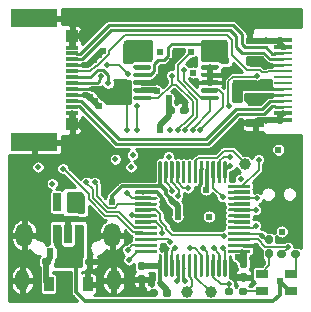
<source format=gbl>
%TF.GenerationSoftware,KiCad,Pcbnew,(5.1.7)-1*%
%TF.CreationDate,2020-11-06T21:26:38+01:00*%
%TF.ProjectId,twonkie,74776f6e-6b69-4652-9e6b-696361645f70,rev?*%
%TF.SameCoordinates,PX448d510PY20b3950*%
%TF.FileFunction,Copper,L4,Bot*%
%TF.FilePolarity,Positive*%
%FSLAX46Y46*%
G04 Gerber Fmt 4.6, Leading zero omitted, Abs format (unit mm)*
G04 Created by KiCad (PCBNEW (5.1.7)-1) date 2020-11-06 21:26:38*
%MOMM*%
%LPD*%
G01*
G04 APERTURE LIST*
%TA.AperFunction,SMDPad,CuDef*%
%ADD10C,1.000000*%
%TD*%
%TA.AperFunction,ComponentPad*%
%ADD11O,1.150000X1.800000*%
%TD*%
%TA.AperFunction,ComponentPad*%
%ADD12O,1.450000X2.000000*%
%TD*%
%TA.AperFunction,SMDPad,CuDef*%
%ADD13R,4.000000X1.500000*%
%TD*%
%TA.AperFunction,SMDPad,CuDef*%
%ADD14R,1.000000X0.300000*%
%TD*%
%TA.AperFunction,SMDPad,CuDef*%
%ADD15R,1.000000X1.000000*%
%TD*%
%TA.AperFunction,SMDPad,CuDef*%
%ADD16R,1.500000X0.550000*%
%TD*%
%TA.AperFunction,SMDPad,CuDef*%
%ADD17R,1.500000X0.785000*%
%TD*%
%TA.AperFunction,SMDPad,CuDef*%
%ADD18R,1.550000X0.260000*%
%TD*%
%TA.AperFunction,SMDPad,CuDef*%
%ADD19R,1.550000X0.410000*%
%TD*%
%TA.AperFunction,SMDPad,CuDef*%
%ADD20R,2.050000X0.360000*%
%TD*%
%TA.AperFunction,SMDPad,CuDef*%
%ADD21R,0.650000X1.560000*%
%TD*%
%TA.AperFunction,SMDPad,CuDef*%
%ADD22R,1.000000X0.800000*%
%TD*%
%TA.AperFunction,SMDPad,CuDef*%
%ADD23R,0.900000X1.200000*%
%TD*%
%TA.AperFunction,ViaPad*%
%ADD24C,0.508000*%
%TD*%
%TA.AperFunction,ViaPad*%
%ADD25C,0.609600*%
%TD*%
%TA.AperFunction,Conductor*%
%ADD26C,0.508000*%
%TD*%
%TA.AperFunction,Conductor*%
%ADD27C,0.304800*%
%TD*%
%TA.AperFunction,Conductor*%
%ADD28C,0.203200*%
%TD*%
%TA.AperFunction,Conductor*%
%ADD29C,0.248920*%
%TD*%
%TA.AperFunction,Conductor*%
%ADD30C,0.254000*%
%TD*%
%TA.AperFunction,Conductor*%
%ADD31C,0.100000*%
%TD*%
G04 APERTURE END LIST*
D10*
%TO.P,TP1,1*%
%TO.N,/NRST*%
X20320000Y-13462000D03*
%TD*%
%TO.P,U4,47*%
%TO.N,GND*%
%TA.AperFunction,SMDPad,CuDef*%
G36*
G01*
X12062500Y-15722500D02*
X12812500Y-15722500D01*
G75*
G02*
X12875000Y-15785000I0J-62500D01*
G01*
X12875000Y-15910000D01*
G75*
G02*
X12812500Y-15972500I-62500J0D01*
G01*
X12062500Y-15972500D01*
G75*
G02*
X12000000Y-15910000I0J62500D01*
G01*
X12000000Y-15785000D01*
G75*
G02*
X12062500Y-15722500I62500J0D01*
G01*
G37*
%TD.AperFunction*%
%TO.P,U4,46*%
%TO.N,/TX_CLK*%
%TA.AperFunction,SMDPad,CuDef*%
G36*
G01*
X12062500Y-16222500D02*
X12812500Y-16222500D01*
G75*
G02*
X12875000Y-16285000I0J-62500D01*
G01*
X12875000Y-16410000D01*
G75*
G02*
X12812500Y-16472500I-62500J0D01*
G01*
X12062500Y-16472500D01*
G75*
G02*
X12000000Y-16410000I0J62500D01*
G01*
X12000000Y-16285000D01*
G75*
G02*
X12062500Y-16222500I62500J0D01*
G01*
G37*
%TD.AperFunction*%
%TO.P,U4,44*%
%TO.N,/BOOT*%
%TA.AperFunction,SMDPad,CuDef*%
G36*
G01*
X12062500Y-17222500D02*
X12812500Y-17222500D01*
G75*
G02*
X12875000Y-17285000I0J-62500D01*
G01*
X12875000Y-17410000D01*
G75*
G02*
X12812500Y-17472500I-62500J0D01*
G01*
X12062500Y-17472500D01*
G75*
G02*
X12000000Y-17410000I0J62500D01*
G01*
X12000000Y-17285000D01*
G75*
G02*
X12062500Y-17222500I62500J0D01*
G01*
G37*
%TD.AperFunction*%
%TO.P,U4,43*%
%TO.N,/INA_SDA*%
%TA.AperFunction,SMDPad,CuDef*%
G36*
G01*
X12062500Y-17722500D02*
X12812500Y-17722500D01*
G75*
G02*
X12875000Y-17785000I0J-62500D01*
G01*
X12875000Y-17910000D01*
G75*
G02*
X12812500Y-17972500I-62500J0D01*
G01*
X12062500Y-17972500D01*
G75*
G02*
X12000000Y-17910000I0J62500D01*
G01*
X12000000Y-17785000D01*
G75*
G02*
X12062500Y-17722500I62500J0D01*
G01*
G37*
%TD.AperFunction*%
%TO.P,U4,42*%
%TO.N,/INA_SCL*%
%TA.AperFunction,SMDPad,CuDef*%
G36*
G01*
X12062500Y-18222500D02*
X12812500Y-18222500D01*
G75*
G02*
X12875000Y-18285000I0J-62500D01*
G01*
X12875000Y-18410000D01*
G75*
G02*
X12812500Y-18472500I-62500J0D01*
G01*
X12062500Y-18472500D01*
G75*
G02*
X12000000Y-18410000I0J62500D01*
G01*
X12000000Y-18285000D01*
G75*
G02*
X12062500Y-18222500I62500J0D01*
G01*
G37*
%TD.AperFunction*%
%TO.P,U4,48*%
%TO.N,+3V3*%
%TA.AperFunction,SMDPad,CuDef*%
G36*
G01*
X12062500Y-15222500D02*
X12812500Y-15222500D01*
G75*
G02*
X12875000Y-15285000I0J-62500D01*
G01*
X12875000Y-15410000D01*
G75*
G02*
X12812500Y-15472500I-62500J0D01*
G01*
X12062500Y-15472500D01*
G75*
G02*
X12000000Y-15410000I0J62500D01*
G01*
X12000000Y-15285000D01*
G75*
G02*
X12062500Y-15222500I62500J0D01*
G01*
G37*
%TD.AperFunction*%
%TO.P,U4,45*%
%TO.N,/CC1_RA*%
%TA.AperFunction,SMDPad,CuDef*%
G36*
G01*
X12062500Y-16722500D02*
X12812500Y-16722500D01*
G75*
G02*
X12875000Y-16785000I0J-62500D01*
G01*
X12875000Y-16910000D01*
G75*
G02*
X12812500Y-16972500I-62500J0D01*
G01*
X12062500Y-16972500D01*
G75*
G02*
X12000000Y-16910000I0J62500D01*
G01*
X12000000Y-16785000D01*
G75*
G02*
X12062500Y-16722500I62500J0D01*
G01*
G37*
%TD.AperFunction*%
%TO.P,U4,22*%
%TO.N,/LED_R_L*%
%TA.AperFunction,SMDPad,CuDef*%
G36*
G01*
X18937500Y-19722500D02*
X19687500Y-19722500D01*
G75*
G02*
X19750000Y-19785000I0J-62500D01*
G01*
X19750000Y-19910000D01*
G75*
G02*
X19687500Y-19972500I-62500J0D01*
G01*
X18937500Y-19972500D01*
G75*
G02*
X18875000Y-19910000I0J62500D01*
G01*
X18875000Y-19785000D01*
G75*
G02*
X18937500Y-19722500I62500J0D01*
G01*
G37*
%TD.AperFunction*%
%TO.P,U4,4*%
%TO.N,/CC2_TX_DATA*%
%TA.AperFunction,SMDPad,CuDef*%
G36*
G01*
X14562500Y-14222500D02*
X14687500Y-14222500D01*
G75*
G02*
X14750000Y-14285000I0J-62500D01*
G01*
X14750000Y-15035000D01*
G75*
G02*
X14687500Y-15097500I-62500J0D01*
G01*
X14562500Y-15097500D01*
G75*
G02*
X14500000Y-15035000I0J62500D01*
G01*
X14500000Y-14285000D01*
G75*
G02*
X14562500Y-14222500I62500J0D01*
G01*
G37*
%TD.AperFunction*%
%TO.P,U4,9*%
%TO.N,Net-(FB2-Pad2)*%
%TA.AperFunction,SMDPad,CuDef*%
G36*
G01*
X17062500Y-14222500D02*
X17187500Y-14222500D01*
G75*
G02*
X17250000Y-14285000I0J-62500D01*
G01*
X17250000Y-15035000D01*
G75*
G02*
X17187500Y-15097500I-62500J0D01*
G01*
X17062500Y-15097500D01*
G75*
G02*
X17000000Y-15035000I0J62500D01*
G01*
X17000000Y-14285000D01*
G75*
G02*
X17062500Y-14222500I62500J0D01*
G01*
G37*
%TD.AperFunction*%
%TO.P,U4,10*%
%TO.N,/CC1_EN*%
%TA.AperFunction,SMDPad,CuDef*%
G36*
G01*
X17562500Y-14222500D02*
X17687500Y-14222500D01*
G75*
G02*
X17750000Y-14285000I0J-62500D01*
G01*
X17750000Y-15035000D01*
G75*
G02*
X17687500Y-15097500I-62500J0D01*
G01*
X17562500Y-15097500D01*
G75*
G02*
X17500000Y-15035000I0J62500D01*
G01*
X17500000Y-14285000D01*
G75*
G02*
X17562500Y-14222500I62500J0D01*
G01*
G37*
%TD.AperFunction*%
%TO.P,U4,7*%
%TO.N,/NRST*%
%TA.AperFunction,SMDPad,CuDef*%
G36*
G01*
X16062500Y-14222500D02*
X16187500Y-14222500D01*
G75*
G02*
X16250000Y-14285000I0J-62500D01*
G01*
X16250000Y-15035000D01*
G75*
G02*
X16187500Y-15097500I-62500J0D01*
G01*
X16062500Y-15097500D01*
G75*
G02*
X16000000Y-15035000I0J62500D01*
G01*
X16000000Y-14285000D01*
G75*
G02*
X16062500Y-14222500I62500J0D01*
G01*
G37*
%TD.AperFunction*%
%TO.P,U4,1*%
%TO.N,+3V3*%
%TA.AperFunction,SMDPad,CuDef*%
G36*
G01*
X13062500Y-14222500D02*
X13187500Y-14222500D01*
G75*
G02*
X13250000Y-14285000I0J-62500D01*
G01*
X13250000Y-15035000D01*
G75*
G02*
X13187500Y-15097500I-62500J0D01*
G01*
X13062500Y-15097500D01*
G75*
G02*
X13000000Y-15035000I0J62500D01*
G01*
X13000000Y-14285000D01*
G75*
G02*
X13062500Y-14222500I62500J0D01*
G01*
G37*
%TD.AperFunction*%
%TO.P,U4,29*%
%TO.N,/CC2_RA*%
%TA.AperFunction,SMDPad,CuDef*%
G36*
G01*
X16562500Y-21097500D02*
X16687500Y-21097500D01*
G75*
G02*
X16750000Y-21160000I0J-62500D01*
G01*
X16750000Y-21910000D01*
G75*
G02*
X16687500Y-21972500I-62500J0D01*
G01*
X16562500Y-21972500D01*
G75*
G02*
X16500000Y-21910000I0J62500D01*
G01*
X16500000Y-21160000D01*
G75*
G02*
X16562500Y-21097500I62500J0D01*
G01*
G37*
%TD.AperFunction*%
%TO.P,U4,28*%
%TO.N,/CC2_RP1A5*%
%TA.AperFunction,SMDPad,CuDef*%
G36*
G01*
X17062500Y-21097500D02*
X17187500Y-21097500D01*
G75*
G02*
X17250000Y-21160000I0J-62500D01*
G01*
X17250000Y-21910000D01*
G75*
G02*
X17187500Y-21972500I-62500J0D01*
G01*
X17062500Y-21972500D01*
G75*
G02*
X17000000Y-21910000I0J62500D01*
G01*
X17000000Y-21160000D01*
G75*
G02*
X17062500Y-21097500I62500J0D01*
G01*
G37*
%TD.AperFunction*%
%TO.P,U4,8*%
%TO.N,GND*%
%TA.AperFunction,SMDPad,CuDef*%
G36*
G01*
X16562500Y-14222500D02*
X16687500Y-14222500D01*
G75*
G02*
X16750000Y-14285000I0J-62500D01*
G01*
X16750000Y-15035000D01*
G75*
G02*
X16687500Y-15097500I-62500J0D01*
G01*
X16562500Y-15097500D01*
G75*
G02*
X16500000Y-15035000I0J62500D01*
G01*
X16500000Y-14285000D01*
G75*
G02*
X16562500Y-14222500I62500J0D01*
G01*
G37*
%TD.AperFunction*%
%TO.P,U4,30*%
%TO.N,/UART_TX*%
%TA.AperFunction,SMDPad,CuDef*%
G36*
G01*
X16062500Y-21097500D02*
X16187500Y-21097500D01*
G75*
G02*
X16250000Y-21160000I0J-62500D01*
G01*
X16250000Y-21910000D01*
G75*
G02*
X16187500Y-21972500I-62500J0D01*
G01*
X16062500Y-21972500D01*
G75*
G02*
X16000000Y-21910000I0J62500D01*
G01*
X16000000Y-21160000D01*
G75*
G02*
X16062500Y-21097500I62500J0D01*
G01*
G37*
%TD.AperFunction*%
%TO.P,U4,31*%
%TO.N,/UART_RX*%
%TA.AperFunction,SMDPad,CuDef*%
G36*
G01*
X15562500Y-21097500D02*
X15687500Y-21097500D01*
G75*
G02*
X15750000Y-21160000I0J-62500D01*
G01*
X15750000Y-21910000D01*
G75*
G02*
X15687500Y-21972500I-62500J0D01*
G01*
X15562500Y-21972500D01*
G75*
G02*
X15500000Y-21910000I0J62500D01*
G01*
X15500000Y-21160000D01*
G75*
G02*
X15562500Y-21097500I62500J0D01*
G01*
G37*
%TD.AperFunction*%
%TO.P,U4,17*%
%TO.N,/VCONN_ALERT_L*%
%TA.AperFunction,SMDPad,CuDef*%
G36*
G01*
X18937500Y-17222500D02*
X19687500Y-17222500D01*
G75*
G02*
X19750000Y-17285000I0J-62500D01*
G01*
X19750000Y-17410000D01*
G75*
G02*
X19687500Y-17472500I-62500J0D01*
G01*
X18937500Y-17472500D01*
G75*
G02*
X18875000Y-17410000I0J62500D01*
G01*
X18875000Y-17285000D01*
G75*
G02*
X18937500Y-17222500I62500J0D01*
G01*
G37*
%TD.AperFunction*%
%TO.P,U4,16*%
%TO.N,Net-(U4-Pad16)*%
%TA.AperFunction,SMDPad,CuDef*%
G36*
G01*
X18937500Y-16722500D02*
X19687500Y-16722500D01*
G75*
G02*
X19750000Y-16785000I0J-62500D01*
G01*
X19750000Y-16910000D01*
G75*
G02*
X19687500Y-16972500I-62500J0D01*
G01*
X18937500Y-16972500D01*
G75*
G02*
X18875000Y-16910000I0J62500D01*
G01*
X18875000Y-16785000D01*
G75*
G02*
X18937500Y-16722500I62500J0D01*
G01*
G37*
%TD.AperFunction*%
%TO.P,U4,15*%
%TO.N,/TX_CLK*%
%TA.AperFunction,SMDPad,CuDef*%
G36*
G01*
X18937500Y-16222500D02*
X19687500Y-16222500D01*
G75*
G02*
X19750000Y-16285000I0J-62500D01*
G01*
X19750000Y-16410000D01*
G75*
G02*
X19687500Y-16472500I-62500J0D01*
G01*
X18937500Y-16472500D01*
G75*
G02*
X18875000Y-16410000I0J62500D01*
G01*
X18875000Y-16285000D01*
G75*
G02*
X18937500Y-16222500I62500J0D01*
G01*
G37*
%TD.AperFunction*%
%TO.P,U4,18*%
%TO.N,Net-(U4-Pad18)*%
%TA.AperFunction,SMDPad,CuDef*%
G36*
G01*
X18937500Y-17722500D02*
X19687500Y-17722500D01*
G75*
G02*
X19750000Y-17785000I0J-62500D01*
G01*
X19750000Y-17910000D01*
G75*
G02*
X19687500Y-17972500I-62500J0D01*
G01*
X18937500Y-17972500D01*
G75*
G02*
X18875000Y-17910000I0J62500D01*
G01*
X18875000Y-17785000D01*
G75*
G02*
X18937500Y-17722500I62500J0D01*
G01*
G37*
%TD.AperFunction*%
%TO.P,U4,21*%
%TO.N,/LED_G_L*%
%TA.AperFunction,SMDPad,CuDef*%
G36*
G01*
X18937500Y-19222500D02*
X19687500Y-19222500D01*
G75*
G02*
X19750000Y-19285000I0J-62500D01*
G01*
X19750000Y-19410000D01*
G75*
G02*
X19687500Y-19472500I-62500J0D01*
G01*
X18937500Y-19472500D01*
G75*
G02*
X18875000Y-19410000I0J62500D01*
G01*
X18875000Y-19285000D01*
G75*
G02*
X18937500Y-19222500I62500J0D01*
G01*
G37*
%TD.AperFunction*%
%TO.P,U4,3*%
%TO.N,/CC1_RP3A0*%
%TA.AperFunction,SMDPad,CuDef*%
G36*
G01*
X14062500Y-14222500D02*
X14187500Y-14222500D01*
G75*
G02*
X14250000Y-14285000I0J-62500D01*
G01*
X14250000Y-15035000D01*
G75*
G02*
X14187500Y-15097500I-62500J0D01*
G01*
X14062500Y-15097500D01*
G75*
G02*
X14000000Y-15035000I0J62500D01*
G01*
X14000000Y-14285000D01*
G75*
G02*
X14062500Y-14222500I62500J0D01*
G01*
G37*
%TD.AperFunction*%
%TO.P,U4,25*%
%TO.N,/CC2_RPUSB*%
%TA.AperFunction,SMDPad,CuDef*%
G36*
G01*
X18562500Y-21097500D02*
X18687500Y-21097500D01*
G75*
G02*
X18750000Y-21160000I0J-62500D01*
G01*
X18750000Y-21910000D01*
G75*
G02*
X18687500Y-21972500I-62500J0D01*
G01*
X18562500Y-21972500D01*
G75*
G02*
X18500000Y-21910000I0J62500D01*
G01*
X18500000Y-21160000D01*
G75*
G02*
X18562500Y-21097500I62500J0D01*
G01*
G37*
%TD.AperFunction*%
%TO.P,U4,11*%
%TO.N,/CC1_BUF*%
%TA.AperFunction,SMDPad,CuDef*%
G36*
G01*
X18062500Y-14222500D02*
X18187500Y-14222500D01*
G75*
G02*
X18250000Y-14285000I0J-62500D01*
G01*
X18250000Y-15035000D01*
G75*
G02*
X18187500Y-15097500I-62500J0D01*
G01*
X18062500Y-15097500D01*
G75*
G02*
X18000000Y-15035000I0J62500D01*
G01*
X18000000Y-14285000D01*
G75*
G02*
X18062500Y-14222500I62500J0D01*
G01*
G37*
%TD.AperFunction*%
%TO.P,U4,23*%
%TO.N,GND*%
%TA.AperFunction,SMDPad,CuDef*%
G36*
G01*
X18937500Y-20222500D02*
X19687500Y-20222500D01*
G75*
G02*
X19750000Y-20285000I0J-62500D01*
G01*
X19750000Y-20410000D01*
G75*
G02*
X19687500Y-20472500I-62500J0D01*
G01*
X18937500Y-20472500D01*
G75*
G02*
X18875000Y-20410000I0J62500D01*
G01*
X18875000Y-20285000D01*
G75*
G02*
X18937500Y-20222500I62500J0D01*
G01*
G37*
%TD.AperFunction*%
%TO.P,U4,36*%
%TO.N,+3V3*%
%TA.AperFunction,SMDPad,CuDef*%
G36*
G01*
X13062500Y-21097500D02*
X13187500Y-21097500D01*
G75*
G02*
X13250000Y-21160000I0J-62500D01*
G01*
X13250000Y-21910000D01*
G75*
G02*
X13187500Y-21972500I-62500J0D01*
G01*
X13062500Y-21972500D01*
G75*
G02*
X13000000Y-21910000I0J62500D01*
G01*
X13000000Y-21160000D01*
G75*
G02*
X13062500Y-21097500I62500J0D01*
G01*
G37*
%TD.AperFunction*%
%TO.P,U4,40*%
%TO.N,/CC1_RPUSB*%
%TA.AperFunction,SMDPad,CuDef*%
G36*
G01*
X12062500Y-19222500D02*
X12812500Y-19222500D01*
G75*
G02*
X12875000Y-19285000I0J-62500D01*
G01*
X12875000Y-19410000D01*
G75*
G02*
X12812500Y-19472500I-62500J0D01*
G01*
X12062500Y-19472500D01*
G75*
G02*
X12000000Y-19410000I0J62500D01*
G01*
X12000000Y-19285000D01*
G75*
G02*
X12062500Y-19222500I62500J0D01*
G01*
G37*
%TD.AperFunction*%
%TO.P,U4,34*%
%TO.N,/CC2_RP3A0*%
%TA.AperFunction,SMDPad,CuDef*%
G36*
G01*
X14062500Y-21097500D02*
X14187500Y-21097500D01*
G75*
G02*
X14250000Y-21160000I0J-62500D01*
G01*
X14250000Y-21910000D01*
G75*
G02*
X14187500Y-21972500I-62500J0D01*
G01*
X14062500Y-21972500D01*
G75*
G02*
X14000000Y-21910000I0J62500D01*
G01*
X14000000Y-21160000D01*
G75*
G02*
X14062500Y-21097500I62500J0D01*
G01*
G37*
%TD.AperFunction*%
%TO.P,U4,27*%
%TO.N,/LED_B_L*%
%TA.AperFunction,SMDPad,CuDef*%
G36*
G01*
X17562500Y-21097500D02*
X17687500Y-21097500D01*
G75*
G02*
X17750000Y-21160000I0J-62500D01*
G01*
X17750000Y-21910000D01*
G75*
G02*
X17687500Y-21972500I-62500J0D01*
G01*
X17562500Y-21972500D01*
G75*
G02*
X17500000Y-21910000I0J62500D01*
G01*
X17500000Y-21160000D01*
G75*
G02*
X17562500Y-21097500I62500J0D01*
G01*
G37*
%TD.AperFunction*%
%TO.P,U4,13*%
%TO.N,/CC2_BUF*%
%TA.AperFunction,SMDPad,CuDef*%
G36*
G01*
X18937500Y-15222500D02*
X19687500Y-15222500D01*
G75*
G02*
X19750000Y-15285000I0J-62500D01*
G01*
X19750000Y-15410000D01*
G75*
G02*
X19687500Y-15472500I-62500J0D01*
G01*
X18937500Y-15472500D01*
G75*
G02*
X18875000Y-15410000I0J62500D01*
G01*
X18875000Y-15285000D01*
G75*
G02*
X18937500Y-15222500I62500J0D01*
G01*
G37*
%TD.AperFunction*%
%TO.P,U4,5*%
%TO.N,/OSC_IN*%
%TA.AperFunction,SMDPad,CuDef*%
G36*
G01*
X15062500Y-14222500D02*
X15187500Y-14222500D01*
G75*
G02*
X15250000Y-14285000I0J-62500D01*
G01*
X15250000Y-15035000D01*
G75*
G02*
X15187500Y-15097500I-62500J0D01*
G01*
X15062500Y-15097500D01*
G75*
G02*
X15000000Y-15035000I0J62500D01*
G01*
X15000000Y-14285000D01*
G75*
G02*
X15062500Y-14222500I62500J0D01*
G01*
G37*
%TD.AperFunction*%
%TO.P,U4,39*%
%TO.N,/CC1_RD*%
%TA.AperFunction,SMDPad,CuDef*%
G36*
G01*
X12062500Y-19722500D02*
X12812500Y-19722500D01*
G75*
G02*
X12875000Y-19785000I0J-62500D01*
G01*
X12875000Y-19910000D01*
G75*
G02*
X12812500Y-19972500I-62500J0D01*
G01*
X12062500Y-19972500D01*
G75*
G02*
X12000000Y-19910000I0J62500D01*
G01*
X12000000Y-19785000D01*
G75*
G02*
X12062500Y-19722500I62500J0D01*
G01*
G37*
%TD.AperFunction*%
%TO.P,U4,33*%
%TO.N,/USB_B_D+*%
%TA.AperFunction,SMDPad,CuDef*%
G36*
G01*
X14562500Y-21097500D02*
X14687500Y-21097500D01*
G75*
G02*
X14750000Y-21160000I0J-62500D01*
G01*
X14750000Y-21910000D01*
G75*
G02*
X14687500Y-21972500I-62500J0D01*
G01*
X14562500Y-21972500D01*
G75*
G02*
X14500000Y-21910000I0J62500D01*
G01*
X14500000Y-21160000D01*
G75*
G02*
X14562500Y-21097500I62500J0D01*
G01*
G37*
%TD.AperFunction*%
%TO.P,U4,24*%
%TO.N,+3V3*%
%TA.AperFunction,SMDPad,CuDef*%
G36*
G01*
X18937500Y-20722500D02*
X19687500Y-20722500D01*
G75*
G02*
X19750000Y-20785000I0J-62500D01*
G01*
X19750000Y-20910000D01*
G75*
G02*
X19687500Y-20972500I-62500J0D01*
G01*
X18937500Y-20972500D01*
G75*
G02*
X18875000Y-20910000I0J62500D01*
G01*
X18875000Y-20785000D01*
G75*
G02*
X18937500Y-20722500I62500J0D01*
G01*
G37*
%TD.AperFunction*%
%TO.P,U4,6*%
%TO.N,/OSC_OUT*%
%TA.AperFunction,SMDPad,CuDef*%
G36*
G01*
X15562500Y-14222500D02*
X15687500Y-14222500D01*
G75*
G02*
X15750000Y-14285000I0J-62500D01*
G01*
X15750000Y-15035000D01*
G75*
G02*
X15687500Y-15097500I-62500J0D01*
G01*
X15562500Y-15097500D01*
G75*
G02*
X15500000Y-15035000I0J62500D01*
G01*
X15500000Y-14285000D01*
G75*
G02*
X15562500Y-14222500I62500J0D01*
G01*
G37*
%TD.AperFunction*%
%TO.P,U4,37*%
%TO.N,/CC1_TX_EN*%
%TA.AperFunction,SMDPad,CuDef*%
G36*
G01*
X12062500Y-20722500D02*
X12812500Y-20722500D01*
G75*
G02*
X12875000Y-20785000I0J-62500D01*
G01*
X12875000Y-20910000D01*
G75*
G02*
X12812500Y-20972500I-62500J0D01*
G01*
X12062500Y-20972500D01*
G75*
G02*
X12000000Y-20910000I0J62500D01*
G01*
X12000000Y-20785000D01*
G75*
G02*
X12062500Y-20722500I62500J0D01*
G01*
G37*
%TD.AperFunction*%
%TO.P,U4,19*%
%TO.N,Net-(U4-Pad19)*%
%TA.AperFunction,SMDPad,CuDef*%
G36*
G01*
X18937500Y-18222500D02*
X19687500Y-18222500D01*
G75*
G02*
X19750000Y-18285000I0J-62500D01*
G01*
X19750000Y-18410000D01*
G75*
G02*
X19687500Y-18472500I-62500J0D01*
G01*
X18937500Y-18472500D01*
G75*
G02*
X18875000Y-18410000I0J62500D01*
G01*
X18875000Y-18285000D01*
G75*
G02*
X18937500Y-18222500I62500J0D01*
G01*
G37*
%TD.AperFunction*%
%TO.P,U4,14*%
%TO.N,/DAC*%
%TA.AperFunction,SMDPad,CuDef*%
G36*
G01*
X18937500Y-15722500D02*
X19687500Y-15722500D01*
G75*
G02*
X19750000Y-15785000I0J-62500D01*
G01*
X19750000Y-15910000D01*
G75*
G02*
X19687500Y-15972500I-62500J0D01*
G01*
X18937500Y-15972500D01*
G75*
G02*
X18875000Y-15910000I0J62500D01*
G01*
X18875000Y-15785000D01*
G75*
G02*
X18937500Y-15722500I62500J0D01*
G01*
G37*
%TD.AperFunction*%
%TO.P,U4,2*%
%TO.N,/CC2_TX_EN*%
%TA.AperFunction,SMDPad,CuDef*%
G36*
G01*
X13562500Y-14222500D02*
X13687500Y-14222500D01*
G75*
G02*
X13750000Y-14285000I0J-62500D01*
G01*
X13750000Y-15035000D01*
G75*
G02*
X13687500Y-15097500I-62500J0D01*
G01*
X13562500Y-15097500D01*
G75*
G02*
X13500000Y-15035000I0J62500D01*
G01*
X13500000Y-14285000D01*
G75*
G02*
X13562500Y-14222500I62500J0D01*
G01*
G37*
%TD.AperFunction*%
%TO.P,U4,35*%
%TO.N,GND*%
%TA.AperFunction,SMDPad,CuDef*%
G36*
G01*
X13562500Y-21097500D02*
X13687500Y-21097500D01*
G75*
G02*
X13750000Y-21160000I0J-62500D01*
G01*
X13750000Y-21910000D01*
G75*
G02*
X13687500Y-21972500I-62500J0D01*
G01*
X13562500Y-21972500D01*
G75*
G02*
X13500000Y-21910000I0J62500D01*
G01*
X13500000Y-21160000D01*
G75*
G02*
X13562500Y-21097500I62500J0D01*
G01*
G37*
%TD.AperFunction*%
%TO.P,U4,12*%
%TO.N,/CC2_EN*%
%TA.AperFunction,SMDPad,CuDef*%
G36*
G01*
X18562500Y-14222500D02*
X18687500Y-14222500D01*
G75*
G02*
X18750000Y-14285000I0J-62500D01*
G01*
X18750000Y-15035000D01*
G75*
G02*
X18687500Y-15097500I-62500J0D01*
G01*
X18562500Y-15097500D01*
G75*
G02*
X18500000Y-15035000I0J62500D01*
G01*
X18500000Y-14285000D01*
G75*
G02*
X18562500Y-14222500I62500J0D01*
G01*
G37*
%TD.AperFunction*%
%TO.P,U4,41*%
%TO.N,/CC1_RP1A5*%
%TA.AperFunction,SMDPad,CuDef*%
G36*
G01*
X12062500Y-18722500D02*
X12812500Y-18722500D01*
G75*
G02*
X12875000Y-18785000I0J-62500D01*
G01*
X12875000Y-18910000D01*
G75*
G02*
X12812500Y-18972500I-62500J0D01*
G01*
X12062500Y-18972500D01*
G75*
G02*
X12000000Y-18910000I0J62500D01*
G01*
X12000000Y-18785000D01*
G75*
G02*
X12062500Y-18722500I62500J0D01*
G01*
G37*
%TD.AperFunction*%
%TO.P,U4,20*%
%TO.N,/VBUS_ALERT_L*%
%TA.AperFunction,SMDPad,CuDef*%
G36*
G01*
X18937500Y-18722500D02*
X19687500Y-18722500D01*
G75*
G02*
X19750000Y-18785000I0J-62500D01*
G01*
X19750000Y-18910000D01*
G75*
G02*
X19687500Y-18972500I-62500J0D01*
G01*
X18937500Y-18972500D01*
G75*
G02*
X18875000Y-18910000I0J62500D01*
G01*
X18875000Y-18785000D01*
G75*
G02*
X18937500Y-18722500I62500J0D01*
G01*
G37*
%TD.AperFunction*%
%TO.P,U4,26*%
%TO.N,/CC2_RD*%
%TA.AperFunction,SMDPad,CuDef*%
G36*
G01*
X18062500Y-21097500D02*
X18187500Y-21097500D01*
G75*
G02*
X18250000Y-21160000I0J-62500D01*
G01*
X18250000Y-21910000D01*
G75*
G02*
X18187500Y-21972500I-62500J0D01*
G01*
X18062500Y-21972500D01*
G75*
G02*
X18000000Y-21910000I0J62500D01*
G01*
X18000000Y-21160000D01*
G75*
G02*
X18062500Y-21097500I62500J0D01*
G01*
G37*
%TD.AperFunction*%
%TO.P,U4,38*%
%TO.N,/CC1_TX_DATA*%
%TA.AperFunction,SMDPad,CuDef*%
G36*
G01*
X12062500Y-20222500D02*
X12812500Y-20222500D01*
G75*
G02*
X12875000Y-20285000I0J-62500D01*
G01*
X12875000Y-20410000D01*
G75*
G02*
X12812500Y-20472500I-62500J0D01*
G01*
X12062500Y-20472500D01*
G75*
G02*
X12000000Y-20410000I0J62500D01*
G01*
X12000000Y-20285000D01*
G75*
G02*
X12062500Y-20222500I62500J0D01*
G01*
G37*
%TD.AperFunction*%
%TO.P,U4,32*%
%TO.N,/USB_B_D-*%
%TA.AperFunction,SMDPad,CuDef*%
G36*
G01*
X15062500Y-21097500D02*
X15187500Y-21097500D01*
G75*
G02*
X15250000Y-21160000I0J-62500D01*
G01*
X15250000Y-21910000D01*
G75*
G02*
X15187500Y-21972500I-62500J0D01*
G01*
X15062500Y-21972500D01*
G75*
G02*
X15000000Y-21910000I0J62500D01*
G01*
X15000000Y-21160000D01*
G75*
G02*
X15062500Y-21097500I62500J0D01*
G01*
G37*
%TD.AperFunction*%
%TO.P,U4,1*%
%TO.N,+3V3*%
%TA.AperFunction,SMDPad,CuDef*%
G36*
G01*
X13050000Y-13197500D02*
X13200000Y-13197500D01*
G75*
G02*
X13275000Y-13272500I0J-75000D01*
G01*
X13275000Y-14597500D01*
G75*
G02*
X13200000Y-14672500I-75000J0D01*
G01*
X13050000Y-14672500D01*
G75*
G02*
X12975000Y-14597500I0J75000D01*
G01*
X12975000Y-13272500D01*
G75*
G02*
X13050000Y-13197500I75000J0D01*
G01*
G37*
%TD.AperFunction*%
%TO.P,U4,2*%
%TO.N,/CC2_TX_EN*%
%TA.AperFunction,SMDPad,CuDef*%
G36*
G01*
X13550000Y-13197500D02*
X13700000Y-13197500D01*
G75*
G02*
X13775000Y-13272500I0J-75000D01*
G01*
X13775000Y-14597500D01*
G75*
G02*
X13700000Y-14672500I-75000J0D01*
G01*
X13550000Y-14672500D01*
G75*
G02*
X13475000Y-14597500I0J75000D01*
G01*
X13475000Y-13272500D01*
G75*
G02*
X13550000Y-13197500I75000J0D01*
G01*
G37*
%TD.AperFunction*%
%TO.P,U4,3*%
%TO.N,/CC1_RP3A0*%
%TA.AperFunction,SMDPad,CuDef*%
G36*
G01*
X14050000Y-13197500D02*
X14200000Y-13197500D01*
G75*
G02*
X14275000Y-13272500I0J-75000D01*
G01*
X14275000Y-14597500D01*
G75*
G02*
X14200000Y-14672500I-75000J0D01*
G01*
X14050000Y-14672500D01*
G75*
G02*
X13975000Y-14597500I0J75000D01*
G01*
X13975000Y-13272500D01*
G75*
G02*
X14050000Y-13197500I75000J0D01*
G01*
G37*
%TD.AperFunction*%
%TO.P,U4,4*%
%TO.N,/CC2_TX_DATA*%
%TA.AperFunction,SMDPad,CuDef*%
G36*
G01*
X14550000Y-13197500D02*
X14700000Y-13197500D01*
G75*
G02*
X14775000Y-13272500I0J-75000D01*
G01*
X14775000Y-14597500D01*
G75*
G02*
X14700000Y-14672500I-75000J0D01*
G01*
X14550000Y-14672500D01*
G75*
G02*
X14475000Y-14597500I0J75000D01*
G01*
X14475000Y-13272500D01*
G75*
G02*
X14550000Y-13197500I75000J0D01*
G01*
G37*
%TD.AperFunction*%
%TO.P,U4,5*%
%TO.N,/OSC_IN*%
%TA.AperFunction,SMDPad,CuDef*%
G36*
G01*
X15050000Y-13197500D02*
X15200000Y-13197500D01*
G75*
G02*
X15275000Y-13272500I0J-75000D01*
G01*
X15275000Y-14597500D01*
G75*
G02*
X15200000Y-14672500I-75000J0D01*
G01*
X15050000Y-14672500D01*
G75*
G02*
X14975000Y-14597500I0J75000D01*
G01*
X14975000Y-13272500D01*
G75*
G02*
X15050000Y-13197500I75000J0D01*
G01*
G37*
%TD.AperFunction*%
%TO.P,U4,6*%
%TO.N,/OSC_OUT*%
%TA.AperFunction,SMDPad,CuDef*%
G36*
G01*
X15550000Y-13197500D02*
X15700000Y-13197500D01*
G75*
G02*
X15775000Y-13272500I0J-75000D01*
G01*
X15775000Y-14597500D01*
G75*
G02*
X15700000Y-14672500I-75000J0D01*
G01*
X15550000Y-14672500D01*
G75*
G02*
X15475000Y-14597500I0J75000D01*
G01*
X15475000Y-13272500D01*
G75*
G02*
X15550000Y-13197500I75000J0D01*
G01*
G37*
%TD.AperFunction*%
%TO.P,U4,7*%
%TO.N,/NRST*%
%TA.AperFunction,SMDPad,CuDef*%
G36*
G01*
X16050000Y-13197500D02*
X16200000Y-13197500D01*
G75*
G02*
X16275000Y-13272500I0J-75000D01*
G01*
X16275000Y-14597500D01*
G75*
G02*
X16200000Y-14672500I-75000J0D01*
G01*
X16050000Y-14672500D01*
G75*
G02*
X15975000Y-14597500I0J75000D01*
G01*
X15975000Y-13272500D01*
G75*
G02*
X16050000Y-13197500I75000J0D01*
G01*
G37*
%TD.AperFunction*%
%TO.P,U4,8*%
%TO.N,GND*%
%TA.AperFunction,SMDPad,CuDef*%
G36*
G01*
X16550000Y-13197500D02*
X16700000Y-13197500D01*
G75*
G02*
X16775000Y-13272500I0J-75000D01*
G01*
X16775000Y-14597500D01*
G75*
G02*
X16700000Y-14672500I-75000J0D01*
G01*
X16550000Y-14672500D01*
G75*
G02*
X16475000Y-14597500I0J75000D01*
G01*
X16475000Y-13272500D01*
G75*
G02*
X16550000Y-13197500I75000J0D01*
G01*
G37*
%TD.AperFunction*%
%TO.P,U4,9*%
%TO.N,Net-(FB2-Pad2)*%
%TA.AperFunction,SMDPad,CuDef*%
G36*
G01*
X17050000Y-13197500D02*
X17200000Y-13197500D01*
G75*
G02*
X17275000Y-13272500I0J-75000D01*
G01*
X17275000Y-14597500D01*
G75*
G02*
X17200000Y-14672500I-75000J0D01*
G01*
X17050000Y-14672500D01*
G75*
G02*
X16975000Y-14597500I0J75000D01*
G01*
X16975000Y-13272500D01*
G75*
G02*
X17050000Y-13197500I75000J0D01*
G01*
G37*
%TD.AperFunction*%
%TO.P,U4,10*%
%TO.N,/CC1_EN*%
%TA.AperFunction,SMDPad,CuDef*%
G36*
G01*
X17550000Y-13197500D02*
X17700000Y-13197500D01*
G75*
G02*
X17775000Y-13272500I0J-75000D01*
G01*
X17775000Y-14597500D01*
G75*
G02*
X17700000Y-14672500I-75000J0D01*
G01*
X17550000Y-14672500D01*
G75*
G02*
X17475000Y-14597500I0J75000D01*
G01*
X17475000Y-13272500D01*
G75*
G02*
X17550000Y-13197500I75000J0D01*
G01*
G37*
%TD.AperFunction*%
%TO.P,U4,11*%
%TO.N,/CC1_BUF*%
%TA.AperFunction,SMDPad,CuDef*%
G36*
G01*
X18050000Y-13197500D02*
X18200000Y-13197500D01*
G75*
G02*
X18275000Y-13272500I0J-75000D01*
G01*
X18275000Y-14597500D01*
G75*
G02*
X18200000Y-14672500I-75000J0D01*
G01*
X18050000Y-14672500D01*
G75*
G02*
X17975000Y-14597500I0J75000D01*
G01*
X17975000Y-13272500D01*
G75*
G02*
X18050000Y-13197500I75000J0D01*
G01*
G37*
%TD.AperFunction*%
%TO.P,U4,12*%
%TO.N,/CC2_EN*%
%TA.AperFunction,SMDPad,CuDef*%
G36*
G01*
X18550000Y-13197500D02*
X18700000Y-13197500D01*
G75*
G02*
X18775000Y-13272500I0J-75000D01*
G01*
X18775000Y-14597500D01*
G75*
G02*
X18700000Y-14672500I-75000J0D01*
G01*
X18550000Y-14672500D01*
G75*
G02*
X18475000Y-14597500I0J75000D01*
G01*
X18475000Y-13272500D01*
G75*
G02*
X18550000Y-13197500I75000J0D01*
G01*
G37*
%TD.AperFunction*%
%TO.P,U4,13*%
%TO.N,/CC2_BUF*%
%TA.AperFunction,SMDPad,CuDef*%
G36*
G01*
X19375000Y-15197500D02*
X20700000Y-15197500D01*
G75*
G02*
X20775000Y-15272500I0J-75000D01*
G01*
X20775000Y-15422500D01*
G75*
G02*
X20700000Y-15497500I-75000J0D01*
G01*
X19375000Y-15497500D01*
G75*
G02*
X19300000Y-15422500I0J75000D01*
G01*
X19300000Y-15272500D01*
G75*
G02*
X19375000Y-15197500I75000J0D01*
G01*
G37*
%TD.AperFunction*%
%TO.P,U4,14*%
%TO.N,/DAC*%
%TA.AperFunction,SMDPad,CuDef*%
G36*
G01*
X19375000Y-15697500D02*
X20700000Y-15697500D01*
G75*
G02*
X20775000Y-15772500I0J-75000D01*
G01*
X20775000Y-15922500D01*
G75*
G02*
X20700000Y-15997500I-75000J0D01*
G01*
X19375000Y-15997500D01*
G75*
G02*
X19300000Y-15922500I0J75000D01*
G01*
X19300000Y-15772500D01*
G75*
G02*
X19375000Y-15697500I75000J0D01*
G01*
G37*
%TD.AperFunction*%
%TO.P,U4,15*%
%TO.N,/TX_CLK*%
%TA.AperFunction,SMDPad,CuDef*%
G36*
G01*
X19375000Y-16197500D02*
X20700000Y-16197500D01*
G75*
G02*
X20775000Y-16272500I0J-75000D01*
G01*
X20775000Y-16422500D01*
G75*
G02*
X20700000Y-16497500I-75000J0D01*
G01*
X19375000Y-16497500D01*
G75*
G02*
X19300000Y-16422500I0J75000D01*
G01*
X19300000Y-16272500D01*
G75*
G02*
X19375000Y-16197500I75000J0D01*
G01*
G37*
%TD.AperFunction*%
%TO.P,U4,16*%
%TO.N,Net-(U4-Pad16)*%
%TA.AperFunction,SMDPad,CuDef*%
G36*
G01*
X19375000Y-16697500D02*
X20700000Y-16697500D01*
G75*
G02*
X20775000Y-16772500I0J-75000D01*
G01*
X20775000Y-16922500D01*
G75*
G02*
X20700000Y-16997500I-75000J0D01*
G01*
X19375000Y-16997500D01*
G75*
G02*
X19300000Y-16922500I0J75000D01*
G01*
X19300000Y-16772500D01*
G75*
G02*
X19375000Y-16697500I75000J0D01*
G01*
G37*
%TD.AperFunction*%
%TO.P,U4,17*%
%TO.N,/VCONN_ALERT_L*%
%TA.AperFunction,SMDPad,CuDef*%
G36*
G01*
X19375000Y-17197500D02*
X20700000Y-17197500D01*
G75*
G02*
X20775000Y-17272500I0J-75000D01*
G01*
X20775000Y-17422500D01*
G75*
G02*
X20700000Y-17497500I-75000J0D01*
G01*
X19375000Y-17497500D01*
G75*
G02*
X19300000Y-17422500I0J75000D01*
G01*
X19300000Y-17272500D01*
G75*
G02*
X19375000Y-17197500I75000J0D01*
G01*
G37*
%TD.AperFunction*%
%TO.P,U4,18*%
%TO.N,Net-(U4-Pad18)*%
%TA.AperFunction,SMDPad,CuDef*%
G36*
G01*
X19375000Y-17697500D02*
X20700000Y-17697500D01*
G75*
G02*
X20775000Y-17772500I0J-75000D01*
G01*
X20775000Y-17922500D01*
G75*
G02*
X20700000Y-17997500I-75000J0D01*
G01*
X19375000Y-17997500D01*
G75*
G02*
X19300000Y-17922500I0J75000D01*
G01*
X19300000Y-17772500D01*
G75*
G02*
X19375000Y-17697500I75000J0D01*
G01*
G37*
%TD.AperFunction*%
%TO.P,U4,19*%
%TO.N,Net-(U4-Pad19)*%
%TA.AperFunction,SMDPad,CuDef*%
G36*
G01*
X19375000Y-18197500D02*
X20700000Y-18197500D01*
G75*
G02*
X20775000Y-18272500I0J-75000D01*
G01*
X20775000Y-18422500D01*
G75*
G02*
X20700000Y-18497500I-75000J0D01*
G01*
X19375000Y-18497500D01*
G75*
G02*
X19300000Y-18422500I0J75000D01*
G01*
X19300000Y-18272500D01*
G75*
G02*
X19375000Y-18197500I75000J0D01*
G01*
G37*
%TD.AperFunction*%
%TO.P,U4,20*%
%TO.N,/VBUS_ALERT_L*%
%TA.AperFunction,SMDPad,CuDef*%
G36*
G01*
X19375000Y-18697500D02*
X20700000Y-18697500D01*
G75*
G02*
X20775000Y-18772500I0J-75000D01*
G01*
X20775000Y-18922500D01*
G75*
G02*
X20700000Y-18997500I-75000J0D01*
G01*
X19375000Y-18997500D01*
G75*
G02*
X19300000Y-18922500I0J75000D01*
G01*
X19300000Y-18772500D01*
G75*
G02*
X19375000Y-18697500I75000J0D01*
G01*
G37*
%TD.AperFunction*%
%TO.P,U4,21*%
%TO.N,/LED_G_L*%
%TA.AperFunction,SMDPad,CuDef*%
G36*
G01*
X19375000Y-19197500D02*
X20700000Y-19197500D01*
G75*
G02*
X20775000Y-19272500I0J-75000D01*
G01*
X20775000Y-19422500D01*
G75*
G02*
X20700000Y-19497500I-75000J0D01*
G01*
X19375000Y-19497500D01*
G75*
G02*
X19300000Y-19422500I0J75000D01*
G01*
X19300000Y-19272500D01*
G75*
G02*
X19375000Y-19197500I75000J0D01*
G01*
G37*
%TD.AperFunction*%
%TO.P,U4,22*%
%TO.N,/LED_R_L*%
%TA.AperFunction,SMDPad,CuDef*%
G36*
G01*
X19375000Y-19697500D02*
X20700000Y-19697500D01*
G75*
G02*
X20775000Y-19772500I0J-75000D01*
G01*
X20775000Y-19922500D01*
G75*
G02*
X20700000Y-19997500I-75000J0D01*
G01*
X19375000Y-19997500D01*
G75*
G02*
X19300000Y-19922500I0J75000D01*
G01*
X19300000Y-19772500D01*
G75*
G02*
X19375000Y-19697500I75000J0D01*
G01*
G37*
%TD.AperFunction*%
%TO.P,U4,23*%
%TO.N,GND*%
%TA.AperFunction,SMDPad,CuDef*%
G36*
G01*
X19375000Y-20197500D02*
X20700000Y-20197500D01*
G75*
G02*
X20775000Y-20272500I0J-75000D01*
G01*
X20775000Y-20422500D01*
G75*
G02*
X20700000Y-20497500I-75000J0D01*
G01*
X19375000Y-20497500D01*
G75*
G02*
X19300000Y-20422500I0J75000D01*
G01*
X19300000Y-20272500D01*
G75*
G02*
X19375000Y-20197500I75000J0D01*
G01*
G37*
%TD.AperFunction*%
%TO.P,U4,24*%
%TO.N,+3V3*%
%TA.AperFunction,SMDPad,CuDef*%
G36*
G01*
X19375000Y-20697500D02*
X20700000Y-20697500D01*
G75*
G02*
X20775000Y-20772500I0J-75000D01*
G01*
X20775000Y-20922500D01*
G75*
G02*
X20700000Y-20997500I-75000J0D01*
G01*
X19375000Y-20997500D01*
G75*
G02*
X19300000Y-20922500I0J75000D01*
G01*
X19300000Y-20772500D01*
G75*
G02*
X19375000Y-20697500I75000J0D01*
G01*
G37*
%TD.AperFunction*%
%TO.P,U4,25*%
%TO.N,/CC2_RPUSB*%
%TA.AperFunction,SMDPad,CuDef*%
G36*
G01*
X18550000Y-21522500D02*
X18700000Y-21522500D01*
G75*
G02*
X18775000Y-21597500I0J-75000D01*
G01*
X18775000Y-22922500D01*
G75*
G02*
X18700000Y-22997500I-75000J0D01*
G01*
X18550000Y-22997500D01*
G75*
G02*
X18475000Y-22922500I0J75000D01*
G01*
X18475000Y-21597500D01*
G75*
G02*
X18550000Y-21522500I75000J0D01*
G01*
G37*
%TD.AperFunction*%
%TO.P,U4,26*%
%TO.N,/CC2_RD*%
%TA.AperFunction,SMDPad,CuDef*%
G36*
G01*
X18050000Y-21522500D02*
X18200000Y-21522500D01*
G75*
G02*
X18275000Y-21597500I0J-75000D01*
G01*
X18275000Y-22922500D01*
G75*
G02*
X18200000Y-22997500I-75000J0D01*
G01*
X18050000Y-22997500D01*
G75*
G02*
X17975000Y-22922500I0J75000D01*
G01*
X17975000Y-21597500D01*
G75*
G02*
X18050000Y-21522500I75000J0D01*
G01*
G37*
%TD.AperFunction*%
%TO.P,U4,27*%
%TO.N,/LED_B_L*%
%TA.AperFunction,SMDPad,CuDef*%
G36*
G01*
X17550000Y-21522500D02*
X17700000Y-21522500D01*
G75*
G02*
X17775000Y-21597500I0J-75000D01*
G01*
X17775000Y-22922500D01*
G75*
G02*
X17700000Y-22997500I-75000J0D01*
G01*
X17550000Y-22997500D01*
G75*
G02*
X17475000Y-22922500I0J75000D01*
G01*
X17475000Y-21597500D01*
G75*
G02*
X17550000Y-21522500I75000J0D01*
G01*
G37*
%TD.AperFunction*%
%TO.P,U4,28*%
%TO.N,/CC2_RP1A5*%
%TA.AperFunction,SMDPad,CuDef*%
G36*
G01*
X17050000Y-21522500D02*
X17200000Y-21522500D01*
G75*
G02*
X17275000Y-21597500I0J-75000D01*
G01*
X17275000Y-22922500D01*
G75*
G02*
X17200000Y-22997500I-75000J0D01*
G01*
X17050000Y-22997500D01*
G75*
G02*
X16975000Y-22922500I0J75000D01*
G01*
X16975000Y-21597500D01*
G75*
G02*
X17050000Y-21522500I75000J0D01*
G01*
G37*
%TD.AperFunction*%
%TO.P,U4,29*%
%TO.N,/CC2_RA*%
%TA.AperFunction,SMDPad,CuDef*%
G36*
G01*
X16550000Y-21522500D02*
X16700000Y-21522500D01*
G75*
G02*
X16775000Y-21597500I0J-75000D01*
G01*
X16775000Y-22922500D01*
G75*
G02*
X16700000Y-22997500I-75000J0D01*
G01*
X16550000Y-22997500D01*
G75*
G02*
X16475000Y-22922500I0J75000D01*
G01*
X16475000Y-21597500D01*
G75*
G02*
X16550000Y-21522500I75000J0D01*
G01*
G37*
%TD.AperFunction*%
%TO.P,U4,30*%
%TO.N,/UART_TX*%
%TA.AperFunction,SMDPad,CuDef*%
G36*
G01*
X16050000Y-21522500D02*
X16200000Y-21522500D01*
G75*
G02*
X16275000Y-21597500I0J-75000D01*
G01*
X16275000Y-22922500D01*
G75*
G02*
X16200000Y-22997500I-75000J0D01*
G01*
X16050000Y-22997500D01*
G75*
G02*
X15975000Y-22922500I0J75000D01*
G01*
X15975000Y-21597500D01*
G75*
G02*
X16050000Y-21522500I75000J0D01*
G01*
G37*
%TD.AperFunction*%
%TO.P,U4,31*%
%TO.N,/UART_RX*%
%TA.AperFunction,SMDPad,CuDef*%
G36*
G01*
X15550000Y-21522500D02*
X15700000Y-21522500D01*
G75*
G02*
X15775000Y-21597500I0J-75000D01*
G01*
X15775000Y-22922500D01*
G75*
G02*
X15700000Y-22997500I-75000J0D01*
G01*
X15550000Y-22997500D01*
G75*
G02*
X15475000Y-22922500I0J75000D01*
G01*
X15475000Y-21597500D01*
G75*
G02*
X15550000Y-21522500I75000J0D01*
G01*
G37*
%TD.AperFunction*%
%TO.P,U4,32*%
%TO.N,/USB_B_D-*%
%TA.AperFunction,SMDPad,CuDef*%
G36*
G01*
X15050000Y-21522500D02*
X15200000Y-21522500D01*
G75*
G02*
X15275000Y-21597500I0J-75000D01*
G01*
X15275000Y-22922500D01*
G75*
G02*
X15200000Y-22997500I-75000J0D01*
G01*
X15050000Y-22997500D01*
G75*
G02*
X14975000Y-22922500I0J75000D01*
G01*
X14975000Y-21597500D01*
G75*
G02*
X15050000Y-21522500I75000J0D01*
G01*
G37*
%TD.AperFunction*%
%TO.P,U4,33*%
%TO.N,/USB_B_D+*%
%TA.AperFunction,SMDPad,CuDef*%
G36*
G01*
X14550000Y-21522500D02*
X14700000Y-21522500D01*
G75*
G02*
X14775000Y-21597500I0J-75000D01*
G01*
X14775000Y-22922500D01*
G75*
G02*
X14700000Y-22997500I-75000J0D01*
G01*
X14550000Y-22997500D01*
G75*
G02*
X14475000Y-22922500I0J75000D01*
G01*
X14475000Y-21597500D01*
G75*
G02*
X14550000Y-21522500I75000J0D01*
G01*
G37*
%TD.AperFunction*%
%TO.P,U4,34*%
%TO.N,/CC2_RP3A0*%
%TA.AperFunction,SMDPad,CuDef*%
G36*
G01*
X14050000Y-21522500D02*
X14200000Y-21522500D01*
G75*
G02*
X14275000Y-21597500I0J-75000D01*
G01*
X14275000Y-22922500D01*
G75*
G02*
X14200000Y-22997500I-75000J0D01*
G01*
X14050000Y-22997500D01*
G75*
G02*
X13975000Y-22922500I0J75000D01*
G01*
X13975000Y-21597500D01*
G75*
G02*
X14050000Y-21522500I75000J0D01*
G01*
G37*
%TD.AperFunction*%
%TO.P,U4,35*%
%TO.N,GND*%
%TA.AperFunction,SMDPad,CuDef*%
G36*
G01*
X13550000Y-21522500D02*
X13700000Y-21522500D01*
G75*
G02*
X13775000Y-21597500I0J-75000D01*
G01*
X13775000Y-22922500D01*
G75*
G02*
X13700000Y-22997500I-75000J0D01*
G01*
X13550000Y-22997500D01*
G75*
G02*
X13475000Y-22922500I0J75000D01*
G01*
X13475000Y-21597500D01*
G75*
G02*
X13550000Y-21522500I75000J0D01*
G01*
G37*
%TD.AperFunction*%
%TO.P,U4,36*%
%TO.N,+3V3*%
%TA.AperFunction,SMDPad,CuDef*%
G36*
G01*
X13050000Y-21522500D02*
X13200000Y-21522500D01*
G75*
G02*
X13275000Y-21597500I0J-75000D01*
G01*
X13275000Y-22922500D01*
G75*
G02*
X13200000Y-22997500I-75000J0D01*
G01*
X13050000Y-22997500D01*
G75*
G02*
X12975000Y-22922500I0J75000D01*
G01*
X12975000Y-21597500D01*
G75*
G02*
X13050000Y-21522500I75000J0D01*
G01*
G37*
%TD.AperFunction*%
%TO.P,U4,37*%
%TO.N,/CC1_TX_EN*%
%TA.AperFunction,SMDPad,CuDef*%
G36*
G01*
X11050000Y-20697500D02*
X12375000Y-20697500D01*
G75*
G02*
X12450000Y-20772500I0J-75000D01*
G01*
X12450000Y-20922500D01*
G75*
G02*
X12375000Y-20997500I-75000J0D01*
G01*
X11050000Y-20997500D01*
G75*
G02*
X10975000Y-20922500I0J75000D01*
G01*
X10975000Y-20772500D01*
G75*
G02*
X11050000Y-20697500I75000J0D01*
G01*
G37*
%TD.AperFunction*%
%TO.P,U4,38*%
%TO.N,/CC1_TX_DATA*%
%TA.AperFunction,SMDPad,CuDef*%
G36*
G01*
X11050000Y-20197500D02*
X12375000Y-20197500D01*
G75*
G02*
X12450000Y-20272500I0J-75000D01*
G01*
X12450000Y-20422500D01*
G75*
G02*
X12375000Y-20497500I-75000J0D01*
G01*
X11050000Y-20497500D01*
G75*
G02*
X10975000Y-20422500I0J75000D01*
G01*
X10975000Y-20272500D01*
G75*
G02*
X11050000Y-20197500I75000J0D01*
G01*
G37*
%TD.AperFunction*%
%TO.P,U4,39*%
%TO.N,/CC1_RD*%
%TA.AperFunction,SMDPad,CuDef*%
G36*
G01*
X11050000Y-19697500D02*
X12375000Y-19697500D01*
G75*
G02*
X12450000Y-19772500I0J-75000D01*
G01*
X12450000Y-19922500D01*
G75*
G02*
X12375000Y-19997500I-75000J0D01*
G01*
X11050000Y-19997500D01*
G75*
G02*
X10975000Y-19922500I0J75000D01*
G01*
X10975000Y-19772500D01*
G75*
G02*
X11050000Y-19697500I75000J0D01*
G01*
G37*
%TD.AperFunction*%
%TO.P,U4,40*%
%TO.N,/CC1_RPUSB*%
%TA.AperFunction,SMDPad,CuDef*%
G36*
G01*
X11050000Y-19197500D02*
X12375000Y-19197500D01*
G75*
G02*
X12450000Y-19272500I0J-75000D01*
G01*
X12450000Y-19422500D01*
G75*
G02*
X12375000Y-19497500I-75000J0D01*
G01*
X11050000Y-19497500D01*
G75*
G02*
X10975000Y-19422500I0J75000D01*
G01*
X10975000Y-19272500D01*
G75*
G02*
X11050000Y-19197500I75000J0D01*
G01*
G37*
%TD.AperFunction*%
%TO.P,U4,41*%
%TO.N,/CC1_RP1A5*%
%TA.AperFunction,SMDPad,CuDef*%
G36*
G01*
X11050000Y-18697500D02*
X12375000Y-18697500D01*
G75*
G02*
X12450000Y-18772500I0J-75000D01*
G01*
X12450000Y-18922500D01*
G75*
G02*
X12375000Y-18997500I-75000J0D01*
G01*
X11050000Y-18997500D01*
G75*
G02*
X10975000Y-18922500I0J75000D01*
G01*
X10975000Y-18772500D01*
G75*
G02*
X11050000Y-18697500I75000J0D01*
G01*
G37*
%TD.AperFunction*%
%TO.P,U4,42*%
%TO.N,/INA_SCL*%
%TA.AperFunction,SMDPad,CuDef*%
G36*
G01*
X11050000Y-18197500D02*
X12375000Y-18197500D01*
G75*
G02*
X12450000Y-18272500I0J-75000D01*
G01*
X12450000Y-18422500D01*
G75*
G02*
X12375000Y-18497500I-75000J0D01*
G01*
X11050000Y-18497500D01*
G75*
G02*
X10975000Y-18422500I0J75000D01*
G01*
X10975000Y-18272500D01*
G75*
G02*
X11050000Y-18197500I75000J0D01*
G01*
G37*
%TD.AperFunction*%
%TO.P,U4,43*%
%TO.N,/INA_SDA*%
%TA.AperFunction,SMDPad,CuDef*%
G36*
G01*
X11050000Y-17697500D02*
X12375000Y-17697500D01*
G75*
G02*
X12450000Y-17772500I0J-75000D01*
G01*
X12450000Y-17922500D01*
G75*
G02*
X12375000Y-17997500I-75000J0D01*
G01*
X11050000Y-17997500D01*
G75*
G02*
X10975000Y-17922500I0J75000D01*
G01*
X10975000Y-17772500D01*
G75*
G02*
X11050000Y-17697500I75000J0D01*
G01*
G37*
%TD.AperFunction*%
%TO.P,U4,44*%
%TO.N,/BOOT*%
%TA.AperFunction,SMDPad,CuDef*%
G36*
G01*
X11050000Y-17197500D02*
X12375000Y-17197500D01*
G75*
G02*
X12450000Y-17272500I0J-75000D01*
G01*
X12450000Y-17422500D01*
G75*
G02*
X12375000Y-17497500I-75000J0D01*
G01*
X11050000Y-17497500D01*
G75*
G02*
X10975000Y-17422500I0J75000D01*
G01*
X10975000Y-17272500D01*
G75*
G02*
X11050000Y-17197500I75000J0D01*
G01*
G37*
%TD.AperFunction*%
%TO.P,U4,45*%
%TO.N,/CC1_RA*%
%TA.AperFunction,SMDPad,CuDef*%
G36*
G01*
X11050000Y-16697500D02*
X12375000Y-16697500D01*
G75*
G02*
X12450000Y-16772500I0J-75000D01*
G01*
X12450000Y-16922500D01*
G75*
G02*
X12375000Y-16997500I-75000J0D01*
G01*
X11050000Y-16997500D01*
G75*
G02*
X10975000Y-16922500I0J75000D01*
G01*
X10975000Y-16772500D01*
G75*
G02*
X11050000Y-16697500I75000J0D01*
G01*
G37*
%TD.AperFunction*%
%TO.P,U4,46*%
%TO.N,/TX_CLK*%
%TA.AperFunction,SMDPad,CuDef*%
G36*
G01*
X11050000Y-16197500D02*
X12375000Y-16197500D01*
G75*
G02*
X12450000Y-16272500I0J-75000D01*
G01*
X12450000Y-16422500D01*
G75*
G02*
X12375000Y-16497500I-75000J0D01*
G01*
X11050000Y-16497500D01*
G75*
G02*
X10975000Y-16422500I0J75000D01*
G01*
X10975000Y-16272500D01*
G75*
G02*
X11050000Y-16197500I75000J0D01*
G01*
G37*
%TD.AperFunction*%
%TO.P,U4,47*%
%TO.N,GND*%
%TA.AperFunction,SMDPad,CuDef*%
G36*
G01*
X11050000Y-15697500D02*
X12375000Y-15697500D01*
G75*
G02*
X12450000Y-15772500I0J-75000D01*
G01*
X12450000Y-15922500D01*
G75*
G02*
X12375000Y-15997500I-75000J0D01*
G01*
X11050000Y-15997500D01*
G75*
G02*
X10975000Y-15922500I0J75000D01*
G01*
X10975000Y-15772500D01*
G75*
G02*
X11050000Y-15697500I75000J0D01*
G01*
G37*
%TD.AperFunction*%
%TO.P,U4,48*%
%TO.N,+3V3*%
%TA.AperFunction,SMDPad,CuDef*%
G36*
G01*
X11050000Y-15197500D02*
X12375000Y-15197500D01*
G75*
G02*
X12450000Y-15272500I0J-75000D01*
G01*
X12450000Y-15422500D01*
G75*
G02*
X12375000Y-15497500I-75000J0D01*
G01*
X11050000Y-15497500D01*
G75*
G02*
X10975000Y-15422500I0J75000D01*
G01*
X10975000Y-15272500D01*
G75*
G02*
X11050000Y-15197500I75000J0D01*
G01*
G37*
%TD.AperFunction*%
%TD*%
D11*
%TO.P,J3,6*%
%TO.N,GND*%
X9209000Y-23286000D03*
X1459000Y-23286000D03*
D12*
X9059000Y-19486000D03*
X1609000Y-19486000D03*
%TD*%
D10*
%TO.P,TP2,1*%
%TO.N,/UART_TX*%
X17399000Y-24257000D03*
%TD*%
%TO.P,TP3,1*%
%TO.N,/UART_RX*%
X15367000Y-24257000D03*
%TD*%
%TO.P,C9,2*%
%TO.N,GND*%
%TA.AperFunction,SMDPad,CuDef*%
G36*
G01*
X14805000Y-9045000D02*
X14805000Y-8735000D01*
G75*
G02*
X14960000Y-8580000I155000J0D01*
G01*
X15385000Y-8580000D01*
G75*
G02*
X15540000Y-8735000I0J-155000D01*
G01*
X15540000Y-9045000D01*
G75*
G02*
X15385000Y-9200000I-155000J0D01*
G01*
X14960000Y-9200000D01*
G75*
G02*
X14805000Y-9045000I0J155000D01*
G01*
G37*
%TD.AperFunction*%
%TO.P,C9,1*%
%TO.N,+3V3*%
%TA.AperFunction,SMDPad,CuDef*%
G36*
G01*
X13670000Y-9045000D02*
X13670000Y-8735000D01*
G75*
G02*
X13825000Y-8580000I155000J0D01*
G01*
X14250000Y-8580000D01*
G75*
G02*
X14405000Y-8735000I0J-155000D01*
G01*
X14405000Y-9045000D01*
G75*
G02*
X14250000Y-9200000I-155000J0D01*
G01*
X13825000Y-9200000D01*
G75*
G02*
X13670000Y-9045000I0J155000D01*
G01*
G37*
%TD.AperFunction*%
%TD*%
D13*
%TO.P,J2,S7*%
%TO.N,GND*%
X2465000Y-1100000D03*
%TO.P,J2,S8*%
X2465000Y-11600000D03*
D14*
%TO.P,J2,B12*%
X5675000Y-3600000D03*
%TO.P,J2,B11*%
%TO.N,/RX1+*%
X5675000Y-4100000D03*
%TO.P,J2,B10*%
%TO.N,/RX1-*%
X5675000Y-4600000D03*
%TO.P,J2,B9*%
%TO.N,/VBUS_RECEP*%
X5675000Y-5100000D03*
%TO.P,J2,B8*%
%TO.N,/SBU2*%
X5675000Y-5600000D03*
%TO.P,J2,B5*%
%TO.N,/CC2_RECEP*%
X5675000Y-7100000D03*
%TO.P,J2,B4*%
%TO.N,/VBUS_RECEP*%
X5675000Y-7600000D03*
%TO.P,J2,B3*%
%TO.N,/TX2-*%
X5675000Y-8100000D03*
%TO.P,J2,B2*%
%TO.N,/TX2+*%
X5675000Y-8600000D03*
%TO.P,J2,B1*%
%TO.N,GND*%
X5675000Y-9100000D03*
%TO.P,J2,B7*%
%TO.N,/USBC_D-*%
X5675000Y-6100000D03*
%TO.P,J2,B6*%
%TO.N,/USBC_D+*%
X5675000Y-6600000D03*
D15*
%TO.P,J2,S3*%
%TO.N,GND*%
X5675000Y-10100000D03*
%TO.P,J2,S4*%
X5675000Y-2600000D03*
%TD*%
D16*
%TO.P,J1,S6*%
%TO.N,GND*%
X21200000Y-3000000D03*
D17*
%TO.P,J1,S5*%
X21200000Y-9982500D03*
D18*
%TO.P,J1,B2*%
%TO.N,/TX2+*%
X23525000Y-8600000D03*
%TO.P,J1,B3*%
%TO.N,/TX2-*%
X23525000Y-8100000D03*
%TO.P,J1,B4*%
%TO.N,/VBUS_PLUG*%
X23525000Y-7600000D03*
%TO.P,J1,B5*%
%TO.N,/CC2_PLUG*%
X23525000Y-7100000D03*
%TO.P,J1,B6*%
%TO.N,N/C*%
X23525000Y-6600000D03*
%TO.P,J1,B7*%
X23525000Y-6100000D03*
%TO.P,J1,B8*%
%TO.N,/SBU2*%
X23525000Y-5600000D03*
%TO.P,J1,B9*%
%TO.N,/VBUS_PLUG*%
X23525000Y-5100000D03*
%TO.P,J1,B10*%
%TO.N,/RX1-*%
X23525000Y-4600000D03*
%TO.P,J1,B11*%
%TO.N,/RX1+*%
X23525000Y-4100000D03*
D19*
%TO.P,J1,B1*%
%TO.N,GND*%
X23525000Y-9175000D03*
%TO.P,J1,B12*%
X23525000Y-3525000D03*
D20*
%TO.P,J1,S4*%
X23275000Y-2945000D03*
%TO.P,J1,S3*%
X23275000Y-9755000D03*
%TD*%
%TO.P,U1,1*%
%TO.N,/VBUS_PLUG*%
%TA.AperFunction,SMDPad,CuDef*%
G36*
G01*
X18078000Y-3213000D02*
X18078000Y-3413000D01*
G75*
G02*
X17978000Y-3513000I-100000J0D01*
G01*
X16703000Y-3513000D01*
G75*
G02*
X16603000Y-3413000I0J100000D01*
G01*
X16603000Y-3213000D01*
G75*
G02*
X16703000Y-3113000I100000J0D01*
G01*
X17978000Y-3113000D01*
G75*
G02*
X18078000Y-3213000I0J-100000D01*
G01*
G37*
%TD.AperFunction*%
%TO.P,U1,2*%
%TA.AperFunction,SMDPad,CuDef*%
G36*
G01*
X18078000Y-3863000D02*
X18078000Y-4063000D01*
G75*
G02*
X17978000Y-4163000I-100000J0D01*
G01*
X16703000Y-4163000D01*
G75*
G02*
X16603000Y-4063000I0J100000D01*
G01*
X16603000Y-3863000D01*
G75*
G02*
X16703000Y-3763000I100000J0D01*
G01*
X17978000Y-3763000D01*
G75*
G02*
X18078000Y-3863000I0J-100000D01*
G01*
G37*
%TD.AperFunction*%
%TO.P,U1,3*%
%TA.AperFunction,SMDPad,CuDef*%
G36*
G01*
X18078000Y-4513000D02*
X18078000Y-4713000D01*
G75*
G02*
X17978000Y-4813000I-100000J0D01*
G01*
X16703000Y-4813000D01*
G75*
G02*
X16603000Y-4713000I0J100000D01*
G01*
X16603000Y-4513000D01*
G75*
G02*
X16703000Y-4413000I100000J0D01*
G01*
X17978000Y-4413000D01*
G75*
G02*
X18078000Y-4513000I0J-100000D01*
G01*
G37*
%TD.AperFunction*%
%TO.P,U1,4*%
%TO.N,GND*%
%TA.AperFunction,SMDPad,CuDef*%
G36*
G01*
X18078000Y-5163000D02*
X18078000Y-5363000D01*
G75*
G02*
X17978000Y-5463000I-100000J0D01*
G01*
X16703000Y-5463000D01*
G75*
G02*
X16603000Y-5363000I0J100000D01*
G01*
X16603000Y-5163000D01*
G75*
G02*
X16703000Y-5063000I100000J0D01*
G01*
X17978000Y-5063000D01*
G75*
G02*
X18078000Y-5163000I0J-100000D01*
G01*
G37*
%TD.AperFunction*%
%TO.P,U1,5*%
%TA.AperFunction,SMDPad,CuDef*%
G36*
G01*
X18078000Y-5813000D02*
X18078000Y-6013000D01*
G75*
G02*
X17978000Y-6113000I-100000J0D01*
G01*
X16703000Y-6113000D01*
G75*
G02*
X16603000Y-6013000I0J100000D01*
G01*
X16603000Y-5813000D01*
G75*
G02*
X16703000Y-5713000I100000J0D01*
G01*
X17978000Y-5713000D01*
G75*
G02*
X18078000Y-5813000I0J-100000D01*
G01*
G37*
%TD.AperFunction*%
%TO.P,U1,6*%
%TA.AperFunction,SMDPad,CuDef*%
G36*
G01*
X18078000Y-6463000D02*
X18078000Y-6663000D01*
G75*
G02*
X17978000Y-6763000I-100000J0D01*
G01*
X16703000Y-6763000D01*
G75*
G02*
X16603000Y-6663000I0J100000D01*
G01*
X16603000Y-6463000D01*
G75*
G02*
X16703000Y-6363000I100000J0D01*
G01*
X17978000Y-6363000D01*
G75*
G02*
X18078000Y-6463000I0J-100000D01*
G01*
G37*
%TD.AperFunction*%
%TO.P,U1,7*%
%TO.N,/VBUS_ALERT_L*%
%TA.AperFunction,SMDPad,CuDef*%
G36*
G01*
X18078000Y-7113000D02*
X18078000Y-7313000D01*
G75*
G02*
X17978000Y-7413000I-100000J0D01*
G01*
X16703000Y-7413000D01*
G75*
G02*
X16603000Y-7313000I0J100000D01*
G01*
X16603000Y-7113000D01*
G75*
G02*
X16703000Y-7013000I100000J0D01*
G01*
X17978000Y-7013000D01*
G75*
G02*
X18078000Y-7113000I0J-100000D01*
G01*
G37*
%TD.AperFunction*%
%TO.P,U1,8*%
%TO.N,/INA_SDA*%
%TA.AperFunction,SMDPad,CuDef*%
G36*
G01*
X18078000Y-7763000D02*
X18078000Y-7963000D01*
G75*
G02*
X17978000Y-8063000I-100000J0D01*
G01*
X16703000Y-8063000D01*
G75*
G02*
X16603000Y-7963000I0J100000D01*
G01*
X16603000Y-7763000D01*
G75*
G02*
X16703000Y-7663000I100000J0D01*
G01*
X17978000Y-7663000D01*
G75*
G02*
X18078000Y-7763000I0J-100000D01*
G01*
G37*
%TD.AperFunction*%
%TO.P,U1,9*%
%TO.N,/INA_SCL*%
%TA.AperFunction,SMDPad,CuDef*%
G36*
G01*
X12353000Y-7763000D02*
X12353000Y-7963000D01*
G75*
G02*
X12253000Y-8063000I-100000J0D01*
G01*
X10978000Y-8063000D01*
G75*
G02*
X10878000Y-7963000I0J100000D01*
G01*
X10878000Y-7763000D01*
G75*
G02*
X10978000Y-7663000I100000J0D01*
G01*
X12253000Y-7663000D01*
G75*
G02*
X12353000Y-7763000I0J-100000D01*
G01*
G37*
%TD.AperFunction*%
%TO.P,U1,10*%
%TO.N,+3V3*%
%TA.AperFunction,SMDPad,CuDef*%
G36*
G01*
X12353000Y-7113000D02*
X12353000Y-7313000D01*
G75*
G02*
X12253000Y-7413000I-100000J0D01*
G01*
X10978000Y-7413000D01*
G75*
G02*
X10878000Y-7313000I0J100000D01*
G01*
X10878000Y-7113000D01*
G75*
G02*
X10978000Y-7013000I100000J0D01*
G01*
X12253000Y-7013000D01*
G75*
G02*
X12353000Y-7113000I0J-100000D01*
G01*
G37*
%TD.AperFunction*%
%TO.P,U1,11*%
%TO.N,GND*%
%TA.AperFunction,SMDPad,CuDef*%
G36*
G01*
X12353000Y-6463000D02*
X12353000Y-6663000D01*
G75*
G02*
X12253000Y-6763000I-100000J0D01*
G01*
X10978000Y-6763000D01*
G75*
G02*
X10878000Y-6663000I0J100000D01*
G01*
X10878000Y-6463000D01*
G75*
G02*
X10978000Y-6363000I100000J0D01*
G01*
X12253000Y-6363000D01*
G75*
G02*
X12353000Y-6463000I0J-100000D01*
G01*
G37*
%TD.AperFunction*%
%TO.P,U1,12*%
%TO.N,/VBUS_PLUG*%
%TA.AperFunction,SMDPad,CuDef*%
G36*
G01*
X12353000Y-5813000D02*
X12353000Y-6013000D01*
G75*
G02*
X12253000Y-6113000I-100000J0D01*
G01*
X10978000Y-6113000D01*
G75*
G02*
X10878000Y-6013000I0J100000D01*
G01*
X10878000Y-5813000D01*
G75*
G02*
X10978000Y-5713000I100000J0D01*
G01*
X12253000Y-5713000D01*
G75*
G02*
X12353000Y-5813000I0J-100000D01*
G01*
G37*
%TD.AperFunction*%
%TO.P,U1,13*%
%TO.N,Net-(U1-Pad13)*%
%TA.AperFunction,SMDPad,CuDef*%
G36*
G01*
X12353000Y-5163000D02*
X12353000Y-5363000D01*
G75*
G02*
X12253000Y-5463000I-100000J0D01*
G01*
X10978000Y-5463000D01*
G75*
G02*
X10878000Y-5363000I0J100000D01*
G01*
X10878000Y-5163000D01*
G75*
G02*
X10978000Y-5063000I100000J0D01*
G01*
X12253000Y-5063000D01*
G75*
G02*
X12353000Y-5163000I0J-100000D01*
G01*
G37*
%TD.AperFunction*%
%TO.P,U1,14*%
%TO.N,/VBUS_RECEP*%
%TA.AperFunction,SMDPad,CuDef*%
G36*
G01*
X12353000Y-4513000D02*
X12353000Y-4713000D01*
G75*
G02*
X12253000Y-4813000I-100000J0D01*
G01*
X10978000Y-4813000D01*
G75*
G02*
X10878000Y-4713000I0J100000D01*
G01*
X10878000Y-4513000D01*
G75*
G02*
X10978000Y-4413000I100000J0D01*
G01*
X12253000Y-4413000D01*
G75*
G02*
X12353000Y-4513000I0J-100000D01*
G01*
G37*
%TD.AperFunction*%
%TO.P,U1,15*%
%TA.AperFunction,SMDPad,CuDef*%
G36*
G01*
X12353000Y-3863000D02*
X12353000Y-4063000D01*
G75*
G02*
X12253000Y-4163000I-100000J0D01*
G01*
X10978000Y-4163000D01*
G75*
G02*
X10878000Y-4063000I0J100000D01*
G01*
X10878000Y-3863000D01*
G75*
G02*
X10978000Y-3763000I100000J0D01*
G01*
X12253000Y-3763000D01*
G75*
G02*
X12353000Y-3863000I0J-100000D01*
G01*
G37*
%TD.AperFunction*%
%TO.P,U1,16*%
%TA.AperFunction,SMDPad,CuDef*%
G36*
G01*
X12353000Y-3213000D02*
X12353000Y-3413000D01*
G75*
G02*
X12253000Y-3513000I-100000J0D01*
G01*
X10978000Y-3513000D01*
G75*
G02*
X10878000Y-3413000I0J100000D01*
G01*
X10878000Y-3213000D01*
G75*
G02*
X10978000Y-3113000I100000J0D01*
G01*
X12253000Y-3113000D01*
G75*
G02*
X12353000Y-3213000I0J-100000D01*
G01*
G37*
%TD.AperFunction*%
%TD*%
D21*
%TO.P,U3,5*%
%TO.N,+3V3*%
X6284000Y-16684000D03*
%TO.P,U3,4*%
%TO.N,Net-(U3-Pad4)*%
X4384000Y-16684000D03*
%TO.P,U3,3*%
%TO.N,+5V*%
X4384000Y-19384000D03*
%TO.P,U3,2*%
%TO.N,GND*%
X5334000Y-19384000D03*
%TO.P,U3,1*%
%TO.N,+5V*%
X6284000Y-19384000D03*
%TD*%
%TO.P,R4,2*%
%TO.N,/LED_B_L*%
%TA.AperFunction,SMDPad,CuDef*%
G36*
G01*
X19318000Y-24097000D02*
X19318000Y-24417000D01*
G75*
G02*
X19158000Y-24577000I-160000J0D01*
G01*
X18763000Y-24577000D01*
G75*
G02*
X18603000Y-24417000I0J160000D01*
G01*
X18603000Y-24097000D01*
G75*
G02*
X18763000Y-23937000I160000J0D01*
G01*
X19158000Y-23937000D01*
G75*
G02*
X19318000Y-24097000I0J-160000D01*
G01*
G37*
%TD.AperFunction*%
%TO.P,R4,1*%
%TO.N,Net-(DS1-Pad3)*%
%TA.AperFunction,SMDPad,CuDef*%
G36*
G01*
X20513000Y-24097000D02*
X20513000Y-24417000D01*
G75*
G02*
X20353000Y-24577000I-160000J0D01*
G01*
X19958000Y-24577000D01*
G75*
G02*
X19798000Y-24417000I0J160000D01*
G01*
X19798000Y-24097000D01*
G75*
G02*
X19958000Y-23937000I160000J0D01*
G01*
X20353000Y-23937000D01*
G75*
G02*
X20513000Y-24097000I0J-160000D01*
G01*
G37*
%TD.AperFunction*%
%TD*%
%TO.P,R3,2*%
%TO.N,/LED_G_L*%
%TA.AperFunction,SMDPad,CuDef*%
G36*
G01*
X22512000Y-20207000D02*
X22192000Y-20207000D01*
G75*
G02*
X22032000Y-20047000I0J160000D01*
G01*
X22032000Y-19652000D01*
G75*
G02*
X22192000Y-19492000I160000J0D01*
G01*
X22512000Y-19492000D01*
G75*
G02*
X22672000Y-19652000I0J-160000D01*
G01*
X22672000Y-20047000D01*
G75*
G02*
X22512000Y-20207000I-160000J0D01*
G01*
G37*
%TD.AperFunction*%
%TO.P,R3,1*%
%TO.N,Net-(DS1-Pad4)*%
%TA.AperFunction,SMDPad,CuDef*%
G36*
G01*
X22512000Y-21402000D02*
X22192000Y-21402000D01*
G75*
G02*
X22032000Y-21242000I0J160000D01*
G01*
X22032000Y-20847000D01*
G75*
G02*
X22192000Y-20687000I160000J0D01*
G01*
X22512000Y-20687000D01*
G75*
G02*
X22672000Y-20847000I0J-160000D01*
G01*
X22672000Y-21242000D01*
G75*
G02*
X22512000Y-21402000I-160000J0D01*
G01*
G37*
%TD.AperFunction*%
%TD*%
%TO.P,R2,2*%
%TO.N,/LED_R_L*%
%TA.AperFunction,SMDPad,CuDef*%
G36*
G01*
X23763000Y-20922000D02*
X23763000Y-21242000D01*
G75*
G02*
X23603000Y-21402000I-160000J0D01*
G01*
X23208000Y-21402000D01*
G75*
G02*
X23048000Y-21242000I0J160000D01*
G01*
X23048000Y-20922000D01*
G75*
G02*
X23208000Y-20762000I160000J0D01*
G01*
X23603000Y-20762000D01*
G75*
G02*
X23763000Y-20922000I0J-160000D01*
G01*
G37*
%TD.AperFunction*%
%TO.P,R2,1*%
%TO.N,Net-(DS1-Pad1)*%
%TA.AperFunction,SMDPad,CuDef*%
G36*
G01*
X24958000Y-20922000D02*
X24958000Y-21242000D01*
G75*
G02*
X24798000Y-21402000I-160000J0D01*
G01*
X24403000Y-21402000D01*
G75*
G02*
X24243000Y-21242000I0J160000D01*
G01*
X24243000Y-20922000D01*
G75*
G02*
X24403000Y-20762000I160000J0D01*
G01*
X24798000Y-20762000D01*
G75*
G02*
X24958000Y-20922000I0J-160000D01*
G01*
G37*
%TD.AperFunction*%
%TD*%
%TO.P,FB1,2*%
%TO.N,Net-(D1-Pad1)*%
%TA.AperFunction,SMDPad,CuDef*%
G36*
G01*
X3874000Y-21557000D02*
X3874000Y-21877000D01*
G75*
G02*
X3714000Y-22037000I-160000J0D01*
G01*
X3269000Y-22037000D01*
G75*
G02*
X3109000Y-21877000I0J160000D01*
G01*
X3109000Y-21557000D01*
G75*
G02*
X3269000Y-21397000I160000J0D01*
G01*
X3714000Y-21397000D01*
G75*
G02*
X3874000Y-21557000I0J-160000D01*
G01*
G37*
%TD.AperFunction*%
%TO.P,FB1,1*%
%TO.N,+5V*%
%TA.AperFunction,SMDPad,CuDef*%
G36*
G01*
X5019000Y-21557000D02*
X5019000Y-21877000D01*
G75*
G02*
X4859000Y-22037000I-160000J0D01*
G01*
X4414000Y-22037000D01*
G75*
G02*
X4254000Y-21877000I0J160000D01*
G01*
X4254000Y-21557000D01*
G75*
G02*
X4414000Y-21397000I160000J0D01*
G01*
X4859000Y-21397000D01*
G75*
G02*
X5019000Y-21557000I0J-160000D01*
G01*
G37*
%TD.AperFunction*%
%TD*%
D22*
%TO.P,DS1,2*%
%TO.N,+5V*%
X24237000Y-24195000D03*
%TO.P,DS1,3*%
%TO.N,Net-(DS1-Pad3)*%
X21737000Y-24195000D03*
%TO.P,DS1,4*%
%TO.N,Net-(DS1-Pad4)*%
X21737000Y-22795000D03*
%TO.P,DS1,1*%
%TO.N,Net-(DS1-Pad1)*%
X24237000Y-22795000D03*
%TD*%
D23*
%TO.P,D1,2*%
%TO.N,GND*%
X6984000Y-23622000D03*
%TO.P,D1,1*%
%TO.N,Net-(D1-Pad1)*%
X3684000Y-23622000D03*
%TD*%
%TO.P,C8,2*%
%TO.N,GND*%
%TA.AperFunction,SMDPad,CuDef*%
G36*
G01*
X11402000Y-22869500D02*
X11712000Y-22869500D01*
G75*
G02*
X11867000Y-23024500I0J-155000D01*
G01*
X11867000Y-23449500D01*
G75*
G02*
X11712000Y-23604500I-155000J0D01*
G01*
X11402000Y-23604500D01*
G75*
G02*
X11247000Y-23449500I0J155000D01*
G01*
X11247000Y-23024500D01*
G75*
G02*
X11402000Y-22869500I155000J0D01*
G01*
G37*
%TD.AperFunction*%
%TO.P,C8,1*%
%TO.N,+3V3*%
%TA.AperFunction,SMDPad,CuDef*%
G36*
G01*
X11402000Y-21734500D02*
X11712000Y-21734500D01*
G75*
G02*
X11867000Y-21889500I0J-155000D01*
G01*
X11867000Y-22314500D01*
G75*
G02*
X11712000Y-22469500I-155000J0D01*
G01*
X11402000Y-22469500D01*
G75*
G02*
X11247000Y-22314500I0J155000D01*
G01*
X11247000Y-21889500D01*
G75*
G02*
X11402000Y-21734500I155000J0D01*
G01*
G37*
%TD.AperFunction*%
%TD*%
%TO.P,C7,2*%
%TO.N,GND*%
%TA.AperFunction,SMDPad,CuDef*%
G36*
G01*
X12944500Y-24229000D02*
X12944500Y-24539000D01*
G75*
G02*
X12789500Y-24694000I-155000J0D01*
G01*
X12364500Y-24694000D01*
G75*
G02*
X12209500Y-24539000I0J155000D01*
G01*
X12209500Y-24229000D01*
G75*
G02*
X12364500Y-24074000I155000J0D01*
G01*
X12789500Y-24074000D01*
G75*
G02*
X12944500Y-24229000I0J-155000D01*
G01*
G37*
%TD.AperFunction*%
%TO.P,C7,1*%
%TO.N,+3V3*%
%TA.AperFunction,SMDPad,CuDef*%
G36*
G01*
X14079500Y-24229000D02*
X14079500Y-24539000D01*
G75*
G02*
X13924500Y-24694000I-155000J0D01*
G01*
X13499500Y-24694000D01*
G75*
G02*
X13344500Y-24539000I0J155000D01*
G01*
X13344500Y-24229000D01*
G75*
G02*
X13499500Y-24074000I155000J0D01*
G01*
X13924500Y-24074000D01*
G75*
G02*
X14079500Y-24229000I0J-155000D01*
G01*
G37*
%TD.AperFunction*%
%TD*%
%TO.P,C3,2*%
%TO.N,GND*%
%TA.AperFunction,SMDPad,CuDef*%
G36*
G01*
X20038000Y-22679000D02*
X20348000Y-22679000D01*
G75*
G02*
X20503000Y-22834000I0J-155000D01*
G01*
X20503000Y-23259000D01*
G75*
G02*
X20348000Y-23414000I-155000J0D01*
G01*
X20038000Y-23414000D01*
G75*
G02*
X19883000Y-23259000I0J155000D01*
G01*
X19883000Y-22834000D01*
G75*
G02*
X20038000Y-22679000I155000J0D01*
G01*
G37*
%TD.AperFunction*%
%TO.P,C3,1*%
%TO.N,+3V3*%
%TA.AperFunction,SMDPad,CuDef*%
G36*
G01*
X20038000Y-21544000D02*
X20348000Y-21544000D01*
G75*
G02*
X20503000Y-21699000I0J-155000D01*
G01*
X20503000Y-22124000D01*
G75*
G02*
X20348000Y-22279000I-155000J0D01*
G01*
X20038000Y-22279000D01*
G75*
G02*
X19883000Y-22124000I0J155000D01*
G01*
X19883000Y-21699000D01*
G75*
G02*
X20038000Y-21544000I155000J0D01*
G01*
G37*
%TD.AperFunction*%
%TD*%
%TO.P,C1,2*%
%TO.N,GND*%
%TA.AperFunction,SMDPad,CuDef*%
G36*
G01*
X6804000Y-21872000D02*
X6804000Y-21562000D01*
G75*
G02*
X6959000Y-21407000I155000J0D01*
G01*
X7384000Y-21407000D01*
G75*
G02*
X7539000Y-21562000I0J-155000D01*
G01*
X7539000Y-21872000D01*
G75*
G02*
X7384000Y-22027000I-155000J0D01*
G01*
X6959000Y-22027000D01*
G75*
G02*
X6804000Y-21872000I0J155000D01*
G01*
G37*
%TD.AperFunction*%
%TO.P,C1,1*%
%TO.N,+5V*%
%TA.AperFunction,SMDPad,CuDef*%
G36*
G01*
X5669000Y-21872000D02*
X5669000Y-21562000D01*
G75*
G02*
X5824000Y-21407000I155000J0D01*
G01*
X6249000Y-21407000D01*
G75*
G02*
X6404000Y-21562000I0J-155000D01*
G01*
X6404000Y-21872000D01*
G75*
G02*
X6249000Y-22027000I-155000J0D01*
G01*
X5824000Y-22027000D01*
G75*
G02*
X5669000Y-21872000I0J155000D01*
G01*
G37*
%TD.AperFunction*%
%TD*%
D24*
%TO.N,GND*%
X14668500Y-7747000D03*
X6477000Y-10414000D03*
X6477000Y-9779000D03*
X6477000Y-2921000D03*
X6477000Y-2286000D03*
D25*
X5080000Y-11557000D03*
X5080000Y-1079500D03*
D24*
X22098000Y-9779000D03*
X22098000Y-2921000D03*
D25*
X18542000Y-5651500D03*
D24*
X12890500Y-6413500D03*
D25*
X15898066Y-4785566D03*
X14160500Y-4762500D03*
X19494500Y-23050500D03*
X21209000Y-20447000D03*
X12382500Y-23558500D03*
X5334000Y-18097500D03*
X4699000Y-18097500D03*
X5969000Y-18097500D03*
D24*
X20891500Y-1651000D03*
D25*
X21209000Y-10731500D03*
X8890000Y-15240000D03*
X13462000Y-20447000D03*
D24*
X19177000Y-14732000D03*
D25*
X15875000Y-17881600D03*
X13412792Y-16961149D03*
%TO.N,+5V*%
X23241000Y-23368000D03*
%TO.N,+3V3*%
X23431500Y-19177000D03*
X5588000Y-17145000D03*
X13081000Y-3937000D03*
X15938500Y-5715000D03*
X12827000Y-7239000D03*
X12442000Y-22102000D03*
X13081000Y-10541000D03*
X13843000Y-7874000D03*
X23136125Y-12260201D03*
X19685000Y-21336000D03*
X5588000Y-16256000D03*
X14605000Y-17907000D03*
X17272000Y-17907000D03*
X9017000Y-16637000D03*
%TO.N,Net-(D1-Pad1)*%
X3810000Y-20828000D03*
D24*
%TO.N,/CC1_RECEP*%
X21336000Y-5969000D03*
X10414000Y-5842000D03*
X8603668Y-5098269D03*
X18923000Y-8509000D03*
X11176000Y-8509000D03*
X11176000Y-10541000D03*
D25*
%TO.N,/CC2_RECEP*%
X10287000Y-6604000D03*
X10287000Y-7239000D03*
X10287000Y-7874000D03*
D24*
X10287000Y-10541000D03*
%TO.N,/CC1_TX_DATA*%
X10383547Y-20741506D03*
X2794000Y-13716000D03*
X4000500Y-15113000D03*
%TO.N,/CC1_TX_EN*%
X10477500Y-21590000D03*
%TO.N,/CC2_TX_DATA*%
X15494000Y-15494000D03*
%TO.N,/CC2_TX_EN*%
X14132613Y-15704645D03*
%TO.N,/CC2*%
X10668000Y-13716000D03*
X19939000Y-14732000D03*
X10795000Y-12700000D03*
%TO.N,/CC1_EN*%
X9337588Y-13053528D03*
X18415000Y-16256000D03*
%TO.N,/CC2_EN*%
X13843000Y-12827000D03*
X19050000Y-13589000D03*
%TO.N,/BOOT*%
X18516600Y-19555981D03*
%TO.N,/LED_R_L*%
X23939500Y-20510500D03*
%TO.N,/LED_G_L*%
X21758605Y-19516395D03*
%TO.N,/LED_B_L*%
X18923000Y-23622000D03*
%TO.N,/CC1_RP3A0*%
X14605000Y-16129000D03*
%TO.N,/CC1_RA*%
X7576582Y-15013987D03*
%TO.N,/CC1_RP1A5*%
X6893653Y-15000138D03*
%TO.N,/CC1_RD*%
X14010642Y-20035519D03*
%TO.N,/CC1_RPUSB*%
X4889500Y-13843000D03*
%TO.N,/CC2_RP3A0*%
X14351000Y-20574000D03*
%TO.N,/CC2_RA*%
X15621000Y-20574000D03*
%TO.N,/CC2_RP1A5*%
X16793347Y-20574000D03*
%TO.N,/CC2_RD*%
X17653000Y-20574000D03*
%TO.N,/CC2_RPUSB*%
X18415000Y-20574000D03*
%TO.N,/INA_SCL*%
X14097000Y-5969000D03*
X14605000Y-10541000D03*
X13307848Y-19323564D03*
%TO.N,/INA_SDA*%
X15161801Y-5492043D03*
X15875000Y-10541000D03*
X13969997Y-10541000D03*
X10714245Y-17733755D03*
%TO.N,/VBUS_ALERT_L*%
X16510000Y-10541000D03*
X21209000Y-18669000D03*
D25*
%TO.N,/VCONN_ALERT_L*%
X15748000Y-3937000D03*
D24*
X21209000Y-17335500D03*
X15240000Y-10541000D03*
%TO.N,/CC2_BUF*%
X21463000Y-13081000D03*
%TO.N,/CC1_BUF*%
X19050000Y-12827000D03*
D25*
%TO.N,Net-(FB2-Pad2)*%
X17018000Y-15621000D03*
%TO.N,/VBUS_PLUG*%
X21717000Y-8001000D03*
X21336000Y-4826000D03*
X18542000Y-3302000D03*
X18542000Y-3937000D03*
X18542000Y-4572000D03*
X20701000Y-4826000D03*
X20701000Y-8001000D03*
X21209000Y-8001000D03*
X21971000Y-5080000D03*
%TO.N,/CC2_PLUG*%
X19558000Y-6604000D03*
X19558000Y-7874000D03*
X19558000Y-7239000D03*
%TO.N,/VBUS_RECEP*%
X7538185Y-4617185D03*
X7919185Y-4236185D03*
X8300185Y-3855185D03*
X7206621Y-7784100D03*
X7585260Y-8162740D03*
X7966260Y-8543740D03*
X10287000Y-3302000D03*
X10287000Y-3937000D03*
X10287000Y-4572000D03*
D24*
%TO.N,/USBC_D-*%
X8735060Y-6629400D03*
%TO.N,/USBC_D+*%
X8088085Y-6008915D03*
%TO.N,/USB_B_D+*%
X14519400Y-23368000D03*
%TO.N,/USB_B_D-*%
X15230600Y-23368000D03*
%TO.N,/TX_CLK*%
X21335742Y-16370299D03*
X10287000Y-15875000D03*
%TD*%
D26*
%TO.N,GND*%
X5675000Y-10100000D02*
X5675000Y-9171001D01*
X5675000Y-2600000D02*
X5675000Y-3528999D01*
X23220000Y-3000000D02*
X23275000Y-2945000D01*
X21200000Y-3000000D02*
X23220000Y-3000000D01*
X23275000Y-3275000D02*
X23525000Y-3525000D01*
X23275000Y-2945000D02*
X23275000Y-3275000D01*
X21427500Y-9755000D02*
X23275000Y-9755000D01*
X21200000Y-9982500D02*
X21427500Y-9755000D01*
X23275000Y-9425000D02*
X23525000Y-9175000D01*
X23275000Y-9755000D02*
X23275000Y-9425000D01*
X17340500Y-5913000D02*
X17340500Y-5263000D01*
X17340500Y-6563000D02*
X17340500Y-5913000D01*
X11615500Y-6563000D02*
X12487000Y-6563000D01*
X12636500Y-6413500D02*
X12890500Y-6413500D01*
X12487000Y-6563000D02*
X12636500Y-6413500D01*
X19498500Y-23046500D02*
X19494500Y-23050500D01*
X20193000Y-23046500D02*
X19498500Y-23046500D01*
X5334000Y-19384000D02*
X5334000Y-18097500D01*
X5334000Y-18097500D02*
X4699000Y-18097500D01*
X5334000Y-18097500D02*
X5969000Y-18097500D01*
X20701000Y-1841500D02*
X20891500Y-1651000D01*
X20701000Y-2794000D02*
X20701000Y-1841500D01*
X20907000Y-3000000D02*
X20701000Y-2794000D01*
X21200000Y-3000000D02*
X20907000Y-3000000D01*
D27*
X13625000Y-20610000D02*
X13462000Y-20447000D01*
X13625000Y-22260000D02*
X13625000Y-20610000D01*
X11712500Y-15847500D02*
X12875364Y-15847500D01*
X12437500Y-15847500D02*
X12875364Y-15847500D01*
X12875364Y-15847500D02*
X13412792Y-16384928D01*
X13412792Y-16384928D02*
X13412792Y-16961149D01*
X16433799Y-15379000D02*
X16433799Y-16433799D01*
X16625000Y-15187799D02*
X16433799Y-15379000D01*
X16625000Y-13935000D02*
X16625000Y-15187799D01*
%TO.N,+5V*%
X24068000Y-24195000D02*
X23241000Y-23368000D01*
X24237000Y-24195000D02*
X24068000Y-24195000D01*
X6748401Y-25036401D02*
X6036500Y-24324500D01*
X22715599Y-25036401D02*
X6748401Y-25036401D01*
X23241000Y-24511000D02*
X22715599Y-25036401D01*
X23241000Y-23368000D02*
X23241000Y-24511000D01*
X6036500Y-24324500D02*
X6036500Y-21717000D01*
D26*
%TO.N,+3V3*%
X12801000Y-7213000D02*
X12827000Y-7239000D01*
X11615500Y-7213000D02*
X12801000Y-7213000D01*
X20193000Y-21034010D02*
X20037500Y-20878510D01*
X20193000Y-21911500D02*
X20193000Y-21034010D01*
D27*
X12935990Y-22102000D02*
X13093990Y-22260000D01*
D26*
X11557000Y-22102000D02*
X12442000Y-22102000D01*
X13712000Y-24384000D02*
X13712000Y-24126000D01*
D27*
X13093990Y-23507990D02*
X13093990Y-22260000D01*
D26*
X13712000Y-24126000D02*
X13093990Y-23507990D01*
X12442000Y-22102000D02*
X12935990Y-22102000D01*
X13081000Y-10541000D02*
X13081000Y-10160000D01*
X13843000Y-9398000D02*
X13843000Y-9144000D01*
X13081000Y-10160000D02*
X13843000Y-9398000D01*
X13843000Y-7874000D02*
X13843000Y-9144000D01*
X20193000Y-21844000D02*
X19685000Y-21336000D01*
X20193000Y-21911500D02*
X20193000Y-21844000D01*
D27*
X11712500Y-15347500D02*
X12973500Y-15347500D01*
X13125000Y-15196000D02*
X13125000Y-13935000D01*
X12973500Y-15347500D02*
X13125000Y-15196000D01*
X13599212Y-15960678D02*
X14021534Y-16383000D01*
X13599212Y-15631212D02*
X13599212Y-15960678D01*
X13164000Y-15196000D02*
X13599212Y-15631212D01*
X13125000Y-15196000D02*
X13164000Y-15196000D01*
X13315500Y-15347500D02*
X13599212Y-15631212D01*
X11712500Y-15347500D02*
X13315500Y-15347500D01*
D26*
X14605000Y-17907000D02*
X14605000Y-17018000D01*
X14021534Y-16485336D02*
X14021534Y-16383000D01*
X14300199Y-16764001D02*
X14021534Y-16485336D01*
X14351001Y-16764001D02*
X14300199Y-16764001D01*
X14605000Y-17018000D02*
X14351001Y-16764001D01*
D27*
X11706599Y-15341599D02*
X11712500Y-15347500D01*
X9881349Y-15341599D02*
X11706599Y-15341599D01*
X9017000Y-16205948D02*
X9881349Y-15341599D01*
X9017000Y-16637000D02*
X9017000Y-16205948D01*
D26*
%TO.N,Net-(D1-Pad1)*%
X3491500Y-23429500D02*
X3491500Y-21717000D01*
X3684000Y-23622000D02*
X3491500Y-23429500D01*
X3810000Y-21398500D02*
X3491500Y-21717000D01*
X3810000Y-20828000D02*
X3810000Y-21398500D01*
D28*
%TO.N,Net-(DS1-Pad3)*%
X21712500Y-24219500D02*
X21737000Y-24195000D01*
X20193000Y-24219500D02*
X21712500Y-24219500D01*
%TO.N,Net-(DS1-Pad4)*%
X21737000Y-22795000D02*
X21737000Y-22649500D01*
X22352000Y-22034500D02*
X22352000Y-21044500D01*
X21737000Y-22649500D02*
X22352000Y-22034500D01*
%TO.N,/CC1_RECEP*%
X19301967Y-6070599D02*
X21234401Y-6070599D01*
X21234401Y-6070599D02*
X21336000Y-5969000D01*
X18909283Y-6463283D02*
X18909283Y-8495283D01*
X18909283Y-6463283D02*
X19301967Y-6070599D01*
X18923000Y-8509000D02*
X18796000Y-8509000D01*
X8603668Y-5098269D02*
X9670269Y-5098269D01*
X9670269Y-5098269D02*
X10414000Y-5842000D01*
X11176000Y-8509000D02*
X11176000Y-10541000D01*
D29*
%TO.N,/CC2_RECEP*%
X6108000Y-7100000D02*
X5675000Y-7100000D01*
X6126470Y-7081530D02*
X6108000Y-7100000D01*
X7344569Y-7081530D02*
X6126470Y-7081530D01*
D26*
X7344569Y-7081530D02*
X8128000Y-7081530D01*
D28*
X10287000Y-7874000D02*
X10287000Y-10541000D01*
%TO.N,/CC1_TX_DATA*%
X11712500Y-20347500D02*
X10777553Y-20347500D01*
X10777553Y-20347500D02*
X10383547Y-20741506D01*
%TO.N,/CC1_TX_EN*%
X11220000Y-20847500D02*
X10477500Y-21590000D01*
X11712500Y-20847500D02*
X11220000Y-20847500D01*
%TO.N,/CC2_TX_DATA*%
X14625000Y-15009194D02*
X14625000Y-13935000D01*
X15109806Y-15494000D02*
X14625000Y-15009194D01*
X15494000Y-15494000D02*
X15109806Y-15494000D01*
%TO.N,/CC2_TX_EN*%
X14236806Y-15621000D02*
X14265014Y-15621000D01*
X13625000Y-15009194D02*
X14236806Y-15621000D01*
X13625000Y-13935000D02*
X13625000Y-15009194D01*
X14181369Y-15704645D02*
X14132613Y-15704645D01*
X14265014Y-15621000D02*
X14181369Y-15704645D01*
%TO.N,/CC1_EN*%
X17625000Y-15466000D02*
X17625000Y-13935000D01*
X18415000Y-16256000D02*
X17625000Y-15466000D01*
%TO.N,/CC2_EN*%
X18704000Y-13935000D02*
X19050000Y-13589000D01*
X18625000Y-13935000D02*
X18704000Y-13935000D01*
%TO.N,/BOOT*%
X18288000Y-19431000D02*
X18415000Y-19558000D01*
X14097000Y-19431000D02*
X18288000Y-19431000D01*
X13103610Y-18197429D02*
X13328091Y-18421909D01*
X13103610Y-17664416D02*
X13103610Y-18197429D01*
X13665208Y-18759028D02*
X13665208Y-18999208D01*
X11712500Y-17347500D02*
X12786694Y-17347500D01*
X13328091Y-18421909D02*
X13665208Y-18759028D01*
X12786694Y-17347500D02*
X13103610Y-17664416D01*
X13665208Y-18999208D02*
X14097000Y-19431000D01*
%TO.N,/LED_R_L*%
X22006710Y-20447000D02*
X23876000Y-20447000D01*
X21407210Y-19847500D02*
X22006710Y-20447000D01*
X20037500Y-19847500D02*
X21407210Y-19847500D01*
X23876000Y-20447000D02*
X23939500Y-20510500D01*
X23939500Y-20548000D02*
X23405500Y-21082000D01*
X23939500Y-20510500D02*
X23939500Y-20548000D01*
%TO.N,/LED_G_L*%
X22352000Y-19849500D02*
X22350000Y-19847500D01*
X21589710Y-19347500D02*
X21758605Y-19516395D01*
X20037500Y-19347500D02*
X21589710Y-19347500D01*
X22091710Y-19849500D02*
X21758605Y-19516395D01*
X22352000Y-19849500D02*
X22091710Y-19849500D01*
D29*
%TO.N,/LED_B_L*%
X18732500Y-24257000D02*
X18960500Y-24257000D01*
D28*
X18249500Y-23622000D02*
X18923000Y-23622000D01*
X17625000Y-22997500D02*
X18249500Y-23622000D01*
X17625000Y-22260000D02*
X17625000Y-22997500D01*
X18923000Y-24219500D02*
X18960500Y-24257000D01*
X18923000Y-23622000D02*
X18923000Y-24219500D01*
%TO.N,/CC1_RP3A0*%
X14125000Y-14660000D02*
X14125000Y-15014000D01*
X14757399Y-15976601D02*
X14605000Y-16129000D01*
X14757399Y-15646399D02*
X14757399Y-15976601D01*
X14125000Y-15014000D02*
X14757399Y-15646399D01*
%TO.N,/CC1_RA*%
X7772420Y-15209825D02*
X7576582Y-15013987D01*
X8760967Y-17170401D02*
X7772420Y-16181854D01*
X7772420Y-16181854D02*
X7772420Y-15209825D01*
X9273033Y-17170401D02*
X8760967Y-17170401D01*
X9595934Y-16847500D02*
X9273033Y-17170401D01*
X11712500Y-16847500D02*
X9595934Y-16847500D01*
%TO.N,/CC1_RP1A5*%
X6893653Y-15035335D02*
X6893653Y-15000138D01*
X7442210Y-15583892D02*
X6893653Y-15035335D01*
X7442210Y-16318630D02*
X7442210Y-15583892D01*
X9626611Y-17500611D02*
X8624191Y-17500611D01*
X8624191Y-17500611D02*
X7442210Y-16318630D01*
X10973500Y-18847500D02*
X9626611Y-17500611D01*
X11712500Y-18847500D02*
X10973500Y-18847500D01*
%TO.N,/CC1_RD*%
X13822623Y-19847500D02*
X14010642Y-20035519D01*
X11712500Y-19847500D02*
X13822623Y-19847500D01*
%TO.N,/CC1_RPUSB*%
X6248399Y-15138399D02*
X4889500Y-13779500D01*
X6254881Y-15138399D02*
X6248399Y-15138399D01*
X9489835Y-17830821D02*
X8487415Y-17830821D01*
X8487415Y-17830821D02*
X7112000Y-16455406D01*
X10836723Y-19177710D02*
X9489835Y-17830821D01*
X10924240Y-19226110D02*
X10875840Y-19177710D01*
X11606110Y-19226110D02*
X10924240Y-19226110D01*
X7112000Y-15995518D02*
X6254881Y-15138399D01*
X11712500Y-19332500D02*
X11606110Y-19226110D01*
X7112000Y-16455406D02*
X7112000Y-15995518D01*
X10875840Y-19177710D02*
X10836723Y-19177710D01*
X11712500Y-19347500D02*
X11712500Y-19332500D01*
%TO.N,/CC2_RP3A0*%
X14125000Y-20800000D02*
X14351000Y-20574000D01*
X14125000Y-22260000D02*
X14125000Y-20800000D01*
%TO.N,/CC2_RA*%
X16079097Y-20574000D02*
X15621000Y-20574000D01*
X16625000Y-21119903D02*
X16079097Y-20574000D01*
X16625000Y-22260000D02*
X16625000Y-21119903D01*
%TO.N,/CC2_RP1A5*%
X17125000Y-20905653D02*
X16793347Y-20574000D01*
X17125000Y-21535000D02*
X17125000Y-20905653D01*
%TO.N,/CC2_RD*%
X18125000Y-21046000D02*
X17653000Y-20574000D01*
X18125000Y-22260000D02*
X18125000Y-21046000D01*
%TO.N,/CC2_RPUSB*%
X18625000Y-20784000D02*
X18415000Y-20574000D01*
X18625000Y-22260000D02*
X18625000Y-20784000D01*
%TO.N,/UART_TX*%
X16125000Y-22983000D02*
X17399000Y-24257000D01*
X16125000Y-22260000D02*
X16125000Y-22983000D01*
%TO.N,/UART_RX*%
X15866999Y-23757001D02*
X15367000Y-24257000D01*
X15866999Y-23239499D02*
X15866999Y-23757001D01*
X15625000Y-22997500D02*
X15866999Y-23239499D01*
X15625000Y-22260000D02*
X15625000Y-22997500D01*
%TO.N,/NRST*%
X16125000Y-13935000D02*
X16125000Y-13197500D01*
X16125000Y-13197500D02*
X16368500Y-12954000D01*
X20320000Y-13382750D02*
X20320000Y-13462000D01*
X19281649Y-12344399D02*
X20320000Y-13382750D01*
X18516602Y-12344399D02*
X19281649Y-12344399D01*
X17907001Y-12954000D02*
X18516602Y-12344399D01*
X16368500Y-12954000D02*
X17907001Y-12954000D01*
%TO.N,/INA_SCL*%
X12965000Y-7863000D02*
X14097000Y-6731000D01*
X11615500Y-7863000D02*
X12965000Y-7863000D01*
X14097000Y-6731000D02*
X14097000Y-5969000D01*
X14097000Y-6731000D02*
X14478000Y-6731000D01*
X14478000Y-6731000D02*
X15875000Y-8128000D01*
X15875000Y-8128000D02*
X15875000Y-9271000D01*
X15875000Y-9271000D02*
X15113000Y-10033000D01*
X14605000Y-10461750D02*
X14605000Y-10541000D01*
X15033750Y-10033000D02*
X14605000Y-10461750D01*
X15113000Y-10033000D02*
X15033750Y-10033000D01*
X11712500Y-18347500D02*
X12786694Y-18347500D01*
X12786694Y-18347500D02*
X13307848Y-18868654D01*
X13307848Y-18868654D02*
X13307848Y-19323564D01*
%TO.N,/INA_SDA*%
X17340500Y-7863000D02*
X16626000Y-7863000D01*
X15161801Y-6398801D02*
X15161801Y-5492043D01*
X16626000Y-7863000D02*
X15161801Y-6398801D01*
X15874997Y-10461753D02*
X15874997Y-10541000D01*
X17340500Y-8996250D02*
X15874997Y-10461753D01*
X17340500Y-7863000D02*
X17340500Y-8996250D01*
X15874997Y-10540997D02*
X15875000Y-10541000D01*
X15874997Y-10461753D02*
X15874997Y-10540997D01*
X11712500Y-17847500D02*
X10827990Y-17847500D01*
X10827990Y-17847500D02*
X10714245Y-17733755D01*
%TO.N,/VBUS_ALERT_L*%
X20049500Y-18859500D02*
X20037500Y-18847500D01*
X18415000Y-8636000D02*
X16510000Y-10541000D01*
X18415000Y-7550000D02*
X18415000Y-8636000D01*
X18078000Y-7213000D02*
X18415000Y-7550000D01*
X17340500Y-7213000D02*
X18078000Y-7213000D01*
X21030500Y-18847500D02*
X21209000Y-18669000D01*
X20037500Y-18847500D02*
X21030500Y-18847500D01*
%TO.N,/VCONN_ALERT_L*%
X21197000Y-17347500D02*
X21209000Y-17335500D01*
X20037500Y-17347500D02*
X21197000Y-17347500D01*
X16256000Y-8001000D02*
X16256000Y-9461500D01*
X14605000Y-6350000D02*
X16256000Y-8001000D01*
X14605000Y-5080000D02*
X14605000Y-6350000D01*
X15748000Y-3937000D02*
X14605000Y-5080000D01*
X15240000Y-10477500D02*
X15240000Y-10541000D01*
X16256000Y-9461500D02*
X15240000Y-10477500D01*
%TO.N,/CC2_BUF*%
X21463000Y-13922000D02*
X21463000Y-13081000D01*
X20037500Y-15347500D02*
X21463000Y-13922000D01*
%TO.N,/CC1_BUF*%
X19050000Y-12827000D02*
X18500988Y-12827000D01*
X18500988Y-12827000D02*
X18125000Y-13202988D01*
X18125000Y-13202988D02*
X18125000Y-13935000D01*
D27*
%TO.N,Net-(FB2-Pad2)*%
X17125000Y-15514000D02*
X17018000Y-15621000D01*
X17125000Y-13935000D02*
X17125000Y-15514000D01*
D29*
%TO.N,/VBUS_PLUG*%
X23525000Y-7600000D02*
X22372000Y-7600000D01*
X21991000Y-5100000D02*
X21971000Y-5080000D01*
X23525000Y-5100000D02*
X21991000Y-5100000D01*
X14108000Y-3313000D02*
X17340500Y-3313000D01*
X13832000Y-3589000D02*
X14108000Y-3313000D01*
X13832000Y-4281056D02*
X13832000Y-3589000D01*
X13477556Y-4635500D02*
X13832000Y-4281056D01*
X12986384Y-4635500D02*
X13477556Y-4635500D01*
X12604470Y-5620030D02*
X12604470Y-5017414D01*
X12311500Y-5913000D02*
X12604470Y-5620030D01*
X12604470Y-5017414D02*
X12986384Y-4635500D01*
X11615500Y-5913000D02*
X12311500Y-5913000D01*
%TO.N,/CC2_PLUG*%
X23525000Y-7100000D02*
X22149500Y-7100000D01*
%TO.N,/VBUS_RECEP*%
X5675000Y-5100000D02*
X6604000Y-5100000D01*
D26*
X6604000Y-5100000D02*
X6983540Y-5100000D01*
D29*
X5675000Y-7600000D02*
X6711000Y-7600000D01*
D26*
X7466355Y-4617185D02*
X7538185Y-4617185D01*
X6983540Y-5100000D02*
X7466355Y-4617185D01*
X7538185Y-4617185D02*
X7538185Y-4545355D01*
X7847355Y-4236185D02*
X7919185Y-4236185D01*
X7538185Y-4545355D02*
X7847355Y-4236185D01*
X7919185Y-4236185D02*
X7919185Y-4164355D01*
X8228355Y-3855185D02*
X8300185Y-3855185D01*
X7919185Y-4164355D02*
X8228355Y-3855185D01*
X7149100Y-7784100D02*
X7206621Y-7784100D01*
X6965000Y-7600000D02*
X7149100Y-7784100D01*
X6711000Y-7600000D02*
X6965000Y-7600000D01*
X7206621Y-7784100D02*
X7206621Y-7855930D01*
X7513431Y-8162740D02*
X7585260Y-8162740D01*
X7206621Y-7855930D02*
X7513431Y-8162740D01*
X7585260Y-8162740D02*
X7585260Y-8234569D01*
X7894431Y-8543740D02*
X7966260Y-8543740D01*
X7585260Y-8234569D02*
X7894431Y-8543740D01*
D29*
%TO.N,/RX1+*%
X6025000Y-4100000D02*
X5675000Y-4100000D01*
X22880000Y-4100000D02*
X22856060Y-4123940D01*
X20286638Y-3583940D02*
X20038060Y-3335362D01*
X23525000Y-4100000D02*
X22880000Y-4100000D01*
X20038060Y-2446362D02*
X19270638Y-1678940D01*
X22856060Y-4123940D02*
X22604638Y-4123940D01*
X19270638Y-1678940D02*
X8796362Y-1678940D01*
X22064638Y-3583940D02*
X20286638Y-3583940D01*
X8796362Y-1678940D02*
X6351362Y-4123940D01*
X22604638Y-4123940D02*
X22064638Y-3583940D01*
X6351362Y-4123940D02*
X6048940Y-4123940D01*
X6048940Y-4123940D02*
X6025000Y-4100000D01*
X20038060Y-3335362D02*
X20038060Y-2446362D01*
%TO.N,/RX1-*%
X6025000Y-4600000D02*
X5675000Y-4600000D01*
X6048940Y-4576060D02*
X6025000Y-4600000D01*
X19083362Y-2131060D02*
X8983638Y-2131060D01*
X19585940Y-3522638D02*
X19585940Y-2633638D01*
X22417362Y-4576060D02*
X21877362Y-4036060D01*
X22856060Y-4576060D02*
X22417362Y-4576060D01*
X19585940Y-2633638D02*
X19083362Y-2131060D01*
X23525000Y-4600000D02*
X22880000Y-4600000D01*
X6538638Y-4576060D02*
X6048940Y-4576060D01*
X21877362Y-4036060D02*
X20099362Y-4036060D01*
X8983638Y-2131060D02*
X6538638Y-4576060D01*
X20099362Y-4036060D02*
X19585940Y-3522638D01*
X22880000Y-4600000D02*
X22856060Y-4576060D01*
D28*
%TO.N,/SBU2*%
X5675000Y-5600000D02*
X7166052Y-5600000D01*
X8833586Y-4120414D02*
X7818131Y-5135869D01*
X7235684Y-5600000D02*
X5675000Y-5600000D01*
X8833586Y-3866414D02*
X8833586Y-4120414D01*
X7699815Y-5135869D02*
X7235684Y-5600000D01*
X7818131Y-5135869D02*
X7699815Y-5135869D01*
X10160000Y-2540000D02*
X8833586Y-3866414D01*
X19177000Y-2921000D02*
X18796000Y-2540000D01*
X19177000Y-4191000D02*
X19177000Y-2921000D01*
X18796000Y-2540000D02*
X10160000Y-2540000D01*
X21590000Y-5461000D02*
X20447000Y-5461000D01*
X21772879Y-5643879D02*
X21590000Y-5461000D01*
X22196555Y-5643879D02*
X21772879Y-5643879D01*
X22240434Y-5600000D02*
X22196555Y-5643879D01*
X23525000Y-5600000D02*
X22240434Y-5600000D01*
X20447000Y-5461000D02*
X19177000Y-4191000D01*
D29*
%TO.N,/TX2-*%
X6025000Y-8100000D02*
X6048940Y-8123940D01*
X5675000Y-8100000D02*
X6025000Y-8100000D01*
X6048940Y-8123940D02*
X6411638Y-8123940D01*
X6411638Y-8123940D02*
X9618638Y-11330940D01*
X22856060Y-8123940D02*
X22880000Y-8100000D01*
X22880000Y-8100000D02*
X23525000Y-8100000D01*
X22417362Y-8123940D02*
X22856060Y-8123940D01*
X21750362Y-8790940D02*
X22417362Y-8123940D01*
X21750362Y-8790940D02*
X19527862Y-8790940D01*
X16987862Y-11330940D02*
X9618638Y-11330940D01*
X19527862Y-8790940D02*
X16987862Y-11330940D01*
%TO.N,/TX2+*%
X6048940Y-8576060D02*
X6224362Y-8576060D01*
X6025000Y-8600000D02*
X6048940Y-8576060D01*
X5675000Y-8600000D02*
X6025000Y-8600000D01*
X6224362Y-8576060D02*
X9431362Y-11783060D01*
X22880000Y-8600000D02*
X23525000Y-8600000D01*
X22856060Y-8576060D02*
X22880000Y-8600000D01*
X22604638Y-8576060D02*
X22856060Y-8576060D01*
X21937638Y-9243060D02*
X22604638Y-8576060D01*
X21937638Y-9243060D02*
X19715138Y-9243060D01*
X17175138Y-11783060D02*
X9431362Y-11783060D01*
X19715138Y-9243060D02*
X17175138Y-11783060D01*
%TO.N,/USBC_D-*%
X7211060Y-6123940D02*
X5715000Y-6123940D01*
X7846061Y-5488939D02*
X7211060Y-6123940D01*
X8735060Y-5941060D02*
X8735060Y-6629400D01*
X7846061Y-5488939D02*
X8282939Y-5488939D01*
X8282939Y-5488939D02*
X8735060Y-5941060D01*
%TO.N,/USBC_D+*%
X7874000Y-6576060D02*
X5715000Y-6576060D01*
X8088085Y-6008915D02*
X7874000Y-6576060D01*
%TO.N,/USB_B_D+*%
X14648940Y-22283940D02*
X14648940Y-23238460D01*
X14625000Y-22260000D02*
X14648940Y-22283940D01*
X14648940Y-23238460D02*
X14519400Y-23368000D01*
%TO.N,/USB_B_D-*%
X15101060Y-22283940D02*
X15101060Y-23238460D01*
X15101060Y-23238460D02*
X15230600Y-23368000D01*
X15125000Y-22260000D02*
X15101060Y-22283940D01*
D28*
%TO.N,/TX_CLK*%
X20037500Y-16347500D02*
X19300000Y-16347500D01*
X18963306Y-16347500D02*
X20037500Y-16347500D01*
X11712500Y-16347500D02*
X12836536Y-16347500D01*
X20060299Y-16370299D02*
X20037500Y-16347500D01*
X21335742Y-16370299D02*
X20060299Y-16370299D01*
X10759500Y-16347500D02*
X11712500Y-16347500D01*
X10287000Y-15875000D02*
X10759500Y-16347500D01*
D29*
%TO.N,Net-(DS1-Pad1)*%
X24237000Y-22795000D02*
X23814000Y-22795000D01*
D28*
X24600500Y-22431500D02*
X24237000Y-22795000D01*
X24600500Y-21082000D02*
X24600500Y-22431500D01*
%TD*%
D30*
%TO.N,GND*%
X5802000Y-9077000D02*
X5822000Y-9077000D01*
X5822000Y-9123000D01*
X5802000Y-9123000D01*
X5802000Y-9973000D01*
X6460750Y-9973000D01*
X6556000Y-9877750D01*
X6557843Y-9600000D01*
X6550487Y-9525311D01*
X6543494Y-9502257D01*
X9112923Y-12071687D01*
X9126361Y-12088061D01*
X9142735Y-12101499D01*
X9142740Y-12101504D01*
X9162260Y-12117523D01*
X9191724Y-12141704D01*
X9266296Y-12181563D01*
X9347212Y-12206109D01*
X9410274Y-12212320D01*
X9410281Y-12212320D01*
X9431362Y-12214396D01*
X9452443Y-12212320D01*
X10519052Y-12212320D01*
X10438786Y-12265952D01*
X10360952Y-12343786D01*
X10299798Y-12435309D01*
X10257674Y-12537004D01*
X10236200Y-12644963D01*
X10236200Y-12755037D01*
X10257674Y-12862996D01*
X10299798Y-12964691D01*
X10360952Y-13056214D01*
X10438786Y-13134048D01*
X10505443Y-13178587D01*
X10505004Y-13178674D01*
X10403309Y-13220798D01*
X10311786Y-13281952D01*
X10233952Y-13359786D01*
X10172798Y-13451309D01*
X10130674Y-13553004D01*
X10109200Y-13660963D01*
X10109200Y-13771037D01*
X10130674Y-13878996D01*
X10172798Y-13980691D01*
X10233952Y-14072214D01*
X10311786Y-14150048D01*
X10403309Y-14211202D01*
X10505004Y-14253326D01*
X10612963Y-14274800D01*
X10723037Y-14274800D01*
X10830996Y-14253326D01*
X10932691Y-14211202D01*
X11024214Y-14150048D01*
X11102048Y-14072214D01*
X11163202Y-13980691D01*
X11205326Y-13878996D01*
X11226800Y-13771037D01*
X11226800Y-13660963D01*
X11205326Y-13553004D01*
X11163202Y-13451309D01*
X11102048Y-13359786D01*
X11024214Y-13281952D01*
X10957557Y-13237413D01*
X10957996Y-13237326D01*
X11059691Y-13195202D01*
X11151214Y-13134048D01*
X11229048Y-13056214D01*
X11290202Y-12964691D01*
X11332326Y-12862996D01*
X11353800Y-12755037D01*
X11353800Y-12644963D01*
X11332326Y-12537004D01*
X11290202Y-12435309D01*
X11229048Y-12343786D01*
X11151214Y-12265952D01*
X11070948Y-12212320D01*
X17154058Y-12212320D01*
X17175138Y-12214396D01*
X17196218Y-12212320D01*
X17196226Y-12212320D01*
X17259288Y-12206109D01*
X17340204Y-12181563D01*
X17414776Y-12141704D01*
X17480139Y-12088061D01*
X17493582Y-12071681D01*
X19190263Y-10375000D01*
X20067157Y-10375000D01*
X20074513Y-10449689D01*
X20096299Y-10521508D01*
X20131678Y-10587696D01*
X20179289Y-10645711D01*
X20237304Y-10693322D01*
X20303492Y-10728701D01*
X20375311Y-10750487D01*
X20450000Y-10757843D01*
X20977750Y-10756000D01*
X21073000Y-10660750D01*
X21073000Y-10109500D01*
X20164250Y-10109500D01*
X20069000Y-10204750D01*
X20067157Y-10375000D01*
X19190263Y-10375000D01*
X19892943Y-9672320D01*
X20068048Y-9672320D01*
X20069000Y-9760250D01*
X20164250Y-9855500D01*
X21073000Y-9855500D01*
X21073000Y-9835500D01*
X21327000Y-9835500D01*
X21327000Y-9855500D01*
X21347000Y-9855500D01*
X21347000Y-10109500D01*
X21327000Y-10109500D01*
X21327000Y-10660750D01*
X21422250Y-10756000D01*
X21811803Y-10757360D01*
X21820622Y-10786433D01*
X21853568Y-10848070D01*
X21897905Y-10902095D01*
X21951930Y-10946432D01*
X22013567Y-10979378D01*
X22080447Y-10999666D01*
X22132576Y-11004800D01*
X22150000Y-11006516D01*
X22167424Y-11004800D01*
X25070200Y-11004800D01*
X25070201Y-20545101D01*
X25057048Y-20534307D01*
X24976435Y-20491219D01*
X24888966Y-20464685D01*
X24798000Y-20455726D01*
X24498300Y-20455726D01*
X24498300Y-20455463D01*
X24476826Y-20347504D01*
X24434702Y-20245809D01*
X24373548Y-20154286D01*
X24295714Y-20076452D01*
X24204191Y-20015298D01*
X24102496Y-19973174D01*
X23994537Y-19951700D01*
X23884463Y-19951700D01*
X23776504Y-19973174D01*
X23674809Y-20015298D01*
X23636942Y-20040600D01*
X22978274Y-20040600D01*
X22978274Y-19652000D01*
X22971051Y-19578657D01*
X23042902Y-19650508D01*
X23142746Y-19717221D01*
X23253686Y-19763174D01*
X23371460Y-19786600D01*
X23491540Y-19786600D01*
X23609314Y-19763174D01*
X23720254Y-19717221D01*
X23820098Y-19650508D01*
X23905008Y-19565598D01*
X23971721Y-19465754D01*
X24017674Y-19354814D01*
X24041100Y-19237040D01*
X24041100Y-19116960D01*
X24017674Y-18999186D01*
X23971721Y-18888246D01*
X23905008Y-18788402D01*
X23820098Y-18703492D01*
X23720254Y-18636779D01*
X23609314Y-18590826D01*
X23491540Y-18567400D01*
X23371460Y-18567400D01*
X23253686Y-18590826D01*
X23142746Y-18636779D01*
X23042902Y-18703492D01*
X22957992Y-18788402D01*
X22891279Y-18888246D01*
X22845326Y-18999186D01*
X22821900Y-19116960D01*
X22821900Y-19237040D01*
X22838302Y-19319500D01*
X22771048Y-19264307D01*
X22690435Y-19221219D01*
X22602966Y-19194685D01*
X22512000Y-19185726D01*
X22209722Y-19185726D01*
X22192653Y-19160181D01*
X22114819Y-19082347D01*
X22023296Y-19021193D01*
X21921601Y-18979069D01*
X21813642Y-18957595D01*
X21704368Y-18957595D01*
X21690950Y-18953525D01*
X21704202Y-18933691D01*
X21746326Y-18831996D01*
X21767800Y-18724037D01*
X21767800Y-18613963D01*
X21746326Y-18506004D01*
X21704202Y-18404309D01*
X21643048Y-18312786D01*
X21565214Y-18234952D01*
X21473691Y-18173798D01*
X21371996Y-18131674D01*
X21264037Y-18110200D01*
X21153963Y-18110200D01*
X21053349Y-18130213D01*
X21052251Y-18126593D01*
X21036701Y-18097500D01*
X21052251Y-18068407D01*
X21073948Y-17996883D01*
X21081274Y-17922500D01*
X21081274Y-17879842D01*
X21153963Y-17894300D01*
X21264037Y-17894300D01*
X21371996Y-17872826D01*
X21473691Y-17830702D01*
X21565214Y-17769548D01*
X21643048Y-17691714D01*
X21704202Y-17600191D01*
X21746326Y-17498496D01*
X21767800Y-17390537D01*
X21767800Y-17280463D01*
X21746326Y-17172504D01*
X21704202Y-17070809D01*
X21643048Y-16979286D01*
X21565214Y-16901452D01*
X21545478Y-16888265D01*
X21600433Y-16865501D01*
X21691956Y-16804347D01*
X21769790Y-16726513D01*
X21830944Y-16634990D01*
X21873068Y-16533295D01*
X21875527Y-16520931D01*
X21967336Y-16582276D01*
X22086502Y-16631636D01*
X22213008Y-16656800D01*
X22341992Y-16656800D01*
X22468498Y-16631636D01*
X22587664Y-16582276D01*
X22694910Y-16510616D01*
X22786116Y-16419410D01*
X22857776Y-16312164D01*
X22907136Y-16192998D01*
X22932300Y-16066492D01*
X22932300Y-15937508D01*
X23422700Y-15937508D01*
X23422700Y-16066492D01*
X23447864Y-16192998D01*
X23497224Y-16312164D01*
X23568884Y-16419410D01*
X23660090Y-16510616D01*
X23767336Y-16582276D01*
X23886502Y-16631636D01*
X24013008Y-16656800D01*
X24141992Y-16656800D01*
X24268498Y-16631636D01*
X24387664Y-16582276D01*
X24494910Y-16510616D01*
X24586116Y-16419410D01*
X24657776Y-16312164D01*
X24707136Y-16192998D01*
X24732300Y-16066492D01*
X24732300Y-15937508D01*
X24707136Y-15811002D01*
X24657776Y-15691836D01*
X24586116Y-15584590D01*
X24494910Y-15493384D01*
X24387664Y-15421724D01*
X24268498Y-15372364D01*
X24141992Y-15347200D01*
X24013008Y-15347200D01*
X23886502Y-15372364D01*
X23767336Y-15421724D01*
X23660090Y-15493384D01*
X23568884Y-15584590D01*
X23497224Y-15691836D01*
X23447864Y-15811002D01*
X23422700Y-15937508D01*
X22932300Y-15937508D01*
X22907136Y-15811002D01*
X22857776Y-15691836D01*
X22786116Y-15584590D01*
X22694910Y-15493384D01*
X22587664Y-15421724D01*
X22468498Y-15372364D01*
X22341992Y-15347200D01*
X22213008Y-15347200D01*
X22086502Y-15372364D01*
X21967336Y-15421724D01*
X21860090Y-15493384D01*
X21768884Y-15584590D01*
X21697224Y-15691836D01*
X21647864Y-15811002D01*
X21631046Y-15895552D01*
X21600433Y-15875097D01*
X21498738Y-15832973D01*
X21390779Y-15811499D01*
X21280705Y-15811499D01*
X21172746Y-15832973D01*
X21081274Y-15870862D01*
X21081274Y-15772500D01*
X21073948Y-15698117D01*
X21052251Y-15626593D01*
X21036701Y-15597500D01*
X21052251Y-15568407D01*
X21073948Y-15496883D01*
X21081274Y-15422500D01*
X21081274Y-15272500D01*
X21073948Y-15198117D01*
X21052251Y-15126593D01*
X21017018Y-15060676D01*
X20969601Y-15002899D01*
X20962590Y-14997146D01*
X21736255Y-14223481D01*
X21751758Y-14210758D01*
X21802544Y-14148876D01*
X21840281Y-14078275D01*
X21863519Y-14001668D01*
X21869400Y-13941960D01*
X21869400Y-13941954D01*
X21871365Y-13922001D01*
X21869400Y-13902048D01*
X21869400Y-13464862D01*
X21897048Y-13437214D01*
X21958202Y-13345691D01*
X22000326Y-13243996D01*
X22021800Y-13136037D01*
X22021800Y-13025963D01*
X22000326Y-12918004D01*
X21958202Y-12816309D01*
X21897048Y-12724786D01*
X21819214Y-12646952D01*
X21727691Y-12585798D01*
X21625996Y-12543674D01*
X21518037Y-12522200D01*
X21407963Y-12522200D01*
X21300004Y-12543674D01*
X21198309Y-12585798D01*
X21106786Y-12646952D01*
X21028952Y-12724786D01*
X20967798Y-12816309D01*
X20925674Y-12918004D01*
X20923764Y-12927605D01*
X20833030Y-12836871D01*
X20701216Y-12748796D01*
X20554751Y-12688128D01*
X20399266Y-12657200D01*
X20240734Y-12657200D01*
X20181057Y-12669071D01*
X19712147Y-12200161D01*
X22526525Y-12200161D01*
X22526525Y-12320241D01*
X22549951Y-12438015D01*
X22595904Y-12548955D01*
X22662617Y-12648799D01*
X22747527Y-12733709D01*
X22847371Y-12800422D01*
X22958311Y-12846375D01*
X23076085Y-12869801D01*
X23196165Y-12869801D01*
X23313939Y-12846375D01*
X23424879Y-12800422D01*
X23524723Y-12733709D01*
X23609633Y-12648799D01*
X23676346Y-12548955D01*
X23722299Y-12438015D01*
X23745725Y-12320241D01*
X23745725Y-12200161D01*
X23722299Y-12082387D01*
X23676346Y-11971447D01*
X23609633Y-11871603D01*
X23524723Y-11786693D01*
X23424879Y-11719980D01*
X23313939Y-11674027D01*
X23196165Y-11650601D01*
X23076085Y-11650601D01*
X22958311Y-11674027D01*
X22847371Y-11719980D01*
X22747527Y-11786693D01*
X22662617Y-11871603D01*
X22595904Y-11971447D01*
X22549951Y-12082387D01*
X22526525Y-12200161D01*
X19712147Y-12200161D01*
X19583131Y-12071145D01*
X19570407Y-12055641D01*
X19508525Y-12004855D01*
X19437924Y-11967118D01*
X19361317Y-11943880D01*
X19301609Y-11937999D01*
X19301602Y-11937999D01*
X19281649Y-11936034D01*
X19261696Y-11937999D01*
X18536554Y-11937999D01*
X18516601Y-11936034D01*
X18496648Y-11937999D01*
X18496642Y-11937999D01*
X18444937Y-11943092D01*
X18436933Y-11943880D01*
X18360327Y-11967118D01*
X18289726Y-12004855D01*
X18267986Y-12022697D01*
X18243347Y-12042917D01*
X18243342Y-12042922D01*
X18227844Y-12055641D01*
X18215124Y-12071140D01*
X17738665Y-12547600D01*
X16388452Y-12547600D01*
X16368499Y-12545635D01*
X16348546Y-12547600D01*
X16348540Y-12547600D01*
X16296835Y-12552693D01*
X16288831Y-12553481D01*
X16230175Y-12571274D01*
X16212225Y-12576719D01*
X16141624Y-12614456D01*
X16079742Y-12665242D01*
X16067018Y-12680746D01*
X15851741Y-12896023D01*
X15836243Y-12908742D01*
X15830608Y-12915608D01*
X15774383Y-12898552D01*
X15700000Y-12891226D01*
X15550000Y-12891226D01*
X15475617Y-12898552D01*
X15404093Y-12920249D01*
X15375000Y-12935799D01*
X15345907Y-12920249D01*
X15274383Y-12898552D01*
X15200000Y-12891226D01*
X15050000Y-12891226D01*
X14975617Y-12898552D01*
X14904093Y-12920249D01*
X14875000Y-12935799D01*
X14845907Y-12920249D01*
X14774383Y-12898552D01*
X14700000Y-12891226D01*
X14550000Y-12891226D01*
X14475617Y-12898552D01*
X14404093Y-12920249D01*
X14393022Y-12926166D01*
X14401800Y-12882037D01*
X14401800Y-12771963D01*
X14380326Y-12664004D01*
X14338202Y-12562309D01*
X14277048Y-12470786D01*
X14199214Y-12392952D01*
X14107691Y-12331798D01*
X14005996Y-12289674D01*
X13898037Y-12268200D01*
X13787963Y-12268200D01*
X13680004Y-12289674D01*
X13578309Y-12331798D01*
X13486786Y-12392952D01*
X13408952Y-12470786D01*
X13347798Y-12562309D01*
X13305674Y-12664004D01*
X13284200Y-12771963D01*
X13284200Y-12882037D01*
X13288326Y-12902782D01*
X13274383Y-12898552D01*
X13200000Y-12891226D01*
X13050000Y-12891226D01*
X12975617Y-12898552D01*
X12904093Y-12920249D01*
X12838176Y-12955482D01*
X12780399Y-13002899D01*
X12732982Y-13060676D01*
X12697749Y-13126593D01*
X12676052Y-13198117D01*
X12668726Y-13272500D01*
X12668726Y-13903148D01*
X12667801Y-13912540D01*
X12667800Y-14890300D01*
X11788976Y-14890300D01*
X11729059Y-14884399D01*
X11729049Y-14884399D01*
X11706599Y-14882188D01*
X11684149Y-14884399D01*
X9903798Y-14884399D01*
X9881348Y-14882188D01*
X9858898Y-14884399D01*
X9858889Y-14884399D01*
X9791722Y-14891014D01*
X9705540Y-14917158D01*
X9626113Y-14959612D01*
X9556496Y-15016746D01*
X9542179Y-15034191D01*
X8709592Y-15866778D01*
X8692148Y-15881095D01*
X8677831Y-15898540D01*
X8677830Y-15898541D01*
X8635013Y-15950713D01*
X8609589Y-15998280D01*
X8592560Y-16030139D01*
X8566416Y-16116321D01*
X8559800Y-16183488D01*
X8559800Y-16183498D01*
X8557589Y-16205948D01*
X8559800Y-16228398D01*
X8559800Y-16232094D01*
X8543492Y-16248402D01*
X8491507Y-16326204D01*
X8178820Y-16013518D01*
X8178820Y-15229778D01*
X8180785Y-15209825D01*
X8178820Y-15189872D01*
X8178820Y-15189865D01*
X8172939Y-15130157D01*
X8165725Y-15106373D01*
X8149701Y-15053550D01*
X8149674Y-15053500D01*
X8135382Y-15026761D01*
X8135382Y-14958950D01*
X8113908Y-14850991D01*
X8071784Y-14749296D01*
X8010630Y-14657773D01*
X7932796Y-14579939D01*
X7841273Y-14518785D01*
X7739578Y-14476661D01*
X7631619Y-14455187D01*
X7521545Y-14455187D01*
X7413586Y-14476661D01*
X7311891Y-14518785D01*
X7245481Y-14563159D01*
X7158344Y-14504936D01*
X7056649Y-14462812D01*
X6948690Y-14441338D01*
X6838616Y-14441338D01*
X6730657Y-14462812D01*
X6628962Y-14504936D01*
X6537439Y-14566090D01*
X6459605Y-14643924D01*
X6407156Y-14722420D01*
X5442242Y-13757506D01*
X5426826Y-13680004D01*
X5384702Y-13578309D01*
X5323548Y-13486786D01*
X5245714Y-13408952D01*
X5154191Y-13347798D01*
X5052496Y-13305674D01*
X4944537Y-13284200D01*
X4834463Y-13284200D01*
X4726504Y-13305674D01*
X4624809Y-13347798D01*
X4533286Y-13408952D01*
X4455452Y-13486786D01*
X4394298Y-13578309D01*
X4352174Y-13680004D01*
X4330700Y-13787963D01*
X4330700Y-13898037D01*
X4352174Y-14005996D01*
X4394298Y-14107691D01*
X4455452Y-14199214D01*
X4533286Y-14277048D01*
X4624809Y-14338202D01*
X4726504Y-14380326D01*
X4834463Y-14401800D01*
X4937064Y-14401800D01*
X5902264Y-15367000D01*
X5207000Y-15367000D01*
X5132671Y-15374321D01*
X5061198Y-15396002D01*
X4995328Y-15431210D01*
X4937592Y-15478592D01*
X4890210Y-15536328D01*
X4855002Y-15602198D01*
X4846066Y-15631655D01*
X4826206Y-15621040D01*
X4768751Y-15603611D01*
X4709000Y-15597726D01*
X4280869Y-15597726D01*
X4356714Y-15547048D01*
X4434548Y-15469214D01*
X4495702Y-15377691D01*
X4537826Y-15275996D01*
X4559300Y-15168037D01*
X4559300Y-15057963D01*
X4537826Y-14950004D01*
X4495702Y-14848309D01*
X4434548Y-14756786D01*
X4356714Y-14678952D01*
X4265191Y-14617798D01*
X4163496Y-14575674D01*
X4055537Y-14554200D01*
X3945463Y-14554200D01*
X3837504Y-14575674D01*
X3735809Y-14617798D01*
X3644286Y-14678952D01*
X3566452Y-14756786D01*
X3505298Y-14848309D01*
X3463174Y-14950004D01*
X3441700Y-15057963D01*
X3441700Y-15168037D01*
X3463174Y-15275996D01*
X3505298Y-15377691D01*
X3566452Y-15469214D01*
X3644286Y-15547048D01*
X3735809Y-15608202D01*
X3837504Y-15650326D01*
X3877863Y-15658354D01*
X3842432Y-15687432D01*
X3804342Y-15733843D01*
X3776040Y-15786794D01*
X3758611Y-15844249D01*
X3752726Y-15904000D01*
X3752726Y-17464000D01*
X3758611Y-17523751D01*
X3776040Y-17581206D01*
X3804342Y-17634157D01*
X3842432Y-17680568D01*
X3888843Y-17718658D01*
X3941794Y-17746960D01*
X3999249Y-17764389D01*
X4059000Y-17770274D01*
X4709000Y-17770274D01*
X4768751Y-17764389D01*
X4826206Y-17746960D01*
X4837453Y-17740949D01*
X4855002Y-17798802D01*
X4890210Y-17864672D01*
X4937592Y-17922408D01*
X4995328Y-17969790D01*
X5061198Y-18004998D01*
X5132671Y-18026679D01*
X5207000Y-18034000D01*
X6731000Y-18034000D01*
X6805329Y-18026679D01*
X6876802Y-18004998D01*
X6942672Y-17969790D01*
X7000408Y-17922408D01*
X7047790Y-17864672D01*
X7082998Y-17798802D01*
X7104679Y-17727329D01*
X7112000Y-17653000D01*
X7112000Y-17030142D01*
X8185938Y-18104081D01*
X8198657Y-18119579D01*
X8214155Y-18132298D01*
X8214160Y-18132303D01*
X8230497Y-18145710D01*
X8260539Y-18170365D01*
X8331140Y-18208102D01*
X8407747Y-18231340D01*
X8467455Y-18237221D01*
X8467462Y-18237221D01*
X8487415Y-18239186D01*
X8507368Y-18237221D01*
X8524738Y-18237221D01*
X8366743Y-18339137D01*
X8209952Y-18490942D01*
X8085790Y-18670419D01*
X7999028Y-18870670D01*
X7953000Y-19084000D01*
X7953000Y-19359000D01*
X8932000Y-19359000D01*
X8932000Y-19339000D01*
X9186000Y-19339000D01*
X9186000Y-19359000D01*
X10165000Y-19359000D01*
X10165000Y-19084000D01*
X10164098Y-19079821D01*
X10535241Y-19450964D01*
X10547965Y-19466468D01*
X10609847Y-19517254D01*
X10652995Y-19540317D01*
X10680448Y-19554991D01*
X10686672Y-19556879D01*
X10696765Y-19565162D01*
X10697749Y-19568407D01*
X10713299Y-19597500D01*
X10697749Y-19626593D01*
X10676052Y-19698117D01*
X10668726Y-19772500D01*
X10668726Y-19922500D01*
X10671913Y-19954859D01*
X10633983Y-19966365D01*
X10621278Y-19970219D01*
X10550677Y-20007956D01*
X10530839Y-20024237D01*
X10504298Y-20046018D01*
X10504293Y-20046023D01*
X10488795Y-20058742D01*
X10476075Y-20074241D01*
X10367610Y-20182706D01*
X10328510Y-20182706D01*
X10220551Y-20204180D01*
X10118856Y-20246304D01*
X10028842Y-20306450D01*
X10032210Y-20301581D01*
X10118972Y-20101330D01*
X10165000Y-19888000D01*
X10165000Y-19613000D01*
X9186000Y-19613000D01*
X9186000Y-20763740D01*
X9356308Y-20826290D01*
X9567863Y-20751163D01*
X9751257Y-20632863D01*
X9872218Y-20515749D01*
X9846221Y-20578510D01*
X9824747Y-20686469D01*
X9824747Y-20796543D01*
X9846221Y-20904502D01*
X9888345Y-21006197D01*
X9949499Y-21097720D01*
X10027333Y-21175554D01*
X10071903Y-21205335D01*
X10043452Y-21233786D01*
X9982298Y-21325309D01*
X9940174Y-21427004D01*
X9918700Y-21534963D01*
X9918700Y-21645037D01*
X9940174Y-21752996D01*
X9982298Y-21854691D01*
X10043452Y-21946214D01*
X10121286Y-22024048D01*
X10212809Y-22085202D01*
X10314504Y-22127326D01*
X10422463Y-22148800D01*
X10532537Y-22148800D01*
X10640496Y-22127326D01*
X10742191Y-22085202D01*
X10833714Y-22024048D01*
X10911548Y-21946214D01*
X10940726Y-21902546D01*
X10940726Y-22314500D01*
X10949589Y-22404490D01*
X10975838Y-22491022D01*
X11016015Y-22566187D01*
X10976289Y-22598789D01*
X10928678Y-22656804D01*
X10893299Y-22722992D01*
X10871513Y-22794811D01*
X10864157Y-22869500D01*
X10866000Y-23014750D01*
X10961250Y-23110000D01*
X11430000Y-23110000D01*
X11430000Y-23090000D01*
X11684000Y-23090000D01*
X11684000Y-23110000D01*
X12152750Y-23110000D01*
X12248000Y-23014750D01*
X12249843Y-22869500D01*
X12242487Y-22794811D01*
X12220701Y-22722992D01*
X12187458Y-22660800D01*
X12198100Y-22660800D01*
X12264186Y-22688174D01*
X12381960Y-22711600D01*
X12502040Y-22711600D01*
X12619814Y-22688174D01*
X12636791Y-22681142D01*
X12636790Y-23184250D01*
X12627118Y-23196036D01*
X12575229Y-23293113D01*
X12543277Y-23398446D01*
X12532487Y-23507990D01*
X12543277Y-23617534D01*
X12566169Y-23693000D01*
X12449998Y-23693000D01*
X12449998Y-23788248D01*
X12354750Y-23693000D01*
X12238744Y-23691528D01*
X12242487Y-23679189D01*
X12249843Y-23604500D01*
X12248000Y-23459250D01*
X12152750Y-23364000D01*
X11684000Y-23364000D01*
X11684000Y-23890250D01*
X11779250Y-23985500D01*
X11837829Y-23986730D01*
X11834013Y-23999311D01*
X11826657Y-24074000D01*
X11828500Y-24161750D01*
X11923750Y-24257000D01*
X12450000Y-24257000D01*
X12450000Y-24237000D01*
X12704000Y-24237000D01*
X12704000Y-24257000D01*
X12724000Y-24257000D01*
X12724000Y-24511000D01*
X12704000Y-24511000D01*
X12704000Y-24531000D01*
X12450000Y-24531000D01*
X12450000Y-24511000D01*
X11923750Y-24511000D01*
X11855549Y-24579201D01*
X7568970Y-24579201D01*
X7580508Y-24575701D01*
X7646696Y-24540322D01*
X7704711Y-24492711D01*
X7752322Y-24434696D01*
X7787701Y-24368508D01*
X7809487Y-24296689D01*
X7816843Y-24222000D01*
X7815000Y-23844250D01*
X7719750Y-23749000D01*
X7111000Y-23749000D01*
X7111000Y-23769000D01*
X6857000Y-23769000D01*
X6857000Y-23749000D01*
X6837000Y-23749000D01*
X6837000Y-23495000D01*
X6857000Y-23495000D01*
X6857000Y-22736250D01*
X7111000Y-22736250D01*
X7111000Y-23495000D01*
X7719750Y-23495000D01*
X7801750Y-23413000D01*
X8253000Y-23413000D01*
X8253000Y-23738000D01*
X8296146Y-23922066D01*
X8374372Y-24094178D01*
X8484672Y-24247722D01*
X8622808Y-24376797D01*
X8783471Y-24476443D01*
X8935338Y-24526994D01*
X9082000Y-24462329D01*
X9082000Y-23413000D01*
X9336000Y-23413000D01*
X9336000Y-24462329D01*
X9482662Y-24526994D01*
X9634529Y-24476443D01*
X9795192Y-24376797D01*
X9933328Y-24247722D01*
X10043628Y-24094178D01*
X10121854Y-23922066D01*
X10165000Y-23738000D01*
X10165000Y-23604500D01*
X10864157Y-23604500D01*
X10871513Y-23679189D01*
X10893299Y-23751008D01*
X10928678Y-23817196D01*
X10976289Y-23875211D01*
X11034304Y-23922822D01*
X11100492Y-23958201D01*
X11172311Y-23979987D01*
X11247000Y-23987343D01*
X11334750Y-23985500D01*
X11430000Y-23890250D01*
X11430000Y-23364000D01*
X10961250Y-23364000D01*
X10866000Y-23459250D01*
X10864157Y-23604500D01*
X10165000Y-23604500D01*
X10165000Y-23413000D01*
X9336000Y-23413000D01*
X9082000Y-23413000D01*
X8253000Y-23413000D01*
X7801750Y-23413000D01*
X7815000Y-23399750D01*
X7816843Y-23022000D01*
X7809487Y-22947311D01*
X7787701Y-22875492D01*
X7765523Y-22834000D01*
X8253000Y-22834000D01*
X8253000Y-23159000D01*
X9082000Y-23159000D01*
X9082000Y-22109671D01*
X9336000Y-22109671D01*
X9336000Y-23159000D01*
X10165000Y-23159000D01*
X10165000Y-22834000D01*
X10121854Y-22649934D01*
X10043628Y-22477822D01*
X9933328Y-22324278D01*
X9795192Y-22195203D01*
X9634529Y-22095557D01*
X9482662Y-22045006D01*
X9336000Y-22109671D01*
X9082000Y-22109671D01*
X8935338Y-22045006D01*
X8783471Y-22095557D01*
X8622808Y-22195203D01*
X8484672Y-22324278D01*
X8374372Y-22477822D01*
X8296146Y-22649934D01*
X8253000Y-22834000D01*
X7765523Y-22834000D01*
X7752322Y-22809304D01*
X7704711Y-22751289D01*
X7646696Y-22703678D01*
X7580508Y-22668299D01*
X7508689Y-22646513D01*
X7434000Y-22639157D01*
X7206250Y-22641000D01*
X7111000Y-22736250D01*
X6857000Y-22736250D01*
X6761750Y-22641000D01*
X6534000Y-22639157D01*
X6493700Y-22643126D01*
X6493700Y-22606000D01*
X6604000Y-22606000D01*
X6678329Y-22598679D01*
X6749802Y-22576998D01*
X6815672Y-22541790D01*
X6873408Y-22494408D01*
X6920790Y-22436672D01*
X6936026Y-22408168D01*
X6949250Y-22408000D01*
X7044500Y-22312750D01*
X7044500Y-21844000D01*
X7298500Y-21844000D01*
X7298500Y-22312750D01*
X7393750Y-22408000D01*
X7539000Y-22409843D01*
X7613689Y-22402487D01*
X7685508Y-22380701D01*
X7751696Y-22345322D01*
X7809711Y-22297711D01*
X7857322Y-22239696D01*
X7892701Y-22173508D01*
X7914487Y-22101689D01*
X7921843Y-22027000D01*
X7920000Y-21939250D01*
X7824750Y-21844000D01*
X7298500Y-21844000D01*
X7044500Y-21844000D01*
X7024500Y-21844000D01*
X7024500Y-21590000D01*
X7044500Y-21590000D01*
X7044500Y-21121250D01*
X6985000Y-21061750D01*
X6985000Y-20466583D01*
X7129200Y-20466583D01*
X7129200Y-20605417D01*
X7156285Y-20741583D01*
X7209415Y-20869848D01*
X7286546Y-20985284D01*
X7360506Y-21059244D01*
X7298500Y-21121250D01*
X7298500Y-21590000D01*
X7824750Y-21590000D01*
X7920000Y-21494750D01*
X7921843Y-21407000D01*
X7914487Y-21332311D01*
X7892701Y-21260492D01*
X7882175Y-21240800D01*
X7903417Y-21240800D01*
X8039583Y-21213715D01*
X8167848Y-21160585D01*
X8283284Y-21083454D01*
X8381454Y-20985284D01*
X8458585Y-20869848D01*
X8511715Y-20741583D01*
X8514395Y-20728108D01*
X8550137Y-20751163D01*
X8761692Y-20826290D01*
X8932000Y-20763740D01*
X8932000Y-19613000D01*
X7953000Y-19613000D01*
X7953000Y-19841063D01*
X7903417Y-19831200D01*
X7764583Y-19831200D01*
X7628417Y-19858285D01*
X7500152Y-19911415D01*
X7384716Y-19988546D01*
X7286546Y-20086716D01*
X7209415Y-20202152D01*
X7156285Y-20330417D01*
X7129200Y-20466583D01*
X6985000Y-20466583D01*
X6985000Y-18542000D01*
X6977679Y-18467671D01*
X6955998Y-18396198D01*
X6920790Y-18330328D01*
X6873408Y-18272592D01*
X6815672Y-18225210D01*
X6749802Y-18190002D01*
X6678329Y-18168321D01*
X6604000Y-18161000D01*
X4064000Y-18161000D01*
X3989671Y-18168321D01*
X3918198Y-18190002D01*
X3852328Y-18225210D01*
X3794592Y-18272592D01*
X3747210Y-18330328D01*
X3712002Y-18396198D01*
X3690321Y-18467671D01*
X3683000Y-18542000D01*
X3683000Y-20231719D01*
X3632186Y-20241826D01*
X3521246Y-20287779D01*
X3499948Y-20302010D01*
X3458585Y-20202152D01*
X3381454Y-20086716D01*
X3283284Y-19988546D01*
X3167848Y-19911415D01*
X3039583Y-19858285D01*
X2903417Y-19831200D01*
X2764583Y-19831200D01*
X2715000Y-19841063D01*
X2715000Y-19613000D01*
X1736000Y-19613000D01*
X1736000Y-20763740D01*
X1906308Y-20826290D01*
X2117863Y-20751163D01*
X2153605Y-20728108D01*
X2156285Y-20741583D01*
X2209415Y-20869848D01*
X2286546Y-20985284D01*
X2384716Y-21083454D01*
X2500152Y-21160585D01*
X2628417Y-21213715D01*
X2764583Y-21240800D01*
X2903417Y-21240800D01*
X2933047Y-21234906D01*
X2881307Y-21297952D01*
X2838219Y-21378565D01*
X2811685Y-21466034D01*
X2802726Y-21557000D01*
X2802726Y-21877000D01*
X2811685Y-21967966D01*
X2838219Y-22055435D01*
X2881307Y-22136048D01*
X2932701Y-22198672D01*
X2932700Y-22971496D01*
X2927726Y-23022000D01*
X2927726Y-24222000D01*
X2933611Y-24281751D01*
X2951040Y-24339206D01*
X2979342Y-24392157D01*
X3017432Y-24438568D01*
X3063843Y-24476658D01*
X3116794Y-24504960D01*
X3174249Y-24522389D01*
X3234000Y-24528274D01*
X4134000Y-24528274D01*
X4193751Y-24522389D01*
X4251206Y-24504960D01*
X4304157Y-24476658D01*
X4350568Y-24438568D01*
X4388658Y-24392157D01*
X4416960Y-24339206D01*
X4434389Y-24281751D01*
X4440274Y-24222000D01*
X4440274Y-23022000D01*
X4434389Y-22962249D01*
X4416960Y-22904794D01*
X4388658Y-22851843D01*
X4350568Y-22805432D01*
X4304157Y-22767342D01*
X4251206Y-22739040D01*
X4193751Y-22721611D01*
X4134000Y-22715726D01*
X4050300Y-22715726D01*
X4050300Y-22604651D01*
X4064000Y-22606000D01*
X5579301Y-22606000D01*
X5579300Y-24302050D01*
X5577089Y-24324500D01*
X5579300Y-24346950D01*
X5579300Y-24346959D01*
X5585915Y-24414126D01*
X5612059Y-24500308D01*
X5654513Y-24579735D01*
X5711647Y-24649353D01*
X5729097Y-24663674D01*
X6135622Y-25070200D01*
X329800Y-25070200D01*
X329800Y-23413000D01*
X503000Y-23413000D01*
X503000Y-23738000D01*
X546146Y-23922066D01*
X624372Y-24094178D01*
X734672Y-24247722D01*
X872808Y-24376797D01*
X1033471Y-24476443D01*
X1185338Y-24526994D01*
X1332000Y-24462329D01*
X1332000Y-23413000D01*
X1586000Y-23413000D01*
X1586000Y-24462329D01*
X1732662Y-24526994D01*
X1884529Y-24476443D01*
X2045192Y-24376797D01*
X2183328Y-24247722D01*
X2293628Y-24094178D01*
X2371854Y-23922066D01*
X2415000Y-23738000D01*
X2415000Y-23413000D01*
X1586000Y-23413000D01*
X1332000Y-23413000D01*
X503000Y-23413000D01*
X329800Y-23413000D01*
X329800Y-22834000D01*
X503000Y-22834000D01*
X503000Y-23159000D01*
X1332000Y-23159000D01*
X1332000Y-22109671D01*
X1586000Y-22109671D01*
X1586000Y-23159000D01*
X2415000Y-23159000D01*
X2415000Y-22834000D01*
X2371854Y-22649934D01*
X2293628Y-22477822D01*
X2183328Y-22324278D01*
X2045192Y-22195203D01*
X1884529Y-22095557D01*
X1732662Y-22045006D01*
X1586000Y-22109671D01*
X1332000Y-22109671D01*
X1185338Y-22045006D01*
X1033471Y-22095557D01*
X872808Y-22195203D01*
X734672Y-22324278D01*
X624372Y-22477822D01*
X546146Y-22649934D01*
X503000Y-22834000D01*
X329800Y-22834000D01*
X329800Y-19613000D01*
X503000Y-19613000D01*
X503000Y-19888000D01*
X549028Y-20101330D01*
X635790Y-20301581D01*
X759952Y-20481058D01*
X916743Y-20632863D01*
X1100137Y-20751163D01*
X1311692Y-20826290D01*
X1482000Y-20763740D01*
X1482000Y-19613000D01*
X503000Y-19613000D01*
X329800Y-19613000D01*
X329800Y-19084000D01*
X503000Y-19084000D01*
X503000Y-19359000D01*
X1482000Y-19359000D01*
X1482000Y-18208260D01*
X1736000Y-18208260D01*
X1736000Y-19359000D01*
X2715000Y-19359000D01*
X2715000Y-19084000D01*
X2668972Y-18870670D01*
X2582210Y-18670419D01*
X2458048Y-18490942D01*
X2301257Y-18339137D01*
X2117863Y-18220837D01*
X1906308Y-18145710D01*
X1736000Y-18208260D01*
X1482000Y-18208260D01*
X1311692Y-18145710D01*
X1100137Y-18220837D01*
X916743Y-18339137D01*
X759952Y-18490942D01*
X635790Y-18670419D01*
X549028Y-18870670D01*
X503000Y-19084000D01*
X329800Y-19084000D01*
X329800Y-13660963D01*
X2235200Y-13660963D01*
X2235200Y-13771037D01*
X2256674Y-13878996D01*
X2298798Y-13980691D01*
X2359952Y-14072214D01*
X2437786Y-14150048D01*
X2529309Y-14211202D01*
X2631004Y-14253326D01*
X2738963Y-14274800D01*
X2849037Y-14274800D01*
X2956996Y-14253326D01*
X3058691Y-14211202D01*
X3150214Y-14150048D01*
X3228048Y-14072214D01*
X3289202Y-13980691D01*
X3331326Y-13878996D01*
X3352800Y-13771037D01*
X3352800Y-13660963D01*
X3331326Y-13553004D01*
X3289202Y-13451309D01*
X3228048Y-13359786D01*
X3150214Y-13281952D01*
X3058691Y-13220798D01*
X2956996Y-13178674D01*
X2849037Y-13157200D01*
X2738963Y-13157200D01*
X2631004Y-13178674D01*
X2529309Y-13220798D01*
X2437786Y-13281952D01*
X2359952Y-13359786D01*
X2298798Y-13451309D01*
X2256674Y-13553004D01*
X2235200Y-13660963D01*
X329800Y-13660963D01*
X329800Y-12998491D01*
X8778788Y-12998491D01*
X8778788Y-13108565D01*
X8800262Y-13216524D01*
X8842386Y-13318219D01*
X8903540Y-13409742D01*
X8981374Y-13487576D01*
X9072897Y-13548730D01*
X9174592Y-13590854D01*
X9282551Y-13612328D01*
X9392625Y-13612328D01*
X9500584Y-13590854D01*
X9602279Y-13548730D01*
X9693802Y-13487576D01*
X9771636Y-13409742D01*
X9832790Y-13318219D01*
X9874914Y-13216524D01*
X9896388Y-13108565D01*
X9896388Y-12998491D01*
X9874914Y-12890532D01*
X9832790Y-12788837D01*
X9771636Y-12697314D01*
X9693802Y-12619480D01*
X9602279Y-12558326D01*
X9500584Y-12516202D01*
X9392625Y-12494728D01*
X9282551Y-12494728D01*
X9174592Y-12516202D01*
X9072897Y-12558326D01*
X8981374Y-12619480D01*
X8903540Y-12697314D01*
X8842386Y-12788837D01*
X8800262Y-12890532D01*
X8778788Y-12998491D01*
X329800Y-12998491D01*
X329800Y-12707131D01*
X390311Y-12725487D01*
X465000Y-12732843D01*
X2242750Y-12731000D01*
X2338000Y-12635750D01*
X2338000Y-11727000D01*
X2592000Y-11727000D01*
X2592000Y-12635750D01*
X2687250Y-12731000D01*
X4465000Y-12732843D01*
X4539689Y-12725487D01*
X4611508Y-12703701D01*
X4677696Y-12668322D01*
X4735711Y-12620711D01*
X4783322Y-12562696D01*
X4818701Y-12496508D01*
X4840487Y-12424689D01*
X4847843Y-12350000D01*
X4846000Y-11822250D01*
X4750750Y-11727000D01*
X2592000Y-11727000D01*
X2338000Y-11727000D01*
X2318000Y-11727000D01*
X2318000Y-11473000D01*
X2338000Y-11473000D01*
X2338000Y-11453000D01*
X2592000Y-11453000D01*
X2592000Y-11473000D01*
X4750750Y-11473000D01*
X4846000Y-11377750D01*
X4846883Y-11124800D01*
X5190807Y-11124800D01*
X5207000Y-11126395D01*
X5223193Y-11124800D01*
X5271652Y-11120027D01*
X5333819Y-11101169D01*
X5391113Y-11070545D01*
X5441332Y-11029332D01*
X5482545Y-10979113D01*
X5513169Y-10921819D01*
X5513708Y-10920042D01*
X5548000Y-10885750D01*
X5548000Y-10227000D01*
X5802000Y-10227000D01*
X5802000Y-10885750D01*
X5897250Y-10981000D01*
X6175000Y-10982843D01*
X6249689Y-10975487D01*
X6321508Y-10953701D01*
X6387696Y-10918322D01*
X6445711Y-10870711D01*
X6493322Y-10812696D01*
X6528701Y-10746508D01*
X6550487Y-10674689D01*
X6557843Y-10600000D01*
X6556000Y-10322250D01*
X6460750Y-10227000D01*
X5802000Y-10227000D01*
X5548000Y-10227000D01*
X5536800Y-10227000D01*
X5536800Y-9973000D01*
X5548000Y-9973000D01*
X5548000Y-9123000D01*
X5536800Y-9123000D01*
X5536800Y-9077000D01*
X5548000Y-9077000D01*
X5548000Y-9056274D01*
X5802000Y-9056274D01*
X5802000Y-9077000D01*
%TA.AperFunction,Conductor*%
D31*
G36*
X5802000Y-9077000D02*
G01*
X5822000Y-9077000D01*
X5822000Y-9123000D01*
X5802000Y-9123000D01*
X5802000Y-9973000D01*
X6460750Y-9973000D01*
X6556000Y-9877750D01*
X6557843Y-9600000D01*
X6550487Y-9525311D01*
X6543494Y-9502257D01*
X9112923Y-12071687D01*
X9126361Y-12088061D01*
X9142735Y-12101499D01*
X9142740Y-12101504D01*
X9162260Y-12117523D01*
X9191724Y-12141704D01*
X9266296Y-12181563D01*
X9347212Y-12206109D01*
X9410274Y-12212320D01*
X9410281Y-12212320D01*
X9431362Y-12214396D01*
X9452443Y-12212320D01*
X10519052Y-12212320D01*
X10438786Y-12265952D01*
X10360952Y-12343786D01*
X10299798Y-12435309D01*
X10257674Y-12537004D01*
X10236200Y-12644963D01*
X10236200Y-12755037D01*
X10257674Y-12862996D01*
X10299798Y-12964691D01*
X10360952Y-13056214D01*
X10438786Y-13134048D01*
X10505443Y-13178587D01*
X10505004Y-13178674D01*
X10403309Y-13220798D01*
X10311786Y-13281952D01*
X10233952Y-13359786D01*
X10172798Y-13451309D01*
X10130674Y-13553004D01*
X10109200Y-13660963D01*
X10109200Y-13771037D01*
X10130674Y-13878996D01*
X10172798Y-13980691D01*
X10233952Y-14072214D01*
X10311786Y-14150048D01*
X10403309Y-14211202D01*
X10505004Y-14253326D01*
X10612963Y-14274800D01*
X10723037Y-14274800D01*
X10830996Y-14253326D01*
X10932691Y-14211202D01*
X11024214Y-14150048D01*
X11102048Y-14072214D01*
X11163202Y-13980691D01*
X11205326Y-13878996D01*
X11226800Y-13771037D01*
X11226800Y-13660963D01*
X11205326Y-13553004D01*
X11163202Y-13451309D01*
X11102048Y-13359786D01*
X11024214Y-13281952D01*
X10957557Y-13237413D01*
X10957996Y-13237326D01*
X11059691Y-13195202D01*
X11151214Y-13134048D01*
X11229048Y-13056214D01*
X11290202Y-12964691D01*
X11332326Y-12862996D01*
X11353800Y-12755037D01*
X11353800Y-12644963D01*
X11332326Y-12537004D01*
X11290202Y-12435309D01*
X11229048Y-12343786D01*
X11151214Y-12265952D01*
X11070948Y-12212320D01*
X17154058Y-12212320D01*
X17175138Y-12214396D01*
X17196218Y-12212320D01*
X17196226Y-12212320D01*
X17259288Y-12206109D01*
X17340204Y-12181563D01*
X17414776Y-12141704D01*
X17480139Y-12088061D01*
X17493582Y-12071681D01*
X19190263Y-10375000D01*
X20067157Y-10375000D01*
X20074513Y-10449689D01*
X20096299Y-10521508D01*
X20131678Y-10587696D01*
X20179289Y-10645711D01*
X20237304Y-10693322D01*
X20303492Y-10728701D01*
X20375311Y-10750487D01*
X20450000Y-10757843D01*
X20977750Y-10756000D01*
X21073000Y-10660750D01*
X21073000Y-10109500D01*
X20164250Y-10109500D01*
X20069000Y-10204750D01*
X20067157Y-10375000D01*
X19190263Y-10375000D01*
X19892943Y-9672320D01*
X20068048Y-9672320D01*
X20069000Y-9760250D01*
X20164250Y-9855500D01*
X21073000Y-9855500D01*
X21073000Y-9835500D01*
X21327000Y-9835500D01*
X21327000Y-9855500D01*
X21347000Y-9855500D01*
X21347000Y-10109500D01*
X21327000Y-10109500D01*
X21327000Y-10660750D01*
X21422250Y-10756000D01*
X21811803Y-10757360D01*
X21820622Y-10786433D01*
X21853568Y-10848070D01*
X21897905Y-10902095D01*
X21951930Y-10946432D01*
X22013567Y-10979378D01*
X22080447Y-10999666D01*
X22132576Y-11004800D01*
X22150000Y-11006516D01*
X22167424Y-11004800D01*
X25070200Y-11004800D01*
X25070201Y-20545101D01*
X25057048Y-20534307D01*
X24976435Y-20491219D01*
X24888966Y-20464685D01*
X24798000Y-20455726D01*
X24498300Y-20455726D01*
X24498300Y-20455463D01*
X24476826Y-20347504D01*
X24434702Y-20245809D01*
X24373548Y-20154286D01*
X24295714Y-20076452D01*
X24204191Y-20015298D01*
X24102496Y-19973174D01*
X23994537Y-19951700D01*
X23884463Y-19951700D01*
X23776504Y-19973174D01*
X23674809Y-20015298D01*
X23636942Y-20040600D01*
X22978274Y-20040600D01*
X22978274Y-19652000D01*
X22971051Y-19578657D01*
X23042902Y-19650508D01*
X23142746Y-19717221D01*
X23253686Y-19763174D01*
X23371460Y-19786600D01*
X23491540Y-19786600D01*
X23609314Y-19763174D01*
X23720254Y-19717221D01*
X23820098Y-19650508D01*
X23905008Y-19565598D01*
X23971721Y-19465754D01*
X24017674Y-19354814D01*
X24041100Y-19237040D01*
X24041100Y-19116960D01*
X24017674Y-18999186D01*
X23971721Y-18888246D01*
X23905008Y-18788402D01*
X23820098Y-18703492D01*
X23720254Y-18636779D01*
X23609314Y-18590826D01*
X23491540Y-18567400D01*
X23371460Y-18567400D01*
X23253686Y-18590826D01*
X23142746Y-18636779D01*
X23042902Y-18703492D01*
X22957992Y-18788402D01*
X22891279Y-18888246D01*
X22845326Y-18999186D01*
X22821900Y-19116960D01*
X22821900Y-19237040D01*
X22838302Y-19319500D01*
X22771048Y-19264307D01*
X22690435Y-19221219D01*
X22602966Y-19194685D01*
X22512000Y-19185726D01*
X22209722Y-19185726D01*
X22192653Y-19160181D01*
X22114819Y-19082347D01*
X22023296Y-19021193D01*
X21921601Y-18979069D01*
X21813642Y-18957595D01*
X21704368Y-18957595D01*
X21690950Y-18953525D01*
X21704202Y-18933691D01*
X21746326Y-18831996D01*
X21767800Y-18724037D01*
X21767800Y-18613963D01*
X21746326Y-18506004D01*
X21704202Y-18404309D01*
X21643048Y-18312786D01*
X21565214Y-18234952D01*
X21473691Y-18173798D01*
X21371996Y-18131674D01*
X21264037Y-18110200D01*
X21153963Y-18110200D01*
X21053349Y-18130213D01*
X21052251Y-18126593D01*
X21036701Y-18097500D01*
X21052251Y-18068407D01*
X21073948Y-17996883D01*
X21081274Y-17922500D01*
X21081274Y-17879842D01*
X21153963Y-17894300D01*
X21264037Y-17894300D01*
X21371996Y-17872826D01*
X21473691Y-17830702D01*
X21565214Y-17769548D01*
X21643048Y-17691714D01*
X21704202Y-17600191D01*
X21746326Y-17498496D01*
X21767800Y-17390537D01*
X21767800Y-17280463D01*
X21746326Y-17172504D01*
X21704202Y-17070809D01*
X21643048Y-16979286D01*
X21565214Y-16901452D01*
X21545478Y-16888265D01*
X21600433Y-16865501D01*
X21691956Y-16804347D01*
X21769790Y-16726513D01*
X21830944Y-16634990D01*
X21873068Y-16533295D01*
X21875527Y-16520931D01*
X21967336Y-16582276D01*
X22086502Y-16631636D01*
X22213008Y-16656800D01*
X22341992Y-16656800D01*
X22468498Y-16631636D01*
X22587664Y-16582276D01*
X22694910Y-16510616D01*
X22786116Y-16419410D01*
X22857776Y-16312164D01*
X22907136Y-16192998D01*
X22932300Y-16066492D01*
X22932300Y-15937508D01*
X23422700Y-15937508D01*
X23422700Y-16066492D01*
X23447864Y-16192998D01*
X23497224Y-16312164D01*
X23568884Y-16419410D01*
X23660090Y-16510616D01*
X23767336Y-16582276D01*
X23886502Y-16631636D01*
X24013008Y-16656800D01*
X24141992Y-16656800D01*
X24268498Y-16631636D01*
X24387664Y-16582276D01*
X24494910Y-16510616D01*
X24586116Y-16419410D01*
X24657776Y-16312164D01*
X24707136Y-16192998D01*
X24732300Y-16066492D01*
X24732300Y-15937508D01*
X24707136Y-15811002D01*
X24657776Y-15691836D01*
X24586116Y-15584590D01*
X24494910Y-15493384D01*
X24387664Y-15421724D01*
X24268498Y-15372364D01*
X24141992Y-15347200D01*
X24013008Y-15347200D01*
X23886502Y-15372364D01*
X23767336Y-15421724D01*
X23660090Y-15493384D01*
X23568884Y-15584590D01*
X23497224Y-15691836D01*
X23447864Y-15811002D01*
X23422700Y-15937508D01*
X22932300Y-15937508D01*
X22907136Y-15811002D01*
X22857776Y-15691836D01*
X22786116Y-15584590D01*
X22694910Y-15493384D01*
X22587664Y-15421724D01*
X22468498Y-15372364D01*
X22341992Y-15347200D01*
X22213008Y-15347200D01*
X22086502Y-15372364D01*
X21967336Y-15421724D01*
X21860090Y-15493384D01*
X21768884Y-15584590D01*
X21697224Y-15691836D01*
X21647864Y-15811002D01*
X21631046Y-15895552D01*
X21600433Y-15875097D01*
X21498738Y-15832973D01*
X21390779Y-15811499D01*
X21280705Y-15811499D01*
X21172746Y-15832973D01*
X21081274Y-15870862D01*
X21081274Y-15772500D01*
X21073948Y-15698117D01*
X21052251Y-15626593D01*
X21036701Y-15597500D01*
X21052251Y-15568407D01*
X21073948Y-15496883D01*
X21081274Y-15422500D01*
X21081274Y-15272500D01*
X21073948Y-15198117D01*
X21052251Y-15126593D01*
X21017018Y-15060676D01*
X20969601Y-15002899D01*
X20962590Y-14997146D01*
X21736255Y-14223481D01*
X21751758Y-14210758D01*
X21802544Y-14148876D01*
X21840281Y-14078275D01*
X21863519Y-14001668D01*
X21869400Y-13941960D01*
X21869400Y-13941954D01*
X21871365Y-13922001D01*
X21869400Y-13902048D01*
X21869400Y-13464862D01*
X21897048Y-13437214D01*
X21958202Y-13345691D01*
X22000326Y-13243996D01*
X22021800Y-13136037D01*
X22021800Y-13025963D01*
X22000326Y-12918004D01*
X21958202Y-12816309D01*
X21897048Y-12724786D01*
X21819214Y-12646952D01*
X21727691Y-12585798D01*
X21625996Y-12543674D01*
X21518037Y-12522200D01*
X21407963Y-12522200D01*
X21300004Y-12543674D01*
X21198309Y-12585798D01*
X21106786Y-12646952D01*
X21028952Y-12724786D01*
X20967798Y-12816309D01*
X20925674Y-12918004D01*
X20923764Y-12927605D01*
X20833030Y-12836871D01*
X20701216Y-12748796D01*
X20554751Y-12688128D01*
X20399266Y-12657200D01*
X20240734Y-12657200D01*
X20181057Y-12669071D01*
X19712147Y-12200161D01*
X22526525Y-12200161D01*
X22526525Y-12320241D01*
X22549951Y-12438015D01*
X22595904Y-12548955D01*
X22662617Y-12648799D01*
X22747527Y-12733709D01*
X22847371Y-12800422D01*
X22958311Y-12846375D01*
X23076085Y-12869801D01*
X23196165Y-12869801D01*
X23313939Y-12846375D01*
X23424879Y-12800422D01*
X23524723Y-12733709D01*
X23609633Y-12648799D01*
X23676346Y-12548955D01*
X23722299Y-12438015D01*
X23745725Y-12320241D01*
X23745725Y-12200161D01*
X23722299Y-12082387D01*
X23676346Y-11971447D01*
X23609633Y-11871603D01*
X23524723Y-11786693D01*
X23424879Y-11719980D01*
X23313939Y-11674027D01*
X23196165Y-11650601D01*
X23076085Y-11650601D01*
X22958311Y-11674027D01*
X22847371Y-11719980D01*
X22747527Y-11786693D01*
X22662617Y-11871603D01*
X22595904Y-11971447D01*
X22549951Y-12082387D01*
X22526525Y-12200161D01*
X19712147Y-12200161D01*
X19583131Y-12071145D01*
X19570407Y-12055641D01*
X19508525Y-12004855D01*
X19437924Y-11967118D01*
X19361317Y-11943880D01*
X19301609Y-11937999D01*
X19301602Y-11937999D01*
X19281649Y-11936034D01*
X19261696Y-11937999D01*
X18536554Y-11937999D01*
X18516601Y-11936034D01*
X18496648Y-11937999D01*
X18496642Y-11937999D01*
X18444937Y-11943092D01*
X18436933Y-11943880D01*
X18360327Y-11967118D01*
X18289726Y-12004855D01*
X18267986Y-12022697D01*
X18243347Y-12042917D01*
X18243342Y-12042922D01*
X18227844Y-12055641D01*
X18215124Y-12071140D01*
X17738665Y-12547600D01*
X16388452Y-12547600D01*
X16368499Y-12545635D01*
X16348546Y-12547600D01*
X16348540Y-12547600D01*
X16296835Y-12552693D01*
X16288831Y-12553481D01*
X16230175Y-12571274D01*
X16212225Y-12576719D01*
X16141624Y-12614456D01*
X16079742Y-12665242D01*
X16067018Y-12680746D01*
X15851741Y-12896023D01*
X15836243Y-12908742D01*
X15830608Y-12915608D01*
X15774383Y-12898552D01*
X15700000Y-12891226D01*
X15550000Y-12891226D01*
X15475617Y-12898552D01*
X15404093Y-12920249D01*
X15375000Y-12935799D01*
X15345907Y-12920249D01*
X15274383Y-12898552D01*
X15200000Y-12891226D01*
X15050000Y-12891226D01*
X14975617Y-12898552D01*
X14904093Y-12920249D01*
X14875000Y-12935799D01*
X14845907Y-12920249D01*
X14774383Y-12898552D01*
X14700000Y-12891226D01*
X14550000Y-12891226D01*
X14475617Y-12898552D01*
X14404093Y-12920249D01*
X14393022Y-12926166D01*
X14401800Y-12882037D01*
X14401800Y-12771963D01*
X14380326Y-12664004D01*
X14338202Y-12562309D01*
X14277048Y-12470786D01*
X14199214Y-12392952D01*
X14107691Y-12331798D01*
X14005996Y-12289674D01*
X13898037Y-12268200D01*
X13787963Y-12268200D01*
X13680004Y-12289674D01*
X13578309Y-12331798D01*
X13486786Y-12392952D01*
X13408952Y-12470786D01*
X13347798Y-12562309D01*
X13305674Y-12664004D01*
X13284200Y-12771963D01*
X13284200Y-12882037D01*
X13288326Y-12902782D01*
X13274383Y-12898552D01*
X13200000Y-12891226D01*
X13050000Y-12891226D01*
X12975617Y-12898552D01*
X12904093Y-12920249D01*
X12838176Y-12955482D01*
X12780399Y-13002899D01*
X12732982Y-13060676D01*
X12697749Y-13126593D01*
X12676052Y-13198117D01*
X12668726Y-13272500D01*
X12668726Y-13903148D01*
X12667801Y-13912540D01*
X12667800Y-14890300D01*
X11788976Y-14890300D01*
X11729059Y-14884399D01*
X11729049Y-14884399D01*
X11706599Y-14882188D01*
X11684149Y-14884399D01*
X9903798Y-14884399D01*
X9881348Y-14882188D01*
X9858898Y-14884399D01*
X9858889Y-14884399D01*
X9791722Y-14891014D01*
X9705540Y-14917158D01*
X9626113Y-14959612D01*
X9556496Y-15016746D01*
X9542179Y-15034191D01*
X8709592Y-15866778D01*
X8692148Y-15881095D01*
X8677831Y-15898540D01*
X8677830Y-15898541D01*
X8635013Y-15950713D01*
X8609589Y-15998280D01*
X8592560Y-16030139D01*
X8566416Y-16116321D01*
X8559800Y-16183488D01*
X8559800Y-16183498D01*
X8557589Y-16205948D01*
X8559800Y-16228398D01*
X8559800Y-16232094D01*
X8543492Y-16248402D01*
X8491507Y-16326204D01*
X8178820Y-16013518D01*
X8178820Y-15229778D01*
X8180785Y-15209825D01*
X8178820Y-15189872D01*
X8178820Y-15189865D01*
X8172939Y-15130157D01*
X8165725Y-15106373D01*
X8149701Y-15053550D01*
X8149674Y-15053500D01*
X8135382Y-15026761D01*
X8135382Y-14958950D01*
X8113908Y-14850991D01*
X8071784Y-14749296D01*
X8010630Y-14657773D01*
X7932796Y-14579939D01*
X7841273Y-14518785D01*
X7739578Y-14476661D01*
X7631619Y-14455187D01*
X7521545Y-14455187D01*
X7413586Y-14476661D01*
X7311891Y-14518785D01*
X7245481Y-14563159D01*
X7158344Y-14504936D01*
X7056649Y-14462812D01*
X6948690Y-14441338D01*
X6838616Y-14441338D01*
X6730657Y-14462812D01*
X6628962Y-14504936D01*
X6537439Y-14566090D01*
X6459605Y-14643924D01*
X6407156Y-14722420D01*
X5442242Y-13757506D01*
X5426826Y-13680004D01*
X5384702Y-13578309D01*
X5323548Y-13486786D01*
X5245714Y-13408952D01*
X5154191Y-13347798D01*
X5052496Y-13305674D01*
X4944537Y-13284200D01*
X4834463Y-13284200D01*
X4726504Y-13305674D01*
X4624809Y-13347798D01*
X4533286Y-13408952D01*
X4455452Y-13486786D01*
X4394298Y-13578309D01*
X4352174Y-13680004D01*
X4330700Y-13787963D01*
X4330700Y-13898037D01*
X4352174Y-14005996D01*
X4394298Y-14107691D01*
X4455452Y-14199214D01*
X4533286Y-14277048D01*
X4624809Y-14338202D01*
X4726504Y-14380326D01*
X4834463Y-14401800D01*
X4937064Y-14401800D01*
X5902264Y-15367000D01*
X5207000Y-15367000D01*
X5132671Y-15374321D01*
X5061198Y-15396002D01*
X4995328Y-15431210D01*
X4937592Y-15478592D01*
X4890210Y-15536328D01*
X4855002Y-15602198D01*
X4846066Y-15631655D01*
X4826206Y-15621040D01*
X4768751Y-15603611D01*
X4709000Y-15597726D01*
X4280869Y-15597726D01*
X4356714Y-15547048D01*
X4434548Y-15469214D01*
X4495702Y-15377691D01*
X4537826Y-15275996D01*
X4559300Y-15168037D01*
X4559300Y-15057963D01*
X4537826Y-14950004D01*
X4495702Y-14848309D01*
X4434548Y-14756786D01*
X4356714Y-14678952D01*
X4265191Y-14617798D01*
X4163496Y-14575674D01*
X4055537Y-14554200D01*
X3945463Y-14554200D01*
X3837504Y-14575674D01*
X3735809Y-14617798D01*
X3644286Y-14678952D01*
X3566452Y-14756786D01*
X3505298Y-14848309D01*
X3463174Y-14950004D01*
X3441700Y-15057963D01*
X3441700Y-15168037D01*
X3463174Y-15275996D01*
X3505298Y-15377691D01*
X3566452Y-15469214D01*
X3644286Y-15547048D01*
X3735809Y-15608202D01*
X3837504Y-15650326D01*
X3877863Y-15658354D01*
X3842432Y-15687432D01*
X3804342Y-15733843D01*
X3776040Y-15786794D01*
X3758611Y-15844249D01*
X3752726Y-15904000D01*
X3752726Y-17464000D01*
X3758611Y-17523751D01*
X3776040Y-17581206D01*
X3804342Y-17634157D01*
X3842432Y-17680568D01*
X3888843Y-17718658D01*
X3941794Y-17746960D01*
X3999249Y-17764389D01*
X4059000Y-17770274D01*
X4709000Y-17770274D01*
X4768751Y-17764389D01*
X4826206Y-17746960D01*
X4837453Y-17740949D01*
X4855002Y-17798802D01*
X4890210Y-17864672D01*
X4937592Y-17922408D01*
X4995328Y-17969790D01*
X5061198Y-18004998D01*
X5132671Y-18026679D01*
X5207000Y-18034000D01*
X6731000Y-18034000D01*
X6805329Y-18026679D01*
X6876802Y-18004998D01*
X6942672Y-17969790D01*
X7000408Y-17922408D01*
X7047790Y-17864672D01*
X7082998Y-17798802D01*
X7104679Y-17727329D01*
X7112000Y-17653000D01*
X7112000Y-17030142D01*
X8185938Y-18104081D01*
X8198657Y-18119579D01*
X8214155Y-18132298D01*
X8214160Y-18132303D01*
X8230497Y-18145710D01*
X8260539Y-18170365D01*
X8331140Y-18208102D01*
X8407747Y-18231340D01*
X8467455Y-18237221D01*
X8467462Y-18237221D01*
X8487415Y-18239186D01*
X8507368Y-18237221D01*
X8524738Y-18237221D01*
X8366743Y-18339137D01*
X8209952Y-18490942D01*
X8085790Y-18670419D01*
X7999028Y-18870670D01*
X7953000Y-19084000D01*
X7953000Y-19359000D01*
X8932000Y-19359000D01*
X8932000Y-19339000D01*
X9186000Y-19339000D01*
X9186000Y-19359000D01*
X10165000Y-19359000D01*
X10165000Y-19084000D01*
X10164098Y-19079821D01*
X10535241Y-19450964D01*
X10547965Y-19466468D01*
X10609847Y-19517254D01*
X10652995Y-19540317D01*
X10680448Y-19554991D01*
X10686672Y-19556879D01*
X10696765Y-19565162D01*
X10697749Y-19568407D01*
X10713299Y-19597500D01*
X10697749Y-19626593D01*
X10676052Y-19698117D01*
X10668726Y-19772500D01*
X10668726Y-19922500D01*
X10671913Y-19954859D01*
X10633983Y-19966365D01*
X10621278Y-19970219D01*
X10550677Y-20007956D01*
X10530839Y-20024237D01*
X10504298Y-20046018D01*
X10504293Y-20046023D01*
X10488795Y-20058742D01*
X10476075Y-20074241D01*
X10367610Y-20182706D01*
X10328510Y-20182706D01*
X10220551Y-20204180D01*
X10118856Y-20246304D01*
X10028842Y-20306450D01*
X10032210Y-20301581D01*
X10118972Y-20101330D01*
X10165000Y-19888000D01*
X10165000Y-19613000D01*
X9186000Y-19613000D01*
X9186000Y-20763740D01*
X9356308Y-20826290D01*
X9567863Y-20751163D01*
X9751257Y-20632863D01*
X9872218Y-20515749D01*
X9846221Y-20578510D01*
X9824747Y-20686469D01*
X9824747Y-20796543D01*
X9846221Y-20904502D01*
X9888345Y-21006197D01*
X9949499Y-21097720D01*
X10027333Y-21175554D01*
X10071903Y-21205335D01*
X10043452Y-21233786D01*
X9982298Y-21325309D01*
X9940174Y-21427004D01*
X9918700Y-21534963D01*
X9918700Y-21645037D01*
X9940174Y-21752996D01*
X9982298Y-21854691D01*
X10043452Y-21946214D01*
X10121286Y-22024048D01*
X10212809Y-22085202D01*
X10314504Y-22127326D01*
X10422463Y-22148800D01*
X10532537Y-22148800D01*
X10640496Y-22127326D01*
X10742191Y-22085202D01*
X10833714Y-22024048D01*
X10911548Y-21946214D01*
X10940726Y-21902546D01*
X10940726Y-22314500D01*
X10949589Y-22404490D01*
X10975838Y-22491022D01*
X11016015Y-22566187D01*
X10976289Y-22598789D01*
X10928678Y-22656804D01*
X10893299Y-22722992D01*
X10871513Y-22794811D01*
X10864157Y-22869500D01*
X10866000Y-23014750D01*
X10961250Y-23110000D01*
X11430000Y-23110000D01*
X11430000Y-23090000D01*
X11684000Y-23090000D01*
X11684000Y-23110000D01*
X12152750Y-23110000D01*
X12248000Y-23014750D01*
X12249843Y-22869500D01*
X12242487Y-22794811D01*
X12220701Y-22722992D01*
X12187458Y-22660800D01*
X12198100Y-22660800D01*
X12264186Y-22688174D01*
X12381960Y-22711600D01*
X12502040Y-22711600D01*
X12619814Y-22688174D01*
X12636791Y-22681142D01*
X12636790Y-23184250D01*
X12627118Y-23196036D01*
X12575229Y-23293113D01*
X12543277Y-23398446D01*
X12532487Y-23507990D01*
X12543277Y-23617534D01*
X12566169Y-23693000D01*
X12449998Y-23693000D01*
X12449998Y-23788248D01*
X12354750Y-23693000D01*
X12238744Y-23691528D01*
X12242487Y-23679189D01*
X12249843Y-23604500D01*
X12248000Y-23459250D01*
X12152750Y-23364000D01*
X11684000Y-23364000D01*
X11684000Y-23890250D01*
X11779250Y-23985500D01*
X11837829Y-23986730D01*
X11834013Y-23999311D01*
X11826657Y-24074000D01*
X11828500Y-24161750D01*
X11923750Y-24257000D01*
X12450000Y-24257000D01*
X12450000Y-24237000D01*
X12704000Y-24237000D01*
X12704000Y-24257000D01*
X12724000Y-24257000D01*
X12724000Y-24511000D01*
X12704000Y-24511000D01*
X12704000Y-24531000D01*
X12450000Y-24531000D01*
X12450000Y-24511000D01*
X11923750Y-24511000D01*
X11855549Y-24579201D01*
X7568970Y-24579201D01*
X7580508Y-24575701D01*
X7646696Y-24540322D01*
X7704711Y-24492711D01*
X7752322Y-24434696D01*
X7787701Y-24368508D01*
X7809487Y-24296689D01*
X7816843Y-24222000D01*
X7815000Y-23844250D01*
X7719750Y-23749000D01*
X7111000Y-23749000D01*
X7111000Y-23769000D01*
X6857000Y-23769000D01*
X6857000Y-23749000D01*
X6837000Y-23749000D01*
X6837000Y-23495000D01*
X6857000Y-23495000D01*
X6857000Y-22736250D01*
X7111000Y-22736250D01*
X7111000Y-23495000D01*
X7719750Y-23495000D01*
X7801750Y-23413000D01*
X8253000Y-23413000D01*
X8253000Y-23738000D01*
X8296146Y-23922066D01*
X8374372Y-24094178D01*
X8484672Y-24247722D01*
X8622808Y-24376797D01*
X8783471Y-24476443D01*
X8935338Y-24526994D01*
X9082000Y-24462329D01*
X9082000Y-23413000D01*
X9336000Y-23413000D01*
X9336000Y-24462329D01*
X9482662Y-24526994D01*
X9634529Y-24476443D01*
X9795192Y-24376797D01*
X9933328Y-24247722D01*
X10043628Y-24094178D01*
X10121854Y-23922066D01*
X10165000Y-23738000D01*
X10165000Y-23604500D01*
X10864157Y-23604500D01*
X10871513Y-23679189D01*
X10893299Y-23751008D01*
X10928678Y-23817196D01*
X10976289Y-23875211D01*
X11034304Y-23922822D01*
X11100492Y-23958201D01*
X11172311Y-23979987D01*
X11247000Y-23987343D01*
X11334750Y-23985500D01*
X11430000Y-23890250D01*
X11430000Y-23364000D01*
X10961250Y-23364000D01*
X10866000Y-23459250D01*
X10864157Y-23604500D01*
X10165000Y-23604500D01*
X10165000Y-23413000D01*
X9336000Y-23413000D01*
X9082000Y-23413000D01*
X8253000Y-23413000D01*
X7801750Y-23413000D01*
X7815000Y-23399750D01*
X7816843Y-23022000D01*
X7809487Y-22947311D01*
X7787701Y-22875492D01*
X7765523Y-22834000D01*
X8253000Y-22834000D01*
X8253000Y-23159000D01*
X9082000Y-23159000D01*
X9082000Y-22109671D01*
X9336000Y-22109671D01*
X9336000Y-23159000D01*
X10165000Y-23159000D01*
X10165000Y-22834000D01*
X10121854Y-22649934D01*
X10043628Y-22477822D01*
X9933328Y-22324278D01*
X9795192Y-22195203D01*
X9634529Y-22095557D01*
X9482662Y-22045006D01*
X9336000Y-22109671D01*
X9082000Y-22109671D01*
X8935338Y-22045006D01*
X8783471Y-22095557D01*
X8622808Y-22195203D01*
X8484672Y-22324278D01*
X8374372Y-22477822D01*
X8296146Y-22649934D01*
X8253000Y-22834000D01*
X7765523Y-22834000D01*
X7752322Y-22809304D01*
X7704711Y-22751289D01*
X7646696Y-22703678D01*
X7580508Y-22668299D01*
X7508689Y-22646513D01*
X7434000Y-22639157D01*
X7206250Y-22641000D01*
X7111000Y-22736250D01*
X6857000Y-22736250D01*
X6761750Y-22641000D01*
X6534000Y-22639157D01*
X6493700Y-22643126D01*
X6493700Y-22606000D01*
X6604000Y-22606000D01*
X6678329Y-22598679D01*
X6749802Y-22576998D01*
X6815672Y-22541790D01*
X6873408Y-22494408D01*
X6920790Y-22436672D01*
X6936026Y-22408168D01*
X6949250Y-22408000D01*
X7044500Y-22312750D01*
X7044500Y-21844000D01*
X7298500Y-21844000D01*
X7298500Y-22312750D01*
X7393750Y-22408000D01*
X7539000Y-22409843D01*
X7613689Y-22402487D01*
X7685508Y-22380701D01*
X7751696Y-22345322D01*
X7809711Y-22297711D01*
X7857322Y-22239696D01*
X7892701Y-22173508D01*
X7914487Y-22101689D01*
X7921843Y-22027000D01*
X7920000Y-21939250D01*
X7824750Y-21844000D01*
X7298500Y-21844000D01*
X7044500Y-21844000D01*
X7024500Y-21844000D01*
X7024500Y-21590000D01*
X7044500Y-21590000D01*
X7044500Y-21121250D01*
X6985000Y-21061750D01*
X6985000Y-20466583D01*
X7129200Y-20466583D01*
X7129200Y-20605417D01*
X7156285Y-20741583D01*
X7209415Y-20869848D01*
X7286546Y-20985284D01*
X7360506Y-21059244D01*
X7298500Y-21121250D01*
X7298500Y-21590000D01*
X7824750Y-21590000D01*
X7920000Y-21494750D01*
X7921843Y-21407000D01*
X7914487Y-21332311D01*
X7892701Y-21260492D01*
X7882175Y-21240800D01*
X7903417Y-21240800D01*
X8039583Y-21213715D01*
X8167848Y-21160585D01*
X8283284Y-21083454D01*
X8381454Y-20985284D01*
X8458585Y-20869848D01*
X8511715Y-20741583D01*
X8514395Y-20728108D01*
X8550137Y-20751163D01*
X8761692Y-20826290D01*
X8932000Y-20763740D01*
X8932000Y-19613000D01*
X7953000Y-19613000D01*
X7953000Y-19841063D01*
X7903417Y-19831200D01*
X7764583Y-19831200D01*
X7628417Y-19858285D01*
X7500152Y-19911415D01*
X7384716Y-19988546D01*
X7286546Y-20086716D01*
X7209415Y-20202152D01*
X7156285Y-20330417D01*
X7129200Y-20466583D01*
X6985000Y-20466583D01*
X6985000Y-18542000D01*
X6977679Y-18467671D01*
X6955998Y-18396198D01*
X6920790Y-18330328D01*
X6873408Y-18272592D01*
X6815672Y-18225210D01*
X6749802Y-18190002D01*
X6678329Y-18168321D01*
X6604000Y-18161000D01*
X4064000Y-18161000D01*
X3989671Y-18168321D01*
X3918198Y-18190002D01*
X3852328Y-18225210D01*
X3794592Y-18272592D01*
X3747210Y-18330328D01*
X3712002Y-18396198D01*
X3690321Y-18467671D01*
X3683000Y-18542000D01*
X3683000Y-20231719D01*
X3632186Y-20241826D01*
X3521246Y-20287779D01*
X3499948Y-20302010D01*
X3458585Y-20202152D01*
X3381454Y-20086716D01*
X3283284Y-19988546D01*
X3167848Y-19911415D01*
X3039583Y-19858285D01*
X2903417Y-19831200D01*
X2764583Y-19831200D01*
X2715000Y-19841063D01*
X2715000Y-19613000D01*
X1736000Y-19613000D01*
X1736000Y-20763740D01*
X1906308Y-20826290D01*
X2117863Y-20751163D01*
X2153605Y-20728108D01*
X2156285Y-20741583D01*
X2209415Y-20869848D01*
X2286546Y-20985284D01*
X2384716Y-21083454D01*
X2500152Y-21160585D01*
X2628417Y-21213715D01*
X2764583Y-21240800D01*
X2903417Y-21240800D01*
X2933047Y-21234906D01*
X2881307Y-21297952D01*
X2838219Y-21378565D01*
X2811685Y-21466034D01*
X2802726Y-21557000D01*
X2802726Y-21877000D01*
X2811685Y-21967966D01*
X2838219Y-22055435D01*
X2881307Y-22136048D01*
X2932701Y-22198672D01*
X2932700Y-22971496D01*
X2927726Y-23022000D01*
X2927726Y-24222000D01*
X2933611Y-24281751D01*
X2951040Y-24339206D01*
X2979342Y-24392157D01*
X3017432Y-24438568D01*
X3063843Y-24476658D01*
X3116794Y-24504960D01*
X3174249Y-24522389D01*
X3234000Y-24528274D01*
X4134000Y-24528274D01*
X4193751Y-24522389D01*
X4251206Y-24504960D01*
X4304157Y-24476658D01*
X4350568Y-24438568D01*
X4388658Y-24392157D01*
X4416960Y-24339206D01*
X4434389Y-24281751D01*
X4440274Y-24222000D01*
X4440274Y-23022000D01*
X4434389Y-22962249D01*
X4416960Y-22904794D01*
X4388658Y-22851843D01*
X4350568Y-22805432D01*
X4304157Y-22767342D01*
X4251206Y-22739040D01*
X4193751Y-22721611D01*
X4134000Y-22715726D01*
X4050300Y-22715726D01*
X4050300Y-22604651D01*
X4064000Y-22606000D01*
X5579301Y-22606000D01*
X5579300Y-24302050D01*
X5577089Y-24324500D01*
X5579300Y-24346950D01*
X5579300Y-24346959D01*
X5585915Y-24414126D01*
X5612059Y-24500308D01*
X5654513Y-24579735D01*
X5711647Y-24649353D01*
X5729097Y-24663674D01*
X6135622Y-25070200D01*
X329800Y-25070200D01*
X329800Y-23413000D01*
X503000Y-23413000D01*
X503000Y-23738000D01*
X546146Y-23922066D01*
X624372Y-24094178D01*
X734672Y-24247722D01*
X872808Y-24376797D01*
X1033471Y-24476443D01*
X1185338Y-24526994D01*
X1332000Y-24462329D01*
X1332000Y-23413000D01*
X1586000Y-23413000D01*
X1586000Y-24462329D01*
X1732662Y-24526994D01*
X1884529Y-24476443D01*
X2045192Y-24376797D01*
X2183328Y-24247722D01*
X2293628Y-24094178D01*
X2371854Y-23922066D01*
X2415000Y-23738000D01*
X2415000Y-23413000D01*
X1586000Y-23413000D01*
X1332000Y-23413000D01*
X503000Y-23413000D01*
X329800Y-23413000D01*
X329800Y-22834000D01*
X503000Y-22834000D01*
X503000Y-23159000D01*
X1332000Y-23159000D01*
X1332000Y-22109671D01*
X1586000Y-22109671D01*
X1586000Y-23159000D01*
X2415000Y-23159000D01*
X2415000Y-22834000D01*
X2371854Y-22649934D01*
X2293628Y-22477822D01*
X2183328Y-22324278D01*
X2045192Y-22195203D01*
X1884529Y-22095557D01*
X1732662Y-22045006D01*
X1586000Y-22109671D01*
X1332000Y-22109671D01*
X1185338Y-22045006D01*
X1033471Y-22095557D01*
X872808Y-22195203D01*
X734672Y-22324278D01*
X624372Y-22477822D01*
X546146Y-22649934D01*
X503000Y-22834000D01*
X329800Y-22834000D01*
X329800Y-19613000D01*
X503000Y-19613000D01*
X503000Y-19888000D01*
X549028Y-20101330D01*
X635790Y-20301581D01*
X759952Y-20481058D01*
X916743Y-20632863D01*
X1100137Y-20751163D01*
X1311692Y-20826290D01*
X1482000Y-20763740D01*
X1482000Y-19613000D01*
X503000Y-19613000D01*
X329800Y-19613000D01*
X329800Y-19084000D01*
X503000Y-19084000D01*
X503000Y-19359000D01*
X1482000Y-19359000D01*
X1482000Y-18208260D01*
X1736000Y-18208260D01*
X1736000Y-19359000D01*
X2715000Y-19359000D01*
X2715000Y-19084000D01*
X2668972Y-18870670D01*
X2582210Y-18670419D01*
X2458048Y-18490942D01*
X2301257Y-18339137D01*
X2117863Y-18220837D01*
X1906308Y-18145710D01*
X1736000Y-18208260D01*
X1482000Y-18208260D01*
X1311692Y-18145710D01*
X1100137Y-18220837D01*
X916743Y-18339137D01*
X759952Y-18490942D01*
X635790Y-18670419D01*
X549028Y-18870670D01*
X503000Y-19084000D01*
X329800Y-19084000D01*
X329800Y-13660963D01*
X2235200Y-13660963D01*
X2235200Y-13771037D01*
X2256674Y-13878996D01*
X2298798Y-13980691D01*
X2359952Y-14072214D01*
X2437786Y-14150048D01*
X2529309Y-14211202D01*
X2631004Y-14253326D01*
X2738963Y-14274800D01*
X2849037Y-14274800D01*
X2956996Y-14253326D01*
X3058691Y-14211202D01*
X3150214Y-14150048D01*
X3228048Y-14072214D01*
X3289202Y-13980691D01*
X3331326Y-13878996D01*
X3352800Y-13771037D01*
X3352800Y-13660963D01*
X3331326Y-13553004D01*
X3289202Y-13451309D01*
X3228048Y-13359786D01*
X3150214Y-13281952D01*
X3058691Y-13220798D01*
X2956996Y-13178674D01*
X2849037Y-13157200D01*
X2738963Y-13157200D01*
X2631004Y-13178674D01*
X2529309Y-13220798D01*
X2437786Y-13281952D01*
X2359952Y-13359786D01*
X2298798Y-13451309D01*
X2256674Y-13553004D01*
X2235200Y-13660963D01*
X329800Y-13660963D01*
X329800Y-12998491D01*
X8778788Y-12998491D01*
X8778788Y-13108565D01*
X8800262Y-13216524D01*
X8842386Y-13318219D01*
X8903540Y-13409742D01*
X8981374Y-13487576D01*
X9072897Y-13548730D01*
X9174592Y-13590854D01*
X9282551Y-13612328D01*
X9392625Y-13612328D01*
X9500584Y-13590854D01*
X9602279Y-13548730D01*
X9693802Y-13487576D01*
X9771636Y-13409742D01*
X9832790Y-13318219D01*
X9874914Y-13216524D01*
X9896388Y-13108565D01*
X9896388Y-12998491D01*
X9874914Y-12890532D01*
X9832790Y-12788837D01*
X9771636Y-12697314D01*
X9693802Y-12619480D01*
X9602279Y-12558326D01*
X9500584Y-12516202D01*
X9392625Y-12494728D01*
X9282551Y-12494728D01*
X9174592Y-12516202D01*
X9072897Y-12558326D01*
X8981374Y-12619480D01*
X8903540Y-12697314D01*
X8842386Y-12788837D01*
X8800262Y-12890532D01*
X8778788Y-12998491D01*
X329800Y-12998491D01*
X329800Y-12707131D01*
X390311Y-12725487D01*
X465000Y-12732843D01*
X2242750Y-12731000D01*
X2338000Y-12635750D01*
X2338000Y-11727000D01*
X2592000Y-11727000D01*
X2592000Y-12635750D01*
X2687250Y-12731000D01*
X4465000Y-12732843D01*
X4539689Y-12725487D01*
X4611508Y-12703701D01*
X4677696Y-12668322D01*
X4735711Y-12620711D01*
X4783322Y-12562696D01*
X4818701Y-12496508D01*
X4840487Y-12424689D01*
X4847843Y-12350000D01*
X4846000Y-11822250D01*
X4750750Y-11727000D01*
X2592000Y-11727000D01*
X2338000Y-11727000D01*
X2318000Y-11727000D01*
X2318000Y-11473000D01*
X2338000Y-11473000D01*
X2338000Y-11453000D01*
X2592000Y-11453000D01*
X2592000Y-11473000D01*
X4750750Y-11473000D01*
X4846000Y-11377750D01*
X4846883Y-11124800D01*
X5190807Y-11124800D01*
X5207000Y-11126395D01*
X5223193Y-11124800D01*
X5271652Y-11120027D01*
X5333819Y-11101169D01*
X5391113Y-11070545D01*
X5441332Y-11029332D01*
X5482545Y-10979113D01*
X5513169Y-10921819D01*
X5513708Y-10920042D01*
X5548000Y-10885750D01*
X5548000Y-10227000D01*
X5802000Y-10227000D01*
X5802000Y-10885750D01*
X5897250Y-10981000D01*
X6175000Y-10982843D01*
X6249689Y-10975487D01*
X6321508Y-10953701D01*
X6387696Y-10918322D01*
X6445711Y-10870711D01*
X6493322Y-10812696D01*
X6528701Y-10746508D01*
X6550487Y-10674689D01*
X6557843Y-10600000D01*
X6556000Y-10322250D01*
X6460750Y-10227000D01*
X5802000Y-10227000D01*
X5548000Y-10227000D01*
X5536800Y-10227000D01*
X5536800Y-9973000D01*
X5548000Y-9973000D01*
X5548000Y-9123000D01*
X5536800Y-9123000D01*
X5536800Y-9077000D01*
X5548000Y-9077000D01*
X5548000Y-9056274D01*
X5802000Y-9056274D01*
X5802000Y-9077000D01*
G37*
%TD.AperFunction*%
D30*
X21705232Y-20720259D02*
X21717952Y-20735758D01*
X21733450Y-20748477D01*
X21733455Y-20748482D01*
X21736274Y-20750796D01*
X21734685Y-20756034D01*
X21725726Y-20847000D01*
X21725726Y-21242000D01*
X21734685Y-21332966D01*
X21761219Y-21420435D01*
X21804307Y-21501048D01*
X21862294Y-21571706D01*
X21932952Y-21629693D01*
X21945600Y-21636454D01*
X21945600Y-21866164D01*
X21723038Y-22088726D01*
X21237000Y-22088726D01*
X21177249Y-22094611D01*
X21119794Y-22112040D01*
X21066843Y-22140342D01*
X21020432Y-22178432D01*
X20982342Y-22224843D01*
X20954040Y-22277794D01*
X20936611Y-22335249D01*
X20930726Y-22395000D01*
X20930726Y-23195000D01*
X20936611Y-23254751D01*
X20954040Y-23312206D01*
X20982342Y-23365157D01*
X21020432Y-23411568D01*
X21066843Y-23449658D01*
X21119794Y-23477960D01*
X21175967Y-23495000D01*
X21119794Y-23512040D01*
X21066843Y-23540342D01*
X21020432Y-23578432D01*
X20982342Y-23624843D01*
X20954040Y-23677794D01*
X20936611Y-23735249D01*
X20930726Y-23795000D01*
X20930726Y-23813100D01*
X20720298Y-23813100D01*
X20682706Y-23767294D01*
X20669912Y-23756794D01*
X20715696Y-23732322D01*
X20773711Y-23684711D01*
X20821322Y-23626696D01*
X20856701Y-23560508D01*
X20878487Y-23488689D01*
X20885843Y-23414000D01*
X20884000Y-23268750D01*
X20788750Y-23173500D01*
X20320000Y-23173500D01*
X20320000Y-23193500D01*
X20066000Y-23193500D01*
X20066000Y-23173500D01*
X19597250Y-23173500D01*
X19502000Y-23268750D01*
X19500157Y-23414000D01*
X19507513Y-23488689D01*
X19529299Y-23560508D01*
X19564678Y-23626696D01*
X19612289Y-23684711D01*
X19670304Y-23732322D01*
X19670670Y-23732517D01*
X19628294Y-23767294D01*
X19570307Y-23837952D01*
X19558000Y-23860977D01*
X19545693Y-23837952D01*
X19487706Y-23767294D01*
X19467195Y-23750461D01*
X19481800Y-23677037D01*
X19481800Y-23566963D01*
X19460326Y-23459004D01*
X19418202Y-23357309D01*
X19357048Y-23265786D01*
X19279214Y-23187952D01*
X19187691Y-23126798D01*
X19085996Y-23084674D01*
X19047635Y-23077044D01*
X19052251Y-23068407D01*
X19073948Y-22996883D01*
X19081274Y-22922500D01*
X19081274Y-21597500D01*
X19073948Y-21523117D01*
X19056274Y-21464855D01*
X19056274Y-21278774D01*
X19075400Y-21278774D01*
X19075400Y-21396040D01*
X19098826Y-21513814D01*
X19144779Y-21624754D01*
X19211492Y-21724598D01*
X19296402Y-21809508D01*
X19396246Y-21876221D01*
X19462333Y-21903595D01*
X19576726Y-22017988D01*
X19576726Y-22124000D01*
X19585589Y-22213990D01*
X19611838Y-22300522D01*
X19652015Y-22375687D01*
X19612289Y-22408289D01*
X19564678Y-22466304D01*
X19529299Y-22532492D01*
X19507513Y-22604311D01*
X19500157Y-22679000D01*
X19502000Y-22824250D01*
X19597250Y-22919500D01*
X20066000Y-22919500D01*
X20066000Y-22899500D01*
X20320000Y-22899500D01*
X20320000Y-22919500D01*
X20788750Y-22919500D01*
X20884000Y-22824250D01*
X20885843Y-22679000D01*
X20878487Y-22604311D01*
X20856701Y-22532492D01*
X20821322Y-22466304D01*
X20773711Y-22408289D01*
X20733985Y-22375687D01*
X20774162Y-22300522D01*
X20800411Y-22213990D01*
X20809274Y-22124000D01*
X20809274Y-21699000D01*
X20800411Y-21609010D01*
X20774162Y-21522478D01*
X20751800Y-21480642D01*
X20751800Y-21298672D01*
X20774383Y-21296448D01*
X20845907Y-21274751D01*
X20911824Y-21239518D01*
X20969601Y-21192101D01*
X21017018Y-21134324D01*
X21052251Y-21068407D01*
X21073948Y-20996883D01*
X21081274Y-20922500D01*
X21081274Y-20772500D01*
X21077086Y-20729980D01*
X21093322Y-20710196D01*
X21128701Y-20644008D01*
X21150487Y-20572189D01*
X21157843Y-20497500D01*
X21156000Y-20465750D01*
X21060750Y-20370500D01*
X20272491Y-20370500D01*
X20252377Y-20359749D01*
X20147044Y-20327797D01*
X20131000Y-20326217D01*
X20131000Y-20303774D01*
X20164500Y-20303774D01*
X20164500Y-20324500D01*
X21060750Y-20324500D01*
X21131350Y-20253900D01*
X21238874Y-20253900D01*
X21705232Y-20720259D01*
%TA.AperFunction,Conductor*%
D31*
G36*
X21705232Y-20720259D02*
G01*
X21717952Y-20735758D01*
X21733450Y-20748477D01*
X21733455Y-20748482D01*
X21736274Y-20750796D01*
X21734685Y-20756034D01*
X21725726Y-20847000D01*
X21725726Y-21242000D01*
X21734685Y-21332966D01*
X21761219Y-21420435D01*
X21804307Y-21501048D01*
X21862294Y-21571706D01*
X21932952Y-21629693D01*
X21945600Y-21636454D01*
X21945600Y-21866164D01*
X21723038Y-22088726D01*
X21237000Y-22088726D01*
X21177249Y-22094611D01*
X21119794Y-22112040D01*
X21066843Y-22140342D01*
X21020432Y-22178432D01*
X20982342Y-22224843D01*
X20954040Y-22277794D01*
X20936611Y-22335249D01*
X20930726Y-22395000D01*
X20930726Y-23195000D01*
X20936611Y-23254751D01*
X20954040Y-23312206D01*
X20982342Y-23365157D01*
X21020432Y-23411568D01*
X21066843Y-23449658D01*
X21119794Y-23477960D01*
X21175967Y-23495000D01*
X21119794Y-23512040D01*
X21066843Y-23540342D01*
X21020432Y-23578432D01*
X20982342Y-23624843D01*
X20954040Y-23677794D01*
X20936611Y-23735249D01*
X20930726Y-23795000D01*
X20930726Y-23813100D01*
X20720298Y-23813100D01*
X20682706Y-23767294D01*
X20669912Y-23756794D01*
X20715696Y-23732322D01*
X20773711Y-23684711D01*
X20821322Y-23626696D01*
X20856701Y-23560508D01*
X20878487Y-23488689D01*
X20885843Y-23414000D01*
X20884000Y-23268750D01*
X20788750Y-23173500D01*
X20320000Y-23173500D01*
X20320000Y-23193500D01*
X20066000Y-23193500D01*
X20066000Y-23173500D01*
X19597250Y-23173500D01*
X19502000Y-23268750D01*
X19500157Y-23414000D01*
X19507513Y-23488689D01*
X19529299Y-23560508D01*
X19564678Y-23626696D01*
X19612289Y-23684711D01*
X19670304Y-23732322D01*
X19670670Y-23732517D01*
X19628294Y-23767294D01*
X19570307Y-23837952D01*
X19558000Y-23860977D01*
X19545693Y-23837952D01*
X19487706Y-23767294D01*
X19467195Y-23750461D01*
X19481800Y-23677037D01*
X19481800Y-23566963D01*
X19460326Y-23459004D01*
X19418202Y-23357309D01*
X19357048Y-23265786D01*
X19279214Y-23187952D01*
X19187691Y-23126798D01*
X19085996Y-23084674D01*
X19047635Y-23077044D01*
X19052251Y-23068407D01*
X19073948Y-22996883D01*
X19081274Y-22922500D01*
X19081274Y-21597500D01*
X19073948Y-21523117D01*
X19056274Y-21464855D01*
X19056274Y-21278774D01*
X19075400Y-21278774D01*
X19075400Y-21396040D01*
X19098826Y-21513814D01*
X19144779Y-21624754D01*
X19211492Y-21724598D01*
X19296402Y-21809508D01*
X19396246Y-21876221D01*
X19462333Y-21903595D01*
X19576726Y-22017988D01*
X19576726Y-22124000D01*
X19585589Y-22213990D01*
X19611838Y-22300522D01*
X19652015Y-22375687D01*
X19612289Y-22408289D01*
X19564678Y-22466304D01*
X19529299Y-22532492D01*
X19507513Y-22604311D01*
X19500157Y-22679000D01*
X19502000Y-22824250D01*
X19597250Y-22919500D01*
X20066000Y-22919500D01*
X20066000Y-22899500D01*
X20320000Y-22899500D01*
X20320000Y-22919500D01*
X20788750Y-22919500D01*
X20884000Y-22824250D01*
X20885843Y-22679000D01*
X20878487Y-22604311D01*
X20856701Y-22532492D01*
X20821322Y-22466304D01*
X20773711Y-22408289D01*
X20733985Y-22375687D01*
X20774162Y-22300522D01*
X20800411Y-22213990D01*
X20809274Y-22124000D01*
X20809274Y-21699000D01*
X20800411Y-21609010D01*
X20774162Y-21522478D01*
X20751800Y-21480642D01*
X20751800Y-21298672D01*
X20774383Y-21296448D01*
X20845907Y-21274751D01*
X20911824Y-21239518D01*
X20969601Y-21192101D01*
X21017018Y-21134324D01*
X21052251Y-21068407D01*
X21073948Y-20996883D01*
X21081274Y-20922500D01*
X21081274Y-20772500D01*
X21077086Y-20729980D01*
X21093322Y-20710196D01*
X21128701Y-20644008D01*
X21150487Y-20572189D01*
X21157843Y-20497500D01*
X21156000Y-20465750D01*
X21060750Y-20370500D01*
X20272491Y-20370500D01*
X20252377Y-20359749D01*
X20147044Y-20327797D01*
X20131000Y-20326217D01*
X20131000Y-20303774D01*
X20164500Y-20303774D01*
X20164500Y-20324500D01*
X21060750Y-20324500D01*
X21131350Y-20253900D01*
X21238874Y-20253900D01*
X21705232Y-20720259D01*
G37*
%TD.AperFunction*%
D30*
X13668726Y-22301976D02*
X13668726Y-22387000D01*
X13648000Y-22387000D01*
X13648000Y-22407000D01*
X13602000Y-22407000D01*
X13602000Y-22387000D01*
X13581274Y-22387000D01*
X13581274Y-22301976D01*
X13625000Y-22258250D01*
X13668726Y-22301976D01*
%TA.AperFunction,Conductor*%
D31*
G36*
X13668726Y-22301976D02*
G01*
X13668726Y-22387000D01*
X13648000Y-22387000D01*
X13648000Y-22407000D01*
X13602000Y-22407000D01*
X13602000Y-22387000D01*
X13581274Y-22387000D01*
X13581274Y-22301976D01*
X13625000Y-22258250D01*
X13668726Y-22301976D01*
G37*
%TD.AperFunction*%
D30*
X13515440Y-20300210D02*
X13576594Y-20391733D01*
X13654428Y-20469567D01*
X13745951Y-20530721D01*
X13792200Y-20549878D01*
X13792200Y-20564908D01*
X13785457Y-20573124D01*
X13769341Y-20603275D01*
X13747719Y-20643726D01*
X13725747Y-20716159D01*
X13720250Y-20716500D01*
X13625000Y-20811750D01*
X13529750Y-20716500D01*
X13500000Y-20714657D01*
X13425311Y-20722013D01*
X13353492Y-20743799D01*
X13287304Y-20779178D01*
X13262762Y-20799319D01*
X13259444Y-20798312D01*
X13187500Y-20791226D01*
X13181274Y-20791226D01*
X13181274Y-20785000D01*
X13174188Y-20713056D01*
X13153203Y-20643876D01*
X13128414Y-20597500D01*
X13153203Y-20551124D01*
X13174188Y-20481944D01*
X13181274Y-20410000D01*
X13181274Y-20285000D01*
X13178211Y-20253900D01*
X13496258Y-20253900D01*
X13515440Y-20300210D01*
%TA.AperFunction,Conductor*%
D31*
G36*
X13515440Y-20300210D02*
G01*
X13576594Y-20391733D01*
X13654428Y-20469567D01*
X13745951Y-20530721D01*
X13792200Y-20549878D01*
X13792200Y-20564908D01*
X13785457Y-20573124D01*
X13769341Y-20603275D01*
X13747719Y-20643726D01*
X13725747Y-20716159D01*
X13720250Y-20716500D01*
X13625000Y-20811750D01*
X13529750Y-20716500D01*
X13500000Y-20714657D01*
X13425311Y-20722013D01*
X13353492Y-20743799D01*
X13287304Y-20779178D01*
X13262762Y-20799319D01*
X13259444Y-20798312D01*
X13187500Y-20791226D01*
X13181274Y-20791226D01*
X13181274Y-20785000D01*
X13174188Y-20713056D01*
X13153203Y-20643876D01*
X13128414Y-20597500D01*
X13153203Y-20551124D01*
X13174188Y-20481944D01*
X13181274Y-20410000D01*
X13181274Y-20285000D01*
X13178211Y-20253900D01*
X13496258Y-20253900D01*
X13515440Y-20300210D01*
G37*
%TD.AperFunction*%
D30*
X16287304Y-15415822D02*
X16353492Y-15451201D01*
X16425311Y-15472987D01*
X16425887Y-15473044D01*
X16408400Y-15560960D01*
X16408400Y-15681040D01*
X16431826Y-15798814D01*
X16477779Y-15909754D01*
X16544492Y-16009598D01*
X16629402Y-16094508D01*
X16729246Y-16161221D01*
X16840186Y-16207174D01*
X16957960Y-16230600D01*
X17078040Y-16230600D01*
X17195814Y-16207174D01*
X17306754Y-16161221D01*
X17406598Y-16094508D01*
X17491508Y-16009598D01*
X17532505Y-15948241D01*
X17856200Y-16271937D01*
X17856200Y-16311037D01*
X17877674Y-16418996D01*
X17919798Y-16520691D01*
X17980952Y-16612214D01*
X18058786Y-16690048D01*
X18150309Y-16751202D01*
X18252004Y-16793326D01*
X18359963Y-16814800D01*
X18470037Y-16814800D01*
X18568726Y-16795170D01*
X18568726Y-16910000D01*
X18575812Y-16981944D01*
X18596797Y-17051124D01*
X18621586Y-17097500D01*
X18596797Y-17143876D01*
X18575812Y-17213056D01*
X18568726Y-17285000D01*
X18568726Y-17410000D01*
X18575812Y-17481944D01*
X18596797Y-17551124D01*
X18621586Y-17597500D01*
X18596797Y-17643876D01*
X18575812Y-17713056D01*
X18568726Y-17785000D01*
X18568726Y-17910000D01*
X18575812Y-17981944D01*
X18596797Y-18051124D01*
X18621586Y-18097500D01*
X18596797Y-18143876D01*
X18575812Y-18213056D01*
X18568726Y-18285000D01*
X18568726Y-18410000D01*
X18575812Y-18481944D01*
X18596797Y-18551124D01*
X18621586Y-18597500D01*
X18596797Y-18643876D01*
X18575812Y-18713056D01*
X18568726Y-18785000D01*
X18568726Y-18910000D01*
X18575812Y-18981944D01*
X18580999Y-18999043D01*
X18571637Y-18997181D01*
X18461563Y-18997181D01*
X18353604Y-19018655D01*
X18333240Y-19027090D01*
X18307960Y-19024600D01*
X18307953Y-19024600D01*
X18288000Y-19022635D01*
X18268047Y-19024600D01*
X14265336Y-19024600D01*
X14071608Y-18830872D01*
X14071608Y-18778982D01*
X14073573Y-18759029D01*
X14071608Y-18739076D01*
X14071608Y-18739068D01*
X14065727Y-18679360D01*
X14042489Y-18602753D01*
X14004752Y-18532152D01*
X13953966Y-18470270D01*
X13938464Y-18457548D01*
X13601346Y-18120428D01*
X13601345Y-18120427D01*
X13510010Y-18029093D01*
X13510010Y-17684369D01*
X13511975Y-17664416D01*
X13510010Y-17644463D01*
X13510010Y-17644456D01*
X13504129Y-17584748D01*
X13502774Y-17580279D01*
X13480891Y-17508141D01*
X13474873Y-17496883D01*
X13443154Y-17437540D01*
X13410110Y-17397276D01*
X13405092Y-17391161D01*
X13405087Y-17391156D01*
X13392368Y-17375658D01*
X13376870Y-17362939D01*
X13147917Y-17133987D01*
X13128414Y-17097500D01*
X13153203Y-17051124D01*
X13174188Y-16981944D01*
X13181274Y-16910000D01*
X13181274Y-16785000D01*
X13174188Y-16713056D01*
X13153203Y-16643876D01*
X13139729Y-16618669D01*
X13176080Y-16574376D01*
X13213817Y-16503775D01*
X13237055Y-16427168D01*
X13244902Y-16347500D01*
X13237055Y-16267832D01*
X13223699Y-16223801D01*
X13259835Y-16267832D01*
X13274360Y-16285531D01*
X13291804Y-16299847D01*
X13461579Y-16469623D01*
X13460031Y-16485336D01*
X13462734Y-16512778D01*
X13462734Y-16512779D01*
X13470820Y-16594879D01*
X13502773Y-16700213D01*
X13554661Y-16797290D01*
X13624491Y-16882379D01*
X13645815Y-16899879D01*
X13885656Y-17139720D01*
X13903156Y-17161044D01*
X13988245Y-17230874D01*
X14046200Y-17261851D01*
X14046200Y-17663100D01*
X14018826Y-17729186D01*
X13995400Y-17846960D01*
X13995400Y-17967040D01*
X14018826Y-18084814D01*
X14064779Y-18195754D01*
X14131492Y-18295598D01*
X14216402Y-18380508D01*
X14316246Y-18447221D01*
X14427186Y-18493174D01*
X14544960Y-18516600D01*
X14665040Y-18516600D01*
X14782814Y-18493174D01*
X14893754Y-18447221D01*
X14993598Y-18380508D01*
X15078508Y-18295598D01*
X15145221Y-18195754D01*
X15191174Y-18084814D01*
X15214600Y-17967040D01*
X15214600Y-17846960D01*
X16662400Y-17846960D01*
X16662400Y-17967040D01*
X16685826Y-18084814D01*
X16731779Y-18195754D01*
X16798492Y-18295598D01*
X16883402Y-18380508D01*
X16983246Y-18447221D01*
X17094186Y-18493174D01*
X17211960Y-18516600D01*
X17332040Y-18516600D01*
X17449814Y-18493174D01*
X17560754Y-18447221D01*
X17660598Y-18380508D01*
X17745508Y-18295598D01*
X17812221Y-18195754D01*
X17858174Y-18084814D01*
X17881600Y-17967040D01*
X17881600Y-17846960D01*
X17858174Y-17729186D01*
X17812221Y-17618246D01*
X17745508Y-17518402D01*
X17660598Y-17433492D01*
X17560754Y-17366779D01*
X17449814Y-17320826D01*
X17332040Y-17297400D01*
X17211960Y-17297400D01*
X17094186Y-17320826D01*
X16983246Y-17366779D01*
X16883402Y-17433492D01*
X16798492Y-17518402D01*
X16731779Y-17618246D01*
X16685826Y-17729186D01*
X16662400Y-17846960D01*
X15214600Y-17846960D01*
X15191174Y-17729186D01*
X15163800Y-17663100D01*
X15163800Y-17045442D01*
X15166503Y-17018000D01*
X15160615Y-16958219D01*
X15155714Y-16908456D01*
X15123761Y-16803122D01*
X15071873Y-16706046D01*
X15002043Y-16620957D01*
X14980719Y-16603457D01*
X14948683Y-16571421D01*
X14961214Y-16563048D01*
X15039048Y-16485214D01*
X15100202Y-16393691D01*
X15142326Y-16291996D01*
X15163800Y-16184037D01*
X15163800Y-16073963D01*
X15158700Y-16048325D01*
X15160431Y-16030755D01*
X15163799Y-15996561D01*
X15163799Y-15996554D01*
X15165764Y-15976601D01*
X15163799Y-15956648D01*
X15163799Y-15945429D01*
X15229309Y-15989202D01*
X15331004Y-16031326D01*
X15438963Y-16052800D01*
X15549037Y-16052800D01*
X15656996Y-16031326D01*
X15758691Y-15989202D01*
X15850214Y-15928048D01*
X15928048Y-15850214D01*
X15989202Y-15758691D01*
X16031326Y-15656996D01*
X16052800Y-15549037D01*
X16052800Y-15438963D01*
X16045467Y-15402096D01*
X16062500Y-15403774D01*
X16187500Y-15403774D01*
X16259444Y-15396688D01*
X16262762Y-15395681D01*
X16287304Y-15415822D01*
%TA.AperFunction,Conductor*%
D31*
G36*
X16287304Y-15415822D02*
G01*
X16353492Y-15451201D01*
X16425311Y-15472987D01*
X16425887Y-15473044D01*
X16408400Y-15560960D01*
X16408400Y-15681040D01*
X16431826Y-15798814D01*
X16477779Y-15909754D01*
X16544492Y-16009598D01*
X16629402Y-16094508D01*
X16729246Y-16161221D01*
X16840186Y-16207174D01*
X16957960Y-16230600D01*
X17078040Y-16230600D01*
X17195814Y-16207174D01*
X17306754Y-16161221D01*
X17406598Y-16094508D01*
X17491508Y-16009598D01*
X17532505Y-15948241D01*
X17856200Y-16271937D01*
X17856200Y-16311037D01*
X17877674Y-16418996D01*
X17919798Y-16520691D01*
X17980952Y-16612214D01*
X18058786Y-16690048D01*
X18150309Y-16751202D01*
X18252004Y-16793326D01*
X18359963Y-16814800D01*
X18470037Y-16814800D01*
X18568726Y-16795170D01*
X18568726Y-16910000D01*
X18575812Y-16981944D01*
X18596797Y-17051124D01*
X18621586Y-17097500D01*
X18596797Y-17143876D01*
X18575812Y-17213056D01*
X18568726Y-17285000D01*
X18568726Y-17410000D01*
X18575812Y-17481944D01*
X18596797Y-17551124D01*
X18621586Y-17597500D01*
X18596797Y-17643876D01*
X18575812Y-17713056D01*
X18568726Y-17785000D01*
X18568726Y-17910000D01*
X18575812Y-17981944D01*
X18596797Y-18051124D01*
X18621586Y-18097500D01*
X18596797Y-18143876D01*
X18575812Y-18213056D01*
X18568726Y-18285000D01*
X18568726Y-18410000D01*
X18575812Y-18481944D01*
X18596797Y-18551124D01*
X18621586Y-18597500D01*
X18596797Y-18643876D01*
X18575812Y-18713056D01*
X18568726Y-18785000D01*
X18568726Y-18910000D01*
X18575812Y-18981944D01*
X18580999Y-18999043D01*
X18571637Y-18997181D01*
X18461563Y-18997181D01*
X18353604Y-19018655D01*
X18333240Y-19027090D01*
X18307960Y-19024600D01*
X18307953Y-19024600D01*
X18288000Y-19022635D01*
X18268047Y-19024600D01*
X14265336Y-19024600D01*
X14071608Y-18830872D01*
X14071608Y-18778982D01*
X14073573Y-18759029D01*
X14071608Y-18739076D01*
X14071608Y-18739068D01*
X14065727Y-18679360D01*
X14042489Y-18602753D01*
X14004752Y-18532152D01*
X13953966Y-18470270D01*
X13938464Y-18457548D01*
X13601346Y-18120428D01*
X13601345Y-18120427D01*
X13510010Y-18029093D01*
X13510010Y-17684369D01*
X13511975Y-17664416D01*
X13510010Y-17644463D01*
X13510010Y-17644456D01*
X13504129Y-17584748D01*
X13502774Y-17580279D01*
X13480891Y-17508141D01*
X13474873Y-17496883D01*
X13443154Y-17437540D01*
X13410110Y-17397276D01*
X13405092Y-17391161D01*
X13405087Y-17391156D01*
X13392368Y-17375658D01*
X13376870Y-17362939D01*
X13147917Y-17133987D01*
X13128414Y-17097500D01*
X13153203Y-17051124D01*
X13174188Y-16981944D01*
X13181274Y-16910000D01*
X13181274Y-16785000D01*
X13174188Y-16713056D01*
X13153203Y-16643876D01*
X13139729Y-16618669D01*
X13176080Y-16574376D01*
X13213817Y-16503775D01*
X13237055Y-16427168D01*
X13244902Y-16347500D01*
X13237055Y-16267832D01*
X13223699Y-16223801D01*
X13259835Y-16267832D01*
X13274360Y-16285531D01*
X13291804Y-16299847D01*
X13461579Y-16469623D01*
X13460031Y-16485336D01*
X13462734Y-16512778D01*
X13462734Y-16512779D01*
X13470820Y-16594879D01*
X13502773Y-16700213D01*
X13554661Y-16797290D01*
X13624491Y-16882379D01*
X13645815Y-16899879D01*
X13885656Y-17139720D01*
X13903156Y-17161044D01*
X13988245Y-17230874D01*
X14046200Y-17261851D01*
X14046200Y-17663100D01*
X14018826Y-17729186D01*
X13995400Y-17846960D01*
X13995400Y-17967040D01*
X14018826Y-18084814D01*
X14064779Y-18195754D01*
X14131492Y-18295598D01*
X14216402Y-18380508D01*
X14316246Y-18447221D01*
X14427186Y-18493174D01*
X14544960Y-18516600D01*
X14665040Y-18516600D01*
X14782814Y-18493174D01*
X14893754Y-18447221D01*
X14993598Y-18380508D01*
X15078508Y-18295598D01*
X15145221Y-18195754D01*
X15191174Y-18084814D01*
X15214600Y-17967040D01*
X15214600Y-17846960D01*
X16662400Y-17846960D01*
X16662400Y-17967040D01*
X16685826Y-18084814D01*
X16731779Y-18195754D01*
X16798492Y-18295598D01*
X16883402Y-18380508D01*
X16983246Y-18447221D01*
X17094186Y-18493174D01*
X17211960Y-18516600D01*
X17332040Y-18516600D01*
X17449814Y-18493174D01*
X17560754Y-18447221D01*
X17660598Y-18380508D01*
X17745508Y-18295598D01*
X17812221Y-18195754D01*
X17858174Y-18084814D01*
X17881600Y-17967040D01*
X17881600Y-17846960D01*
X17858174Y-17729186D01*
X17812221Y-17618246D01*
X17745508Y-17518402D01*
X17660598Y-17433492D01*
X17560754Y-17366779D01*
X17449814Y-17320826D01*
X17332040Y-17297400D01*
X17211960Y-17297400D01*
X17094186Y-17320826D01*
X16983246Y-17366779D01*
X16883402Y-17433492D01*
X16798492Y-17518402D01*
X16731779Y-17618246D01*
X16685826Y-17729186D01*
X16662400Y-17846960D01*
X15214600Y-17846960D01*
X15191174Y-17729186D01*
X15163800Y-17663100D01*
X15163800Y-17045442D01*
X15166503Y-17018000D01*
X15160615Y-16958219D01*
X15155714Y-16908456D01*
X15123761Y-16803122D01*
X15071873Y-16706046D01*
X15002043Y-16620957D01*
X14980719Y-16603457D01*
X14948683Y-16571421D01*
X14961214Y-16563048D01*
X15039048Y-16485214D01*
X15100202Y-16393691D01*
X15142326Y-16291996D01*
X15163800Y-16184037D01*
X15163800Y-16073963D01*
X15158700Y-16048325D01*
X15160431Y-16030755D01*
X15163799Y-15996561D01*
X15163799Y-15996554D01*
X15165764Y-15976601D01*
X15163799Y-15956648D01*
X15163799Y-15945429D01*
X15229309Y-15989202D01*
X15331004Y-16031326D01*
X15438963Y-16052800D01*
X15549037Y-16052800D01*
X15656996Y-16031326D01*
X15758691Y-15989202D01*
X15850214Y-15928048D01*
X15928048Y-15850214D01*
X15989202Y-15758691D01*
X16031326Y-15656996D01*
X16052800Y-15549037D01*
X16052800Y-15438963D01*
X16045467Y-15402096D01*
X16062500Y-15403774D01*
X16187500Y-15403774D01*
X16259444Y-15396688D01*
X16262762Y-15395681D01*
X16287304Y-15415822D01*
G37*
%TD.AperFunction*%
D30*
X11714250Y-15847500D02*
X11670524Y-15891226D01*
X11585500Y-15891226D01*
X11585500Y-15870500D01*
X11565500Y-15870500D01*
X11565500Y-15824500D01*
X11585500Y-15824500D01*
X11585500Y-15803774D01*
X11670524Y-15803774D01*
X11714250Y-15847500D01*
%TA.AperFunction,Conductor*%
D31*
G36*
X11714250Y-15847500D02*
G01*
X11670524Y-15891226D01*
X11585500Y-15891226D01*
X11585500Y-15870500D01*
X11565500Y-15870500D01*
X11565500Y-15824500D01*
X11585500Y-15824500D01*
X11585500Y-15803774D01*
X11670524Y-15803774D01*
X11714250Y-15847500D01*
G37*
%TD.AperFunction*%
D30*
X19606796Y-13843216D02*
X19694871Y-13975030D01*
X19806970Y-14087129D01*
X19935785Y-14173200D01*
X19883963Y-14173200D01*
X19776004Y-14194674D01*
X19674309Y-14236798D01*
X19582786Y-14297952D01*
X19504952Y-14375786D01*
X19443798Y-14467309D01*
X19401674Y-14569004D01*
X19380200Y-14676963D01*
X19380200Y-14787037D01*
X19400924Y-14891226D01*
X19375000Y-14891226D01*
X19300617Y-14898552D01*
X19242355Y-14916226D01*
X19056274Y-14916226D01*
X19056274Y-14730145D01*
X19073948Y-14671883D01*
X19081274Y-14597500D01*
X19081274Y-14147800D01*
X19105037Y-14147800D01*
X19212996Y-14126326D01*
X19314691Y-14084202D01*
X19406214Y-14023048D01*
X19484048Y-13945214D01*
X19545202Y-13853691D01*
X19578169Y-13774104D01*
X19606796Y-13843216D01*
%TA.AperFunction,Conductor*%
D31*
G36*
X19606796Y-13843216D02*
G01*
X19694871Y-13975030D01*
X19806970Y-14087129D01*
X19935785Y-14173200D01*
X19883963Y-14173200D01*
X19776004Y-14194674D01*
X19674309Y-14236798D01*
X19582786Y-14297952D01*
X19504952Y-14375786D01*
X19443798Y-14467309D01*
X19401674Y-14569004D01*
X19380200Y-14676963D01*
X19380200Y-14787037D01*
X19400924Y-14891226D01*
X19375000Y-14891226D01*
X19300617Y-14898552D01*
X19242355Y-14916226D01*
X19056274Y-14916226D01*
X19056274Y-14730145D01*
X19073948Y-14671883D01*
X19081274Y-14597500D01*
X19081274Y-14147800D01*
X19105037Y-14147800D01*
X19212996Y-14126326D01*
X19314691Y-14084202D01*
X19406214Y-14023048D01*
X19484048Y-13945214D01*
X19545202Y-13853691D01*
X19578169Y-13774104D01*
X19606796Y-13843216D01*
G37*
%TD.AperFunction*%
D30*
X16648000Y-13808000D02*
X16668726Y-13808000D01*
X16668726Y-13893024D01*
X16625000Y-13936750D01*
X16581274Y-13893024D01*
X16581274Y-13808000D01*
X16602000Y-13808000D01*
X16602000Y-13788000D01*
X16648000Y-13788000D01*
X16648000Y-13808000D01*
%TA.AperFunction,Conductor*%
D31*
G36*
X16648000Y-13808000D02*
G01*
X16668726Y-13808000D01*
X16668726Y-13893024D01*
X16625000Y-13936750D01*
X16581274Y-13893024D01*
X16581274Y-13808000D01*
X16602000Y-13808000D01*
X16602000Y-13788000D01*
X16648000Y-13788000D01*
X16648000Y-13808000D01*
G37*
%TD.AperFunction*%
D30*
X23652000Y-9097000D02*
X23672000Y-9097000D01*
X23672000Y-9193599D01*
X23497250Y-9194000D01*
X23402000Y-9289250D01*
X23402000Y-9702000D01*
X23422000Y-9702000D01*
X23422000Y-9808000D01*
X23402000Y-9808000D01*
X23402000Y-9895200D01*
X23148000Y-9895200D01*
X23148000Y-9808000D01*
X23128000Y-9808000D01*
X23128000Y-9761583D01*
X23302750Y-9761000D01*
X23398000Y-9665750D01*
X23398000Y-9253000D01*
X23378000Y-9253000D01*
X23378000Y-9097000D01*
X23398000Y-9097000D01*
X23398000Y-9036274D01*
X23652000Y-9036274D01*
X23652000Y-9097000D01*
%TA.AperFunction,Conductor*%
D31*
G36*
X23652000Y-9097000D02*
G01*
X23672000Y-9097000D01*
X23672000Y-9193599D01*
X23497250Y-9194000D01*
X23402000Y-9289250D01*
X23402000Y-9702000D01*
X23422000Y-9702000D01*
X23422000Y-9808000D01*
X23402000Y-9808000D01*
X23402000Y-9895200D01*
X23148000Y-9895200D01*
X23148000Y-9808000D01*
X23128000Y-9808000D01*
X23128000Y-9761583D01*
X23302750Y-9761000D01*
X23398000Y-9665750D01*
X23398000Y-9253000D01*
X23378000Y-9253000D01*
X23378000Y-9097000D01*
X23398000Y-9097000D01*
X23398000Y-9036274D01*
X23652000Y-9036274D01*
X23652000Y-9097000D01*
G37*
%TD.AperFunction*%
D30*
X15383007Y-8210743D02*
X15299500Y-8294250D01*
X15299500Y-8763000D01*
X15319500Y-8763000D01*
X15319500Y-9017000D01*
X15299500Y-9017000D01*
X15299500Y-9037000D01*
X15045500Y-9037000D01*
X15045500Y-9017000D01*
X15025500Y-9017000D01*
X15025500Y-8763000D01*
X15045500Y-8763000D01*
X15045500Y-8294250D01*
X14950250Y-8199000D01*
X14805000Y-8197157D01*
X14730311Y-8204513D01*
X14658492Y-8226299D01*
X14592304Y-8261678D01*
X14534289Y-8309289D01*
X14501687Y-8349015D01*
X14426522Y-8308838D01*
X14401800Y-8301339D01*
X14401800Y-8117900D01*
X14429174Y-8051814D01*
X14452600Y-7934040D01*
X14452600Y-7813960D01*
X14429174Y-7696186D01*
X14383221Y-7585246D01*
X14316508Y-7485402D01*
X14231598Y-7400492D01*
X14131754Y-7333779D01*
X14087350Y-7315386D01*
X14265337Y-7137400D01*
X14309664Y-7137400D01*
X15383007Y-8210743D01*
%TA.AperFunction,Conductor*%
D31*
G36*
X15383007Y-8210743D02*
G01*
X15299500Y-8294250D01*
X15299500Y-8763000D01*
X15319500Y-8763000D01*
X15319500Y-9017000D01*
X15299500Y-9017000D01*
X15299500Y-9037000D01*
X15045500Y-9037000D01*
X15045500Y-9017000D01*
X15025500Y-9017000D01*
X15025500Y-8763000D01*
X15045500Y-8763000D01*
X15045500Y-8294250D01*
X14950250Y-8199000D01*
X14805000Y-8197157D01*
X14730311Y-8204513D01*
X14658492Y-8226299D01*
X14592304Y-8261678D01*
X14534289Y-8309289D01*
X14501687Y-8349015D01*
X14426522Y-8308838D01*
X14401800Y-8301339D01*
X14401800Y-8117900D01*
X14429174Y-8051814D01*
X14452600Y-7934040D01*
X14452600Y-7813960D01*
X14429174Y-7696186D01*
X14383221Y-7585246D01*
X14316508Y-7485402D01*
X14231598Y-7400492D01*
X14131754Y-7333779D01*
X14087350Y-7315386D01*
X14265337Y-7137400D01*
X14309664Y-7137400D01*
X15383007Y-8210743D01*
G37*
%TD.AperFunction*%
D30*
X20075463Y-5664199D02*
X19321919Y-5664199D01*
X19301966Y-5662234D01*
X19282013Y-5664199D01*
X19282007Y-5664199D01*
X19230302Y-5669292D01*
X19222298Y-5670080D01*
X19163632Y-5687876D01*
X19145692Y-5693318D01*
X19075091Y-5731055D01*
X19059045Y-5744224D01*
X19028712Y-5769117D01*
X19028707Y-5769122D01*
X19013209Y-5781841D01*
X19000489Y-5797340D01*
X18636029Y-6161801D01*
X18620525Y-6174525D01*
X18607802Y-6190028D01*
X18607801Y-6190029D01*
X18601755Y-6197396D01*
X18569739Y-6236408D01*
X18532256Y-6306534D01*
X18532002Y-6307009D01*
X18508764Y-6383615D01*
X18508111Y-6390249D01*
X18502883Y-6443324D01*
X18502883Y-6443330D01*
X18500918Y-6463283D01*
X18502883Y-6483236D01*
X18502883Y-7063147D01*
X18402979Y-6963243D01*
X18431701Y-6909508D01*
X18453487Y-6837689D01*
X18460843Y-6763000D01*
X18459000Y-6731250D01*
X18363750Y-6636000D01*
X17467500Y-6636000D01*
X17467500Y-6706726D01*
X17213500Y-6706726D01*
X17213500Y-6636000D01*
X16317250Y-6636000D01*
X16222000Y-6731250D01*
X16220157Y-6763000D01*
X16227513Y-6837689D01*
X16249299Y-6909508D01*
X16251659Y-6913923D01*
X15568201Y-6230465D01*
X15568201Y-6200735D01*
X15649746Y-6255221D01*
X15760686Y-6301174D01*
X15878460Y-6324600D01*
X15998540Y-6324600D01*
X16116314Y-6301174D01*
X16227254Y-6255221D01*
X16240168Y-6246592D01*
X16227513Y-6288311D01*
X16220157Y-6363000D01*
X16222000Y-6394750D01*
X16317250Y-6490000D01*
X16543673Y-6490000D01*
X16603000Y-6495843D01*
X17118250Y-6494000D01*
X17122250Y-6490000D01*
X17213500Y-6490000D01*
X17213500Y-5986000D01*
X17467500Y-5986000D01*
X17467500Y-6490000D01*
X17558750Y-6490000D01*
X17562750Y-6494000D01*
X18078000Y-6495843D01*
X18137327Y-6490000D01*
X18363750Y-6490000D01*
X18459000Y-6394750D01*
X18460843Y-6363000D01*
X18453487Y-6288311D01*
X18438225Y-6238000D01*
X18453487Y-6187689D01*
X18460843Y-6113000D01*
X18459000Y-6081250D01*
X18363750Y-5986000D01*
X18137327Y-5986000D01*
X18078000Y-5980157D01*
X17562750Y-5982000D01*
X17558750Y-5986000D01*
X17467500Y-5986000D01*
X17213500Y-5986000D01*
X17193500Y-5986000D01*
X17193500Y-5840000D01*
X17213500Y-5840000D01*
X17213500Y-5766000D01*
X17467500Y-5766000D01*
X17467500Y-5840000D01*
X17558750Y-5840000D01*
X17562750Y-5844000D01*
X18078000Y-5845843D01*
X18137327Y-5840000D01*
X18363750Y-5840000D01*
X18459000Y-5744750D01*
X18460843Y-5713000D01*
X18453487Y-5638311D01*
X18438225Y-5588000D01*
X18453487Y-5537689D01*
X18460843Y-5463000D01*
X18459000Y-5431250D01*
X18417752Y-5390002D01*
X18459000Y-5390002D01*
X18459000Y-5334000D01*
X18923000Y-5334000D01*
X18997329Y-5326679D01*
X19068802Y-5304998D01*
X19134672Y-5269790D01*
X19192408Y-5222408D01*
X19239790Y-5164672D01*
X19274998Y-5098802D01*
X19296679Y-5027329D01*
X19304000Y-4953000D01*
X19304000Y-4892736D01*
X20075463Y-5664199D01*
%TA.AperFunction,Conductor*%
D31*
G36*
X20075463Y-5664199D02*
G01*
X19321919Y-5664199D01*
X19301966Y-5662234D01*
X19282013Y-5664199D01*
X19282007Y-5664199D01*
X19230302Y-5669292D01*
X19222298Y-5670080D01*
X19163632Y-5687876D01*
X19145692Y-5693318D01*
X19075091Y-5731055D01*
X19059045Y-5744224D01*
X19028712Y-5769117D01*
X19028707Y-5769122D01*
X19013209Y-5781841D01*
X19000489Y-5797340D01*
X18636029Y-6161801D01*
X18620525Y-6174525D01*
X18607802Y-6190028D01*
X18607801Y-6190029D01*
X18601755Y-6197396D01*
X18569739Y-6236408D01*
X18532256Y-6306534D01*
X18532002Y-6307009D01*
X18508764Y-6383615D01*
X18508111Y-6390249D01*
X18502883Y-6443324D01*
X18502883Y-6443330D01*
X18500918Y-6463283D01*
X18502883Y-6483236D01*
X18502883Y-7063147D01*
X18402979Y-6963243D01*
X18431701Y-6909508D01*
X18453487Y-6837689D01*
X18460843Y-6763000D01*
X18459000Y-6731250D01*
X18363750Y-6636000D01*
X17467500Y-6636000D01*
X17467500Y-6706726D01*
X17213500Y-6706726D01*
X17213500Y-6636000D01*
X16317250Y-6636000D01*
X16222000Y-6731250D01*
X16220157Y-6763000D01*
X16227513Y-6837689D01*
X16249299Y-6909508D01*
X16251659Y-6913923D01*
X15568201Y-6230465D01*
X15568201Y-6200735D01*
X15649746Y-6255221D01*
X15760686Y-6301174D01*
X15878460Y-6324600D01*
X15998540Y-6324600D01*
X16116314Y-6301174D01*
X16227254Y-6255221D01*
X16240168Y-6246592D01*
X16227513Y-6288311D01*
X16220157Y-6363000D01*
X16222000Y-6394750D01*
X16317250Y-6490000D01*
X16543673Y-6490000D01*
X16603000Y-6495843D01*
X17118250Y-6494000D01*
X17122250Y-6490000D01*
X17213500Y-6490000D01*
X17213500Y-5986000D01*
X17467500Y-5986000D01*
X17467500Y-6490000D01*
X17558750Y-6490000D01*
X17562750Y-6494000D01*
X18078000Y-6495843D01*
X18137327Y-6490000D01*
X18363750Y-6490000D01*
X18459000Y-6394750D01*
X18460843Y-6363000D01*
X18453487Y-6288311D01*
X18438225Y-6238000D01*
X18453487Y-6187689D01*
X18460843Y-6113000D01*
X18459000Y-6081250D01*
X18363750Y-5986000D01*
X18137327Y-5986000D01*
X18078000Y-5980157D01*
X17562750Y-5982000D01*
X17558750Y-5986000D01*
X17467500Y-5986000D01*
X17213500Y-5986000D01*
X17193500Y-5986000D01*
X17193500Y-5840000D01*
X17213500Y-5840000D01*
X17213500Y-5766000D01*
X17467500Y-5766000D01*
X17467500Y-5840000D01*
X17558750Y-5840000D01*
X17562750Y-5844000D01*
X18078000Y-5845843D01*
X18137327Y-5840000D01*
X18363750Y-5840000D01*
X18459000Y-5744750D01*
X18460843Y-5713000D01*
X18453487Y-5638311D01*
X18438225Y-5588000D01*
X18453487Y-5537689D01*
X18460843Y-5463000D01*
X18459000Y-5431250D01*
X18417752Y-5390002D01*
X18459000Y-5390002D01*
X18459000Y-5334000D01*
X18923000Y-5334000D01*
X18997329Y-5326679D01*
X19068802Y-5304998D01*
X19134672Y-5269790D01*
X19192408Y-5222408D01*
X19239790Y-5164672D01*
X19274998Y-5098802D01*
X19296679Y-5027329D01*
X19304000Y-4953000D01*
X19304000Y-4892736D01*
X20075463Y-5664199D01*
G37*
%TD.AperFunction*%
D30*
X15161826Y-3759186D02*
X15138400Y-3876960D01*
X15138400Y-3971864D01*
X14331746Y-4778518D01*
X14316242Y-4791242D01*
X14303519Y-4806745D01*
X14303518Y-4806746D01*
X14298930Y-4812337D01*
X14265456Y-4853125D01*
X14232302Y-4915152D01*
X14227719Y-4923726D01*
X14204843Y-4999141D01*
X14204481Y-5000333D01*
X14198600Y-5060041D01*
X14198600Y-5060047D01*
X14196635Y-5080000D01*
X14198600Y-5099953D01*
X14198600Y-5419462D01*
X14152037Y-5410200D01*
X14041963Y-5410200D01*
X13934004Y-5431674D01*
X13832309Y-5473798D01*
X13740786Y-5534952D01*
X13662952Y-5612786D01*
X13601798Y-5704309D01*
X13559674Y-5806004D01*
X13538200Y-5913963D01*
X13538200Y-6024037D01*
X13559674Y-6131996D01*
X13601798Y-6233691D01*
X13662952Y-6325214D01*
X13690600Y-6352862D01*
X13690600Y-6562663D01*
X13341505Y-6911759D01*
X13300508Y-6850402D01*
X13215598Y-6765492D01*
X13115754Y-6698779D01*
X13004814Y-6652826D01*
X12887040Y-6629400D01*
X12766960Y-6629400D01*
X12654516Y-6651766D01*
X12638750Y-6636000D01*
X11742500Y-6636000D01*
X11742500Y-6654200D01*
X11588056Y-6654200D01*
X11505956Y-6662286D01*
X11488500Y-6667581D01*
X11488500Y-6636000D01*
X11468500Y-6636000D01*
X11468500Y-6490000D01*
X11488500Y-6490000D01*
X11488500Y-6419274D01*
X11742500Y-6419274D01*
X11742500Y-6490000D01*
X12638750Y-6490000D01*
X12734000Y-6394750D01*
X12735843Y-6363000D01*
X12728487Y-6288311D01*
X12706701Y-6216492D01*
X12674784Y-6156781D01*
X12893097Y-5938468D01*
X12909471Y-5925031D01*
X12922909Y-5908657D01*
X12922914Y-5908652D01*
X12951964Y-5873254D01*
X12963114Y-5859668D01*
X13002973Y-5785096D01*
X13019366Y-5731056D01*
X13027519Y-5704181D01*
X13029454Y-5684530D01*
X13033730Y-5641118D01*
X13033730Y-5641112D01*
X13035806Y-5620031D01*
X13033730Y-5598950D01*
X13033730Y-5195219D01*
X13164190Y-5064760D01*
X13456476Y-5064760D01*
X13477556Y-5066836D01*
X13498636Y-5064760D01*
X13498644Y-5064760D01*
X13561706Y-5058549D01*
X13642622Y-5034003D01*
X13717194Y-4994144D01*
X13782557Y-4940501D01*
X13796000Y-4924121D01*
X14120622Y-4599499D01*
X14137001Y-4586057D01*
X14190644Y-4520694D01*
X14230503Y-4446122D01*
X14255049Y-4365206D01*
X14261260Y-4302144D01*
X14261260Y-4302137D01*
X14263336Y-4281056D01*
X14261260Y-4259975D01*
X14261260Y-3766805D01*
X14285805Y-3742260D01*
X15168837Y-3742260D01*
X15161826Y-3759186D01*
%TA.AperFunction,Conductor*%
D31*
G36*
X15161826Y-3759186D02*
G01*
X15138400Y-3876960D01*
X15138400Y-3971864D01*
X14331746Y-4778518D01*
X14316242Y-4791242D01*
X14303519Y-4806745D01*
X14303518Y-4806746D01*
X14298930Y-4812337D01*
X14265456Y-4853125D01*
X14232302Y-4915152D01*
X14227719Y-4923726D01*
X14204843Y-4999141D01*
X14204481Y-5000333D01*
X14198600Y-5060041D01*
X14198600Y-5060047D01*
X14196635Y-5080000D01*
X14198600Y-5099953D01*
X14198600Y-5419462D01*
X14152037Y-5410200D01*
X14041963Y-5410200D01*
X13934004Y-5431674D01*
X13832309Y-5473798D01*
X13740786Y-5534952D01*
X13662952Y-5612786D01*
X13601798Y-5704309D01*
X13559674Y-5806004D01*
X13538200Y-5913963D01*
X13538200Y-6024037D01*
X13559674Y-6131996D01*
X13601798Y-6233691D01*
X13662952Y-6325214D01*
X13690600Y-6352862D01*
X13690600Y-6562663D01*
X13341505Y-6911759D01*
X13300508Y-6850402D01*
X13215598Y-6765492D01*
X13115754Y-6698779D01*
X13004814Y-6652826D01*
X12887040Y-6629400D01*
X12766960Y-6629400D01*
X12654516Y-6651766D01*
X12638750Y-6636000D01*
X11742500Y-6636000D01*
X11742500Y-6654200D01*
X11588056Y-6654200D01*
X11505956Y-6662286D01*
X11488500Y-6667581D01*
X11488500Y-6636000D01*
X11468500Y-6636000D01*
X11468500Y-6490000D01*
X11488500Y-6490000D01*
X11488500Y-6419274D01*
X11742500Y-6419274D01*
X11742500Y-6490000D01*
X12638750Y-6490000D01*
X12734000Y-6394750D01*
X12735843Y-6363000D01*
X12728487Y-6288311D01*
X12706701Y-6216492D01*
X12674784Y-6156781D01*
X12893097Y-5938468D01*
X12909471Y-5925031D01*
X12922909Y-5908657D01*
X12922914Y-5908652D01*
X12951964Y-5873254D01*
X12963114Y-5859668D01*
X13002973Y-5785096D01*
X13019366Y-5731056D01*
X13027519Y-5704181D01*
X13029454Y-5684530D01*
X13033730Y-5641118D01*
X13033730Y-5641112D01*
X13035806Y-5620031D01*
X13033730Y-5598950D01*
X13033730Y-5195219D01*
X13164190Y-5064760D01*
X13456476Y-5064760D01*
X13477556Y-5066836D01*
X13498636Y-5064760D01*
X13498644Y-5064760D01*
X13561706Y-5058549D01*
X13642622Y-5034003D01*
X13717194Y-4994144D01*
X13782557Y-4940501D01*
X13796000Y-4924121D01*
X14120622Y-4599499D01*
X14137001Y-4586057D01*
X14190644Y-4520694D01*
X14230503Y-4446122D01*
X14255049Y-4365206D01*
X14261260Y-4302144D01*
X14261260Y-4302137D01*
X14263336Y-4281056D01*
X14261260Y-4259975D01*
X14261260Y-3766805D01*
X14285805Y-3742260D01*
X15168837Y-3742260D01*
X15161826Y-3759186D01*
G37*
%TD.AperFunction*%
D30*
X16129000Y-4953000D02*
X16136321Y-5027329D01*
X16158002Y-5098802D01*
X16190468Y-5159542D01*
X16116314Y-5128826D01*
X15998540Y-5105400D01*
X15878460Y-5105400D01*
X15760686Y-5128826D01*
X15649746Y-5174779D01*
X15630477Y-5187654D01*
X15595849Y-5135829D01*
X15518015Y-5057995D01*
X15426492Y-4996841D01*
X15324797Y-4954717D01*
X15308300Y-4951436D01*
X15713136Y-4546600D01*
X15808040Y-4546600D01*
X15925814Y-4523174D01*
X16036754Y-4477221D01*
X16129000Y-4415585D01*
X16129000Y-4953000D01*
%TA.AperFunction,Conductor*%
D31*
G36*
X16129000Y-4953000D02*
G01*
X16136321Y-5027329D01*
X16158002Y-5098802D01*
X16190468Y-5159542D01*
X16116314Y-5128826D01*
X15998540Y-5105400D01*
X15878460Y-5105400D01*
X15760686Y-5128826D01*
X15649746Y-5174779D01*
X15630477Y-5187654D01*
X15595849Y-5135829D01*
X15518015Y-5057995D01*
X15426492Y-4996841D01*
X15324797Y-4954717D01*
X15308300Y-4951436D01*
X15713136Y-4546600D01*
X15808040Y-4546600D01*
X15925814Y-4523174D01*
X16036754Y-4477221D01*
X16129000Y-4415585D01*
X16129000Y-4953000D01*
G37*
%TD.AperFunction*%
D30*
X23402000Y-2892000D02*
X23422000Y-2892000D01*
X23422000Y-2998000D01*
X23402000Y-2998000D01*
X23402000Y-3410750D01*
X23497250Y-3506000D01*
X23672000Y-3506401D01*
X23672000Y-3603000D01*
X23652000Y-3603000D01*
X23652000Y-3663726D01*
X23398000Y-3663726D01*
X23398000Y-3603000D01*
X23378000Y-3603000D01*
X23378000Y-3447000D01*
X23398000Y-3447000D01*
X23398000Y-3034250D01*
X23302750Y-2939000D01*
X22750000Y-2937157D01*
X22675311Y-2944513D01*
X22603492Y-2966299D01*
X22544185Y-2998000D01*
X22331000Y-2998000D01*
X22331000Y-2892000D01*
X23148000Y-2892000D01*
X23148000Y-2804800D01*
X23402000Y-2804800D01*
X23402000Y-2892000D01*
%TA.AperFunction,Conductor*%
D31*
G36*
X23402000Y-2892000D02*
G01*
X23422000Y-2892000D01*
X23422000Y-2998000D01*
X23402000Y-2998000D01*
X23402000Y-3410750D01*
X23497250Y-3506000D01*
X23672000Y-3506401D01*
X23672000Y-3603000D01*
X23652000Y-3603000D01*
X23652000Y-3663726D01*
X23398000Y-3663726D01*
X23398000Y-3603000D01*
X23378000Y-3603000D01*
X23378000Y-3447000D01*
X23398000Y-3447000D01*
X23398000Y-3034250D01*
X23302750Y-2939000D01*
X22750000Y-2937157D01*
X22675311Y-2944513D01*
X22603492Y-2966299D01*
X22544185Y-2998000D01*
X22331000Y-2998000D01*
X22331000Y-2892000D01*
X23148000Y-2892000D01*
X23148000Y-2804800D01*
X23402000Y-2804800D01*
X23402000Y-2892000D01*
G37*
%TD.AperFunction*%
D30*
X25070200Y-1870200D02*
X21267424Y-1870200D01*
X21250000Y-1868484D01*
X21232576Y-1870200D01*
X21180447Y-1875334D01*
X21113567Y-1895622D01*
X21051930Y-1928568D01*
X20997905Y-1972905D01*
X20953568Y-2026930D01*
X20920622Y-2088567D01*
X20900334Y-2155447D01*
X20893484Y-2225000D01*
X20895200Y-2242424D01*
X20895200Y-2343712D01*
X20455031Y-2342175D01*
X20436563Y-2281296D01*
X20396704Y-2206724D01*
X20343061Y-2141361D01*
X20326681Y-2127918D01*
X19589082Y-1390319D01*
X19575639Y-1373939D01*
X19510276Y-1320296D01*
X19435704Y-1280437D01*
X19354788Y-1255891D01*
X19291726Y-1249680D01*
X19291718Y-1249680D01*
X19270638Y-1247604D01*
X19249558Y-1249680D01*
X8817442Y-1249680D01*
X8796361Y-1247604D01*
X8775280Y-1249680D01*
X8775274Y-1249680D01*
X8720799Y-1255045D01*
X8712211Y-1255891D01*
X8671754Y-1268164D01*
X8631296Y-1280437D01*
X8556724Y-1320296D01*
X8530367Y-1341927D01*
X8507740Y-1360496D01*
X8507735Y-1360501D01*
X8491361Y-1373939D01*
X8477923Y-1390313D01*
X6537090Y-3331147D01*
X6528701Y-3303492D01*
X6513471Y-3275000D01*
X6528701Y-3246508D01*
X6550487Y-3174689D01*
X6557843Y-3100000D01*
X6556000Y-2822250D01*
X6460750Y-2727000D01*
X5802000Y-2727000D01*
X5802000Y-3577000D01*
X5822000Y-3577000D01*
X5822000Y-3623000D01*
X5802000Y-3623000D01*
X5802000Y-3643726D01*
X5548000Y-3643726D01*
X5548000Y-3623000D01*
X5536800Y-3623000D01*
X5536800Y-3577000D01*
X5548000Y-3577000D01*
X5548000Y-2727000D01*
X5536800Y-2727000D01*
X5536800Y-2473000D01*
X5548000Y-2473000D01*
X5548000Y-1814250D01*
X5802000Y-1814250D01*
X5802000Y-2473000D01*
X6460750Y-2473000D01*
X6556000Y-2377750D01*
X6557843Y-2100000D01*
X6550487Y-2025311D01*
X6528701Y-1953492D01*
X6493322Y-1887304D01*
X6445711Y-1829289D01*
X6387696Y-1781678D01*
X6321508Y-1746299D01*
X6249689Y-1724513D01*
X6175000Y-1717157D01*
X5897250Y-1719000D01*
X5802000Y-1814250D01*
X5548000Y-1814250D01*
X5513708Y-1779958D01*
X5513169Y-1778181D01*
X5482545Y-1720887D01*
X5441332Y-1670668D01*
X5391113Y-1629455D01*
X5333819Y-1598831D01*
X5271652Y-1579973D01*
X5223193Y-1575200D01*
X5207000Y-1573605D01*
X5190807Y-1575200D01*
X4846883Y-1575200D01*
X4846000Y-1322250D01*
X4750750Y-1227000D01*
X2592000Y-1227000D01*
X2592000Y-1247000D01*
X2338000Y-1247000D01*
X2338000Y-1227000D01*
X2318000Y-1227000D01*
X2318000Y-973000D01*
X2338000Y-973000D01*
X2338000Y-953000D01*
X2592000Y-953000D01*
X2592000Y-973000D01*
X4750750Y-973000D01*
X4846000Y-877750D01*
X4847843Y-350000D01*
X4845854Y-329800D01*
X25070201Y-329800D01*
X25070200Y-1870200D01*
%TA.AperFunction,Conductor*%
D31*
G36*
X25070200Y-1870200D02*
G01*
X21267424Y-1870200D01*
X21250000Y-1868484D01*
X21232576Y-1870200D01*
X21180447Y-1875334D01*
X21113567Y-1895622D01*
X21051930Y-1928568D01*
X20997905Y-1972905D01*
X20953568Y-2026930D01*
X20920622Y-2088567D01*
X20900334Y-2155447D01*
X20893484Y-2225000D01*
X20895200Y-2242424D01*
X20895200Y-2343712D01*
X20455031Y-2342175D01*
X20436563Y-2281296D01*
X20396704Y-2206724D01*
X20343061Y-2141361D01*
X20326681Y-2127918D01*
X19589082Y-1390319D01*
X19575639Y-1373939D01*
X19510276Y-1320296D01*
X19435704Y-1280437D01*
X19354788Y-1255891D01*
X19291726Y-1249680D01*
X19291718Y-1249680D01*
X19270638Y-1247604D01*
X19249558Y-1249680D01*
X8817442Y-1249680D01*
X8796361Y-1247604D01*
X8775280Y-1249680D01*
X8775274Y-1249680D01*
X8720799Y-1255045D01*
X8712211Y-1255891D01*
X8671754Y-1268164D01*
X8631296Y-1280437D01*
X8556724Y-1320296D01*
X8530367Y-1341927D01*
X8507740Y-1360496D01*
X8507735Y-1360501D01*
X8491361Y-1373939D01*
X8477923Y-1390313D01*
X6537090Y-3331147D01*
X6528701Y-3303492D01*
X6513471Y-3275000D01*
X6528701Y-3246508D01*
X6550487Y-3174689D01*
X6557843Y-3100000D01*
X6556000Y-2822250D01*
X6460750Y-2727000D01*
X5802000Y-2727000D01*
X5802000Y-3577000D01*
X5822000Y-3577000D01*
X5822000Y-3623000D01*
X5802000Y-3623000D01*
X5802000Y-3643726D01*
X5548000Y-3643726D01*
X5548000Y-3623000D01*
X5536800Y-3623000D01*
X5536800Y-3577000D01*
X5548000Y-3577000D01*
X5548000Y-2727000D01*
X5536800Y-2727000D01*
X5536800Y-2473000D01*
X5548000Y-2473000D01*
X5548000Y-1814250D01*
X5802000Y-1814250D01*
X5802000Y-2473000D01*
X6460750Y-2473000D01*
X6556000Y-2377750D01*
X6557843Y-2100000D01*
X6550487Y-2025311D01*
X6528701Y-1953492D01*
X6493322Y-1887304D01*
X6445711Y-1829289D01*
X6387696Y-1781678D01*
X6321508Y-1746299D01*
X6249689Y-1724513D01*
X6175000Y-1717157D01*
X5897250Y-1719000D01*
X5802000Y-1814250D01*
X5548000Y-1814250D01*
X5513708Y-1779958D01*
X5513169Y-1778181D01*
X5482545Y-1720887D01*
X5441332Y-1670668D01*
X5391113Y-1629455D01*
X5333819Y-1598831D01*
X5271652Y-1579973D01*
X5223193Y-1575200D01*
X5207000Y-1573605D01*
X5190807Y-1575200D01*
X4846883Y-1575200D01*
X4846000Y-1322250D01*
X4750750Y-1227000D01*
X2592000Y-1227000D01*
X2592000Y-1247000D01*
X2338000Y-1247000D01*
X2338000Y-1227000D01*
X2318000Y-1227000D01*
X2318000Y-973000D01*
X2338000Y-973000D01*
X2338000Y-953000D01*
X2592000Y-953000D01*
X2592000Y-973000D01*
X4750750Y-973000D01*
X4846000Y-877750D01*
X4847843Y-350000D01*
X4845854Y-329800D01*
X25070201Y-329800D01*
X25070200Y-1870200D01*
G37*
%TD.AperFunction*%
D30*
X21327000Y-2873000D02*
X21347000Y-2873000D01*
X21347000Y-3127000D01*
X21327000Y-3127000D01*
X21327000Y-3147000D01*
X21073000Y-3147000D01*
X21073000Y-3127000D01*
X21053000Y-3127000D01*
X21053000Y-2873000D01*
X21073000Y-2873000D01*
X21073000Y-2853000D01*
X21327000Y-2853000D01*
X21327000Y-2873000D01*
%TA.AperFunction,Conductor*%
D31*
G36*
X21327000Y-2873000D02*
G01*
X21347000Y-2873000D01*
X21347000Y-3127000D01*
X21327000Y-3127000D01*
X21327000Y-3147000D01*
X21073000Y-3147000D01*
X21073000Y-3127000D01*
X21053000Y-3127000D01*
X21053000Y-2873000D01*
X21073000Y-2873000D01*
X21073000Y-2853000D01*
X21327000Y-2853000D01*
X21327000Y-2873000D01*
G37*
%TD.AperFunction*%
%TD*%
D30*
%TO.N,/CC2_RECEP*%
X10137277Y-6359712D02*
X10243595Y-6403750D01*
X10356461Y-6426200D01*
X10471539Y-6426200D01*
X10541000Y-6412384D01*
X10541000Y-8255000D01*
X8533978Y-8255000D01*
X8528989Y-8242955D01*
X8459496Y-8138951D01*
X8371049Y-8050504D01*
X8267045Y-7981011D01*
X8182860Y-7946140D01*
X8147989Y-7861955D01*
X8078496Y-7757951D01*
X7990049Y-7669504D01*
X7886045Y-7600011D01*
X7803530Y-7565832D01*
X7769350Y-7483315D01*
X7699857Y-7379311D01*
X7611410Y-7290864D01*
X7507406Y-7221371D01*
X7391844Y-7173503D01*
X7357983Y-7166768D01*
X7291134Y-7111906D01*
X7189645Y-7057659D01*
X7100839Y-7030720D01*
X7858913Y-7030720D01*
X7888505Y-7032688D01*
X7925718Y-7027825D01*
X7963129Y-7024141D01*
X7970101Y-7022026D01*
X7977311Y-7021084D01*
X8012861Y-7009055D01*
X8048832Y-6998143D01*
X8055255Y-6994710D01*
X8062146Y-6992378D01*
X8094678Y-6973637D01*
X8127817Y-6955924D01*
X8133446Y-6951305D01*
X8139750Y-6947673D01*
X8168003Y-6922944D01*
X8197048Y-6899108D01*
X8201666Y-6893480D01*
X8207143Y-6888687D01*
X8209082Y-6886166D01*
X8217348Y-6906123D01*
X8281282Y-7001806D01*
X8362654Y-7083178D01*
X8458337Y-7147112D01*
X8564655Y-7191150D01*
X8677521Y-7213600D01*
X8792599Y-7213600D01*
X8905465Y-7191150D01*
X9011783Y-7147112D01*
X9107466Y-7083178D01*
X9188838Y-7001806D01*
X9252772Y-6906123D01*
X9296810Y-6799805D01*
X9319260Y-6686939D01*
X9319260Y-6571861D01*
X9296810Y-6458995D01*
X9252772Y-6352677D01*
X9250983Y-6350000D01*
X10122742Y-6350000D01*
X10137277Y-6359712D01*
%TA.AperFunction,Conductor*%
D31*
G36*
X10137277Y-6359712D02*
G01*
X10243595Y-6403750D01*
X10356461Y-6426200D01*
X10471539Y-6426200D01*
X10541000Y-6412384D01*
X10541000Y-8255000D01*
X8533978Y-8255000D01*
X8528989Y-8242955D01*
X8459496Y-8138951D01*
X8371049Y-8050504D01*
X8267045Y-7981011D01*
X8182860Y-7946140D01*
X8147989Y-7861955D01*
X8078496Y-7757951D01*
X7990049Y-7669504D01*
X7886045Y-7600011D01*
X7803530Y-7565832D01*
X7769350Y-7483315D01*
X7699857Y-7379311D01*
X7611410Y-7290864D01*
X7507406Y-7221371D01*
X7391844Y-7173503D01*
X7357983Y-7166768D01*
X7291134Y-7111906D01*
X7189645Y-7057659D01*
X7100839Y-7030720D01*
X7858913Y-7030720D01*
X7888505Y-7032688D01*
X7925718Y-7027825D01*
X7963129Y-7024141D01*
X7970101Y-7022026D01*
X7977311Y-7021084D01*
X8012861Y-7009055D01*
X8048832Y-6998143D01*
X8055255Y-6994710D01*
X8062146Y-6992378D01*
X8094678Y-6973637D01*
X8127817Y-6955924D01*
X8133446Y-6951305D01*
X8139750Y-6947673D01*
X8168003Y-6922944D01*
X8197048Y-6899108D01*
X8201666Y-6893480D01*
X8207143Y-6888687D01*
X8209082Y-6886166D01*
X8217348Y-6906123D01*
X8281282Y-7001806D01*
X8362654Y-7083178D01*
X8458337Y-7147112D01*
X8564655Y-7191150D01*
X8677521Y-7213600D01*
X8792599Y-7213600D01*
X8905465Y-7191150D01*
X9011783Y-7147112D01*
X9107466Y-7083178D01*
X9188838Y-7001806D01*
X9252772Y-6906123D01*
X9296810Y-6799805D01*
X9319260Y-6686939D01*
X9319260Y-6571861D01*
X9296810Y-6458995D01*
X9252772Y-6352677D01*
X9250983Y-6350000D01*
X10122742Y-6350000D01*
X10137277Y-6359712D01*
G37*
%TD.AperFunction*%
%TD*%
D30*
%TO.N,/VBUS_RECEP*%
X12319000Y-4588056D02*
X12264607Y-4642449D01*
X12245328Y-4658271D01*
X12229506Y-4677550D01*
X12229502Y-4677554D01*
X12227366Y-4680157D01*
X10978000Y-4680157D01*
X10883802Y-4689435D01*
X10793224Y-4716911D01*
X10709747Y-4761531D01*
X10636578Y-4821578D01*
X10632949Y-4826000D01*
X10080499Y-4826000D01*
X10033000Y-4778501D01*
X10033000Y-3349500D01*
X10334500Y-3048000D01*
X12319000Y-3048000D01*
X12319000Y-4588056D01*
%TA.AperFunction,Conductor*%
D31*
G36*
X12319000Y-4588056D02*
G01*
X12264607Y-4642449D01*
X12245328Y-4658271D01*
X12229506Y-4677550D01*
X12229502Y-4677554D01*
X12227366Y-4680157D01*
X10978000Y-4680157D01*
X10883802Y-4689435D01*
X10793224Y-4716911D01*
X10709747Y-4761531D01*
X10636578Y-4821578D01*
X10632949Y-4826000D01*
X10080499Y-4826000D01*
X10033000Y-4778501D01*
X10033000Y-3349500D01*
X10334500Y-3048000D01*
X12319000Y-3048000D01*
X12319000Y-4588056D01*
G37*
%TD.AperFunction*%
%TD*%
D30*
%TO.N,/VBUS_PLUG*%
X18694401Y-3120900D02*
X18694400Y-4167295D01*
X18692065Y-4191000D01*
X18694400Y-4214705D01*
X18694400Y-4214706D01*
X18701383Y-4285605D01*
X18728978Y-4376576D01*
X18773791Y-4460415D01*
X18796000Y-4487477D01*
X18796000Y-4826000D01*
X18323051Y-4826000D01*
X18319422Y-4821578D01*
X18246253Y-4761531D01*
X18162776Y-4716911D01*
X18072198Y-4689435D01*
X17978000Y-4680157D01*
X17597138Y-4680157D01*
X17584680Y-4673498D01*
X17464982Y-4637188D01*
X17340500Y-4624928D01*
X17216019Y-4637188D01*
X17096321Y-4673498D01*
X17083863Y-4680157D01*
X16703000Y-4680157D01*
X16637000Y-4686658D01*
X16637000Y-3048000D01*
X18621501Y-3048000D01*
X18694401Y-3120900D01*
%TA.AperFunction,Conductor*%
D31*
G36*
X18694401Y-3120900D02*
G01*
X18694400Y-4167295D01*
X18692065Y-4191000D01*
X18694400Y-4214705D01*
X18694400Y-4214706D01*
X18701383Y-4285605D01*
X18728978Y-4376576D01*
X18773791Y-4460415D01*
X18796000Y-4487477D01*
X18796000Y-4826000D01*
X18323051Y-4826000D01*
X18319422Y-4821578D01*
X18246253Y-4761531D01*
X18162776Y-4716911D01*
X18072198Y-4689435D01*
X17978000Y-4680157D01*
X17597138Y-4680157D01*
X17584680Y-4673498D01*
X17464982Y-4637188D01*
X17340500Y-4624928D01*
X17216019Y-4637188D01*
X17096321Y-4673498D01*
X17083863Y-4680157D01*
X16703000Y-4680157D01*
X16637000Y-4686658D01*
X16637000Y-3048000D01*
X18621501Y-3048000D01*
X18694401Y-3120900D01*
G37*
%TD.AperFunction*%
%TD*%
D30*
%TO.N,/VBUS_PLUG*%
X22136611Y-4830533D02*
X22148456Y-4844966D01*
X22162888Y-4856810D01*
X22162895Y-4856817D01*
X22206083Y-4892260D01*
X22218882Y-4899101D01*
X22271831Y-4927403D01*
X22343171Y-4949044D01*
X22398771Y-4954520D01*
X22398780Y-4954520D01*
X22417361Y-4956350D01*
X22435942Y-4954520D01*
X22623911Y-4954520D01*
X22622386Y-4970000D01*
X22623000Y-5065250D01*
X22654750Y-5097000D01*
X22860000Y-5097000D01*
X22860000Y-5103000D01*
X22654750Y-5103000D01*
X22623000Y-5134750D01*
X22622386Y-5230000D01*
X22623804Y-5244400D01*
X22257886Y-5244400D01*
X22240433Y-5242681D01*
X22222980Y-5244400D01*
X22222971Y-5244400D01*
X22170724Y-5249546D01*
X22103694Y-5269879D01*
X22069270Y-5288279D01*
X21920172Y-5288279D01*
X21853799Y-5221906D01*
X21842663Y-5208337D01*
X21788516Y-5163899D01*
X21726740Y-5130879D01*
X21659710Y-5110546D01*
X21607463Y-5105400D01*
X21607455Y-5105400D01*
X21590000Y-5103681D01*
X21572545Y-5105400D01*
X20994864Y-5105400D01*
X20474124Y-4985229D01*
X20447000Y-4958105D01*
X20447000Y-4414520D01*
X21720600Y-4414520D01*
X22136611Y-4830533D01*
%TA.AperFunction,Conductor*%
D31*
G36*
X22136611Y-4830533D02*
G01*
X22148456Y-4844966D01*
X22162888Y-4856810D01*
X22162895Y-4856817D01*
X22206083Y-4892260D01*
X22218882Y-4899101D01*
X22271831Y-4927403D01*
X22343171Y-4949044D01*
X22398771Y-4954520D01*
X22398780Y-4954520D01*
X22417361Y-4956350D01*
X22435942Y-4954520D01*
X22623911Y-4954520D01*
X22622386Y-4970000D01*
X22623000Y-5065250D01*
X22654750Y-5097000D01*
X22860000Y-5097000D01*
X22860000Y-5103000D01*
X22654750Y-5103000D01*
X22623000Y-5134750D01*
X22622386Y-5230000D01*
X22623804Y-5244400D01*
X22257886Y-5244400D01*
X22240433Y-5242681D01*
X22222980Y-5244400D01*
X22222971Y-5244400D01*
X22170724Y-5249546D01*
X22103694Y-5269879D01*
X22069270Y-5288279D01*
X21920172Y-5288279D01*
X21853799Y-5221906D01*
X21842663Y-5208337D01*
X21788516Y-5163899D01*
X21726740Y-5130879D01*
X21659710Y-5110546D01*
X21607463Y-5105400D01*
X21607455Y-5105400D01*
X21590000Y-5103681D01*
X21572545Y-5105400D01*
X20994864Y-5105400D01*
X20474124Y-4985229D01*
X20447000Y-4958105D01*
X20447000Y-4414520D01*
X21720600Y-4414520D01*
X22136611Y-4830533D01*
G37*
%TD.AperFunction*%
%TD*%
D30*
%TO.N,/CC2_PLUG*%
X22514200Y-6372328D02*
X22499676Y-6420207D01*
X22494772Y-6470000D01*
X22494772Y-6730000D01*
X22499676Y-6779793D01*
X22514200Y-6827672D01*

... [7163 chars truncated]
</source>
